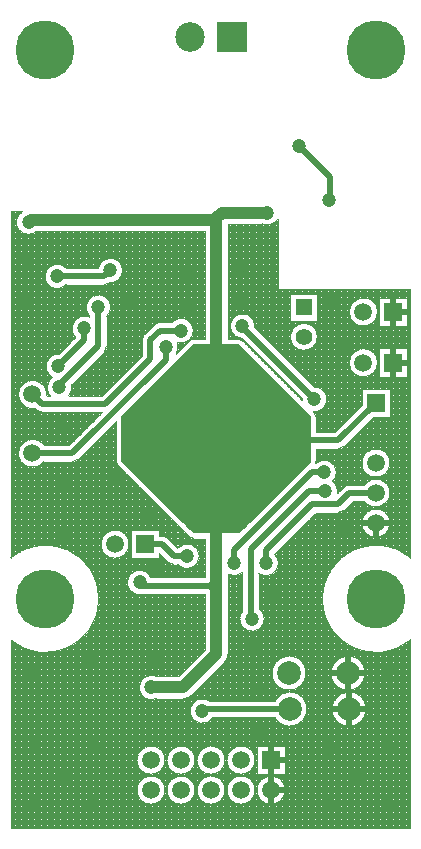
<source format=gbl>
%FSLAX43Y43*%
%MOMM*%
G71*
G01*
G75*
G04 Layer_Physical_Order=2*
%ADD10C,0.100*%
%ADD11R,1.800X1.600*%
%ADD12R,1.600X1.800*%
%ADD13O,1.000X2.000*%
%ADD14R,0.600X1.700*%
%ADD15R,0.600X2.150*%
%ADD16R,0.600X2.150*%
%ADD17R,1.450X0.550*%
%ADD18R,1.000X2.000*%
%ADD19R,1.450X0.550*%
%ADD20C,0.500*%
%ADD21C,1.000*%
%ADD22C,1.500*%
%ADD23R,1.500X1.500*%
%ADD24C,1.400*%
%ADD25C,2.000*%
%ADD26C,5.000*%
%ADD27R,1.400X1.400*%
%ADD28C,2.500*%
%ADD29R,2.500X2.500*%
%ADD30C,1.200*%
%ADD31C,0.300*%
D10*
X31634Y44299D02*
G03*
X31634Y44299I-1200J0D01*
G01*
X31634Y39999D02*
G03*
X31634Y39999I-1200J0D01*
G01*
X32687Y31504D02*
G03*
X32687Y31504I-1200J0D01*
G01*
Y28964D02*
G03*
X30512Y29664I-1200J0D01*
G01*
X21853Y51750D02*
G03*
X23200Y52159I447J950D01*
G01*
X26542Y42193D02*
G03*
X26542Y42193I-1150J0D01*
G01*
X21239Y42951D02*
G03*
X21250Y43100I-1039J149D01*
G01*
G03*
X20159Y42051I-1050J0D01*
G01*
X27350Y36900D02*
G03*
X26242Y37948I-1050J0D01*
G01*
X26193Y35855D02*
G03*
X27350Y36900I107J1045D01*
G01*
X26400Y35400D02*
G03*
X26224Y35824I-600J0D01*
G01*
X26400Y35400D02*
G03*
X26224Y35824I-600J0D01*
G01*
X25252Y36958D02*
G03*
X25255Y36793I1048J-58D01*
G01*
X28303Y32700D02*
G03*
X28798Y32905I0J700D01*
G01*
X28303Y32700D02*
G03*
X28798Y32905I0J700D01*
G01*
X29264Y29664D02*
G03*
X28769Y29459I0J-700D01*
G01*
X29264Y29664D02*
G03*
X28769Y29459I0J-700D01*
G01*
X28150Y30700D02*
G03*
X26386Y31470I-1050J0D01*
G01*
X27827Y29942D02*
G03*
X28150Y30700I-727J758D01*
G01*
X28250Y29100D02*
G03*
X27827Y29942I-1050J0D01*
G01*
X28235Y28925D02*
G03*
X28250Y29100I-1035J175D01*
G01*
X26386Y31470D02*
G03*
X26400Y31600I-586J130D01*
G01*
X26386Y31470D02*
G03*
X26400Y31600I-586J130D01*
G01*
X20224Y41824D02*
G03*
X19800Y42000I-424J-424D01*
G01*
X20224Y41824D02*
G03*
X19800Y42000I-424J-424D01*
G01*
X30512Y28264D02*
G03*
X32687Y28964I975J700D01*
G01*
Y26424D02*
G03*
X32687Y26424I-1200J0D01*
G01*
X28300Y27300D02*
G03*
X28795Y27505I0J700D01*
G01*
X28300Y27300D02*
G03*
X28795Y27505I0J700D01*
G01*
X34425Y23485D02*
G03*
X34425Y16515I-2925J-3485D01*
G01*
X30580Y13716D02*
G03*
X30580Y13716I-1450J0D01*
G01*
X30660Y10668D02*
G03*
X30660Y10668I-1450J0D01*
G01*
X23250Y23000D02*
G03*
X22900Y23783I-1050J0D01*
G01*
X25580Y13716D02*
G03*
X25580Y13716I-1450J0D01*
G01*
X21600Y22138D02*
G03*
X23250Y23000I600J862D01*
G01*
X18950Y22106D02*
G03*
X20200Y22217I550J894D01*
G01*
X22050Y18300D02*
G03*
X21600Y19162I-1050J0D01*
G01*
X20200Y18980D02*
G03*
X22050Y18300I800J-680D01*
G01*
X25660Y10668D02*
G03*
X22940Y11368I-1450J0D01*
G01*
Y9968D02*
G03*
X25660Y10668I1270J700D01*
G01*
X23806Y3810D02*
G03*
X23806Y3810I-1200J0D01*
G01*
X21266Y6350D02*
G03*
X21266Y6350I-1200J0D01*
G01*
Y3810D02*
G03*
X21266Y3810I-1200J0D01*
G01*
X16050Y42700D02*
G03*
X14217Y43400I-1050J0D01*
G01*
X13200D02*
G03*
X12705Y43195I0J-700D01*
G01*
X13200Y43400D02*
G03*
X12705Y43195I0J-700D01*
G01*
X14669Y41703D02*
G03*
X16050Y42700I331J997D01*
G01*
X16100Y42000D02*
G03*
X15676Y41824I0J-600D01*
G01*
X16100Y42000D02*
G03*
X15676Y41824I0J-600D01*
G01*
X14750Y41300D02*
G03*
X14669Y41703I-1050J0D01*
G01*
X11905Y42395D02*
G03*
X11700Y41900I495J-495D01*
G01*
X11905Y42395D02*
G03*
X11700Y41900I495J-495D01*
G01*
X10050Y47800D02*
G03*
X7969Y48000I-1050J0D01*
G01*
X8936Y46752D02*
G03*
X10050Y47800I64J1048D01*
G01*
X8500Y46600D02*
G03*
X8936Y46752I0J700D01*
G01*
X8500Y46600D02*
G03*
X8936Y46752I0J700D01*
G01*
X9050Y44700D02*
G03*
X7300Y43917I-1050J0D01*
G01*
X8700D02*
G03*
X9050Y44700I-700J783D01*
G01*
X14582Y40731D02*
G03*
X14750Y41300I-882J569D01*
G01*
X9500Y31700D02*
G03*
X9676Y31276I600J0D01*
G01*
X9500Y31700D02*
G03*
X9676Y31276I600J0D01*
G01*
X15676Y25276D02*
G03*
X16100Y25100I424J424D01*
G01*
X15676Y25276D02*
G03*
X16100Y25100I424J424D01*
G01*
X13857Y25133D02*
G03*
X13362Y25338I-495J-495D01*
G01*
X13857Y25133D02*
G03*
X13362Y25338I-495J-495D01*
G01*
X8495Y40905D02*
G03*
X8700Y41400I-495J495D01*
G01*
X8495Y40905D02*
G03*
X8700Y41400I-495J495D01*
G01*
X5283Y48000D02*
G03*
X5283Y46600I-783J-700D01*
G01*
X7300Y43823D02*
G03*
X6063Y42153I-500J-923D01*
G01*
X4658Y40748D02*
G03*
X4112Y38770I-58J-1048D01*
G01*
X1559Y52800D02*
G03*
X2835Y51150I541J-900D01*
G01*
X5750Y37900D02*
G03*
X5724Y38134I-1050J0D01*
G01*
X4112Y38770D02*
G03*
X3917Y37200I588J-870D01*
G01*
X5483D02*
G03*
X5750Y37900I-783J700D01*
G01*
X3613Y37200D02*
G03*
X3618Y37310I-1195J110D01*
G01*
X5810Y31610D02*
G03*
X6305Y31815I0J700D01*
G01*
X5810Y31610D02*
G03*
X6305Y31815I0J700D01*
G01*
X3618Y37310D02*
G03*
X2612Y36126I-1200J0D01*
G01*
X2733Y36005D02*
G03*
X3228Y35800I495J495D01*
G01*
X2733Y36005D02*
G03*
X3228Y35800I495J495D01*
G01*
X3393Y33010D02*
G03*
X3393Y31610I-975J-700D01*
G01*
X18672Y14628D02*
G03*
X18950Y15300I-672J672D01*
G01*
X18672Y14628D02*
G03*
X18950Y15300I-672J672D01*
G01*
X17391Y11368D02*
G03*
X17705Y9968I-591J-868D01*
G01*
X16550Y23600D02*
G03*
X14717Y24300I-1050J0D01*
G01*
Y22900D02*
G03*
X16550Y23600I783J700D01*
G01*
X13905Y23105D02*
G03*
X14400Y22900I495J495D01*
G01*
X13905Y23105D02*
G03*
X14400Y22900I495J495D01*
G01*
X15200Y11550D02*
G03*
X15872Y11828I0J950D01*
G01*
X15200Y11550D02*
G03*
X15872Y11828I0J950D01*
G01*
X18726Y6350D02*
G03*
X18726Y6350I-1200J0D01*
G01*
X18726Y3810D02*
G03*
X18726Y3810I-1200J0D01*
G01*
X16186Y6350D02*
G03*
X16186Y6350I-1200J0D01*
G01*
Y3810D02*
G03*
X16186Y3810I-1200J0D01*
G01*
X10598Y24638D02*
G03*
X10598Y24638I-1200J0D01*
G01*
X12455Y21800D02*
G03*
X11842Y20400I-966J-411D01*
G01*
X8050Y20000D02*
G03*
X575Y23485I-4550J0D01*
G01*
Y16515D02*
G03*
X8050Y20000I2925J3485D01*
G01*
X12947Y13450D02*
G03*
X12947Y11550I-447J-950D01*
G01*
X13646Y6350D02*
G03*
X13646Y6350I-1200J0D01*
G01*
Y3810D02*
G03*
X13646Y3810I-1200J0D01*
G01*
X34134Y45400D02*
X34425D01*
X34134Y45300D02*
X34425D01*
X34134Y45200D02*
X34425D01*
X34100Y45499D02*
Y46200D01*
X34134Y45100D02*
X34425D01*
X34134Y45000D02*
X34425D01*
X34134Y44900D02*
X34425D01*
X34134Y43099D02*
Y45499D01*
Y44800D02*
X34425D01*
X34000Y45499D02*
Y46200D01*
X33900Y45499D02*
Y46200D01*
X33800Y45499D02*
Y46200D01*
X33700Y45499D02*
Y46200D01*
X34134Y44700D02*
X34425D01*
X34134Y44600D02*
X34425D01*
X33600Y45499D02*
Y46200D01*
X31734Y45499D02*
X34134D01*
Y44500D02*
X34425D01*
X34134Y44400D02*
X34425D01*
X34134Y44300D02*
X34425D01*
X34134Y44200D02*
X34425D01*
X34134Y44100D02*
X34425D01*
X34134Y44000D02*
X34425D01*
X34134Y43900D02*
X34425D01*
X34134Y43800D02*
X34425D01*
X34134Y43700D02*
X34425D01*
X34134Y43600D02*
X34425D01*
X34134Y43500D02*
X34425D01*
X34134Y43400D02*
X34425D01*
X34134Y43300D02*
X34425D01*
X34134Y43200D02*
X34425D01*
X34134Y43100D02*
X34425D01*
X33500Y45499D02*
Y46200D01*
X33400Y45499D02*
Y46200D01*
X33300Y45499D02*
Y46200D01*
X33200Y45499D02*
Y46200D01*
X33100Y45499D02*
Y46200D01*
X33000Y45499D02*
Y46200D01*
X32900Y45499D02*
Y46200D01*
X32800Y45499D02*
Y46200D01*
X32700Y45499D02*
Y46200D01*
X32600Y45499D02*
Y46200D01*
X32500Y45499D02*
Y46200D01*
X32400Y45499D02*
Y46200D01*
X32300Y45499D02*
Y46200D01*
X32200Y45499D02*
Y46200D01*
X32100Y45499D02*
Y46200D01*
X32000Y45499D02*
Y46200D01*
X31900Y45499D02*
Y46200D01*
X31800Y45499D02*
Y46200D01*
X31600Y44584D02*
Y46200D01*
X31596Y44600D02*
X31734D01*
X31617Y44500D02*
X31734D01*
Y43099D02*
Y45499D01*
X31630Y44400D02*
X31734D01*
X31525Y44800D02*
X31734D01*
X31565Y44700D02*
X31734D01*
X31500Y44851D02*
Y46200D01*
X31630Y44200D02*
X31734D01*
X31617Y44100D02*
X31734D01*
X31596Y44000D02*
X31734D01*
X31566Y43900D02*
X31734D01*
X31525Y43800D02*
X31734D01*
X34134Y41100D02*
X34425D01*
X34134Y41000D02*
X34425D01*
X34134Y40900D02*
X34425D01*
X34100Y41199D02*
Y43099D01*
X34000Y41199D02*
Y43099D01*
X34134Y40800D02*
X34425D01*
X34134Y40700D02*
X34425D01*
X34134Y38799D02*
Y41199D01*
Y40600D02*
X34425D01*
X31734Y43099D02*
X34134D01*
X33900Y41199D02*
Y43099D01*
X33800Y41199D02*
Y43099D01*
X33700Y41199D02*
Y43099D01*
X33600Y41199D02*
Y43099D01*
X31734Y41199D02*
X34134D01*
X33500D02*
Y43099D01*
X33400Y41199D02*
Y43099D01*
X34134Y40500D02*
X34425D01*
X34134Y40400D02*
X34425D01*
X34134Y40300D02*
X34425D01*
X34134Y40200D02*
X34425D01*
X34134Y40100D02*
X34425D01*
X34134Y40000D02*
X34425D01*
X34134Y39900D02*
X34425D01*
X34134Y39800D02*
X34425D01*
X34134Y39700D02*
X34425D01*
X34134Y39600D02*
X34425D01*
X34134Y39500D02*
X34425D01*
X34134Y39400D02*
X34425D01*
X34134Y39300D02*
X34425D01*
X34134Y39200D02*
X34425D01*
X34134Y39100D02*
X34425D01*
X33300Y41199D02*
Y43099D01*
X33200Y41199D02*
Y43099D01*
X33100Y41199D02*
Y43099D01*
X33000Y41199D02*
Y43099D01*
X32900Y41199D02*
Y43099D01*
X32800Y41199D02*
Y43099D01*
X32700Y41199D02*
Y43099D01*
X32600Y41199D02*
Y43099D01*
X32500Y41199D02*
Y43099D01*
X32400Y41199D02*
Y43099D01*
X32300Y41199D02*
Y43099D01*
X31700Y37784D02*
Y46200D01*
X32200Y41199D02*
Y43099D01*
X31600Y40284D02*
Y44015D01*
X31500Y40551D02*
Y43748D01*
X32100Y41199D02*
Y43099D01*
X32000Y41199D02*
Y43099D01*
X31900Y41199D02*
Y43099D01*
X31800Y41199D02*
Y43099D01*
X31734Y38799D02*
Y41199D01*
X31596Y40300D02*
X31734D01*
X31525Y40500D02*
X31734D01*
X31565Y40400D02*
X31734D01*
X31617Y40200D02*
X31734D01*
X31630Y40100D02*
X31734D01*
X31630Y39900D02*
X31734D01*
X31617Y39800D02*
X31734D01*
X31596Y39700D02*
X31734D01*
X31600Y37784D02*
Y39715D01*
X30912Y45400D02*
X31734D01*
X26542Y45800D02*
X34425D01*
X31097Y45300D02*
X31734D01*
X31200Y45223D02*
Y46200D01*
X31100Y45298D02*
Y46200D01*
X31227Y45200D02*
X31734D01*
X31400Y45011D02*
Y46200D01*
X31300Y45130D02*
Y46200D01*
X23200D02*
X34425D01*
X18950Y46200D02*
X34425D01*
X18950Y46100D02*
X34425D01*
X18950Y46000D02*
X34425D01*
X18950Y45900D02*
X34425D01*
X26542Y45700D02*
X34425D01*
X26542Y45600D02*
X34425D01*
X26542Y45500D02*
X34425D01*
X31328Y45100D02*
X31734D01*
X31408Y45000D02*
X31734D01*
X31473Y44900D02*
X31734D01*
X31474Y43700D02*
X31734D01*
X31409Y43600D02*
X31734D01*
X31329Y43500D02*
X31734D01*
X31228Y43400D02*
X31734D01*
X31098Y43300D02*
X31734D01*
X26211Y43000D02*
X34425D01*
X26299Y42900D02*
X34425D01*
X30915Y43200D02*
X31734D01*
X30470Y43100D02*
X31734D01*
X26368Y42800D02*
X34425D01*
X26424Y42700D02*
X34425D01*
X26467Y42600D02*
X34425D01*
X26500Y42500D02*
X34425D01*
X30800Y45442D02*
Y46200D01*
X30700Y45469D02*
Y46200D01*
X30600Y45488D02*
Y46200D01*
X30500Y45497D02*
Y46200D01*
X31000Y45357D02*
Y46200D01*
X30900Y45405D02*
Y46200D01*
X30400Y45499D02*
Y46200D01*
X30300Y45492D02*
Y46200D01*
X30200Y45476D02*
Y46200D01*
X30100Y45452D02*
Y46200D01*
X30000Y45418D02*
Y46200D01*
X29900Y45374D02*
Y46200D01*
X29800Y45318D02*
Y46200D01*
X29700Y45248D02*
Y46200D01*
X29600Y45162D02*
Y46200D01*
X29500Y45052D02*
Y46200D01*
X26542Y45400D02*
X29956D01*
X26542Y45300D02*
X29772D01*
X26542Y45200D02*
X29641D01*
X26542Y45100D02*
X29540D01*
X29400Y44908D02*
Y46200D01*
X26542Y45000D02*
X29460D01*
X26542Y44900D02*
X29395D01*
X26542Y44800D02*
X29343D01*
X26542Y43600D02*
X29459D01*
X21171Y43500D02*
X29539D01*
X26542Y43800D02*
X29343D01*
X26542Y43700D02*
X29395D01*
X25947Y43200D02*
X29953D01*
X26099Y43100D02*
X30399D01*
X21206Y43400D02*
X29640D01*
X25703Y43300D02*
X29770D01*
X26523Y42400D02*
X34425D01*
X26537Y42300D02*
X34425D01*
X26542Y42200D02*
X34425D01*
X26538Y42100D02*
X34425D01*
X26526Y42000D02*
X34425D01*
X31400Y40711D02*
Y43587D01*
X31300Y40830D02*
Y43468D01*
X31200Y40923D02*
Y43375D01*
X31100Y40998D02*
Y43301D01*
X26504Y41900D02*
X34425D01*
X26473Y41800D02*
X34425D01*
X26431Y41700D02*
X34425D01*
X26377Y41600D02*
X34425D01*
X26310Y41500D02*
X34425D01*
X26225Y41400D02*
X34425D01*
X26117Y41300D02*
X34425D01*
X25972Y41200D02*
X34425D01*
X31408Y40700D02*
X31734D01*
X31473Y40600D02*
X31734D01*
X31566Y39600D02*
X31734D01*
X31525Y39500D02*
X31734D01*
X31474Y39400D02*
X31734D01*
X31409Y39300D02*
X31734D01*
X31500Y37784D02*
Y39448D01*
X31400Y37784D02*
Y39287D01*
X30912Y41100D02*
X31734D01*
X31097Y41000D02*
X31734D01*
X31227Y40900D02*
X31734D01*
X31328Y40800D02*
X31734D01*
X31329Y39200D02*
X31734D01*
X31228Y39100D02*
X31734D01*
X31300Y37784D02*
Y39168D01*
X30800Y41142D02*
Y43156D01*
X30700Y41169D02*
Y43129D01*
X30500Y41197D02*
Y43101D01*
X30400Y41199D02*
Y43100D01*
X31000Y41057D02*
Y43241D01*
X30900Y41105D02*
Y43193D01*
X30600Y41188D02*
Y43111D01*
X30300Y41192D02*
Y43107D01*
X30000Y41118D02*
Y43181D01*
X30200Y41176D02*
Y43122D01*
X29800Y41018D02*
Y43280D01*
X29900Y41074D02*
Y43225D01*
X29600Y40862D02*
Y43437D01*
X29700Y40948D02*
Y43350D01*
X29400Y40608D02*
Y43691D01*
X29500Y40752D02*
Y43546D01*
X30100Y41152D02*
Y43147D01*
X25750Y41100D02*
X29956D01*
X24890Y39300D02*
X29459D01*
X24990Y39200D02*
X29539D01*
X25090Y39100D02*
X29640D01*
X29600Y35687D02*
Y39137D01*
X29400Y35487D02*
Y39391D01*
X29500Y35587D02*
Y39246D01*
X23190Y41000D02*
X29772D01*
X23290Y40900D02*
X29641D01*
X23390Y40800D02*
X29540D01*
X23490Y40700D02*
X29460D01*
X23590Y40600D02*
X29395D01*
X23690Y40500D02*
X29343D01*
X24690Y39500D02*
X29343D01*
X24790Y39400D02*
X29395D01*
X34134Y39000D02*
X34425D01*
X34134Y38900D02*
X34425D01*
X34134Y38800D02*
X34425D01*
X32687Y37700D02*
X34425D01*
X32687Y37600D02*
X34425D01*
X32687Y37500D02*
X34425D01*
X32687Y37400D02*
X34425D01*
X32687Y37300D02*
X34425D01*
X32687Y37200D02*
X34425D01*
X32687Y37100D02*
X34425D01*
X32687Y37000D02*
X34425D01*
X32687Y36900D02*
X34425D01*
X32687Y36800D02*
X34425D01*
X32687Y36700D02*
X34425D01*
X32687Y36600D02*
X34425D01*
X32687Y36500D02*
X34425D01*
X32687Y36400D02*
X34425D01*
X32687Y36300D02*
X34425D01*
X32687Y36200D02*
X34425D01*
X32687Y36100D02*
X34425D01*
X32687Y36000D02*
X34425D01*
X32687Y35900D02*
X34425D01*
X32687Y35800D02*
X34425D01*
X32687Y35700D02*
X34425D01*
X32687Y35600D02*
X34425D01*
X32687Y35500D02*
X34425D01*
X32687Y35400D02*
X34425D01*
X31193Y35300D02*
X34425D01*
X31093Y35200D02*
X34425D01*
X30993Y35100D02*
X34425D01*
X30893Y35000D02*
X34425D01*
X30793Y34900D02*
X34425D01*
X31585Y32700D02*
X34425D01*
X32600Y37784D02*
Y38799D01*
X32500Y37784D02*
Y38799D01*
X32400Y37784D02*
Y38799D01*
X32300Y37784D02*
Y38799D01*
X32200Y37784D02*
Y38799D01*
X32100Y37784D02*
Y38799D01*
X32000Y37784D02*
Y38799D01*
X31900Y37784D02*
Y38799D01*
X31098Y39000D02*
X31734D01*
Y38799D02*
X34134D01*
X31200Y37784D02*
Y39075D01*
X30915Y38900D02*
X31734D01*
X31100Y37784D02*
Y39001D01*
X31000Y37784D02*
Y38941D01*
X30900Y37784D02*
Y38893D01*
X30800Y37784D02*
Y38856D01*
X32687Y35384D02*
Y37784D01*
X31900Y32630D02*
Y35384D01*
X31800Y37784D02*
Y38799D01*
Y32662D02*
Y35384D01*
X32000Y32588D02*
Y35384D01*
X31975Y32600D02*
X34425D01*
X31700Y32685D02*
Y35384D01*
X31600Y32698D02*
Y35384D01*
X31277D02*
X32687D01*
X31500Y32704D02*
Y35384D01*
X31400Y32701D02*
Y35384D01*
X31300Y32689D02*
Y35384D01*
X31200Y32669D02*
Y35307D01*
X31100Y32640D02*
Y35207D01*
X31000Y32601D02*
Y35107D01*
X30900Y32551D02*
Y35007D01*
X32619Y31900D02*
X34425D01*
X32650Y31800D02*
X34425D01*
X32670Y31700D02*
X34425D01*
X32683Y31600D02*
X34425D01*
X32687Y31500D02*
X34425D01*
X32682Y31400D02*
X34425D01*
X32669Y31300D02*
X34425D01*
X32647Y31200D02*
X34425D01*
X32617Y31100D02*
X34425D01*
X32156Y32500D02*
X34425D01*
X32285Y32400D02*
X34425D01*
X32385Y32300D02*
X34425D01*
X32464Y32200D02*
X34425D01*
X32528Y32100D02*
X34425D01*
X32579Y32000D02*
X34425D01*
X32576Y31000D02*
X34425D01*
X32523Y30900D02*
X34425D01*
X32458Y30800D02*
X34425D01*
X32434Y29700D02*
X34425D01*
X32504Y29600D02*
X34425D01*
X32560Y29500D02*
X34425D01*
X32605Y29400D02*
X34425D01*
X32639Y29300D02*
X34425D01*
X32663Y29200D02*
X34425D01*
X32679Y29100D02*
X34425D01*
X32377Y30700D02*
X34425D01*
X32276Y30600D02*
X34425D01*
X32144Y30500D02*
X34425D01*
X31957Y30400D02*
X34425D01*
X31873Y30100D02*
X34425D01*
X32092Y30000D02*
X34425D01*
X32238Y29900D02*
X34425D01*
X32347Y29800D02*
X34425D01*
X32600Y31952D02*
Y35384D01*
X32500Y32147D02*
Y35384D01*
X32400Y32282D02*
Y35384D01*
X32300Y32386D02*
Y35384D01*
X32600Y29412D02*
Y31056D01*
X32500Y29607D02*
Y30861D01*
X32400Y29742D02*
Y30725D01*
X32300Y29846D02*
Y30621D01*
X32200Y32469D02*
Y35384D01*
X32100Y32535D02*
Y35384D01*
X32000Y30048D02*
Y30419D01*
X31900Y30090D02*
Y30377D01*
X32200Y29929D02*
Y30539D01*
X32100Y29995D02*
Y30472D01*
X30900Y30011D02*
Y30457D01*
X31100Y30100D02*
Y30368D01*
X32686Y29000D02*
X34425D01*
X32685Y28900D02*
X34425D01*
X32675Y28800D02*
X34425D01*
X32657Y28700D02*
X34425D01*
X32630Y28600D02*
X34425D01*
X32593Y28500D02*
X34425D01*
X32546Y28400D02*
X34425D01*
X32486Y28300D02*
X34425D01*
X31700Y30145D02*
Y30323D01*
X31600Y30158D02*
Y30309D01*
X31500Y30164D02*
Y30304D01*
X31400Y30161D02*
Y30307D01*
X31800Y30122D02*
Y30345D01*
X31300Y30149D02*
Y30318D01*
X31000Y30061D02*
Y30407D01*
X31200Y30129D02*
Y30339D01*
X30470Y38800D02*
X31734D01*
X26190Y38000D02*
X34425D01*
X26621Y37900D02*
X34425D01*
X30700Y37784D02*
Y38829D01*
X30600Y37784D02*
Y38811D01*
X30500Y37784D02*
Y38801D01*
X26841Y37800D02*
X34425D01*
X30400Y37784D02*
Y38800D01*
X30300Y37784D02*
Y38807D01*
X25490Y38700D02*
X34425D01*
X25590Y38600D02*
X34425D01*
X25390Y38800D02*
X30398D01*
X25690Y38500D02*
X34425D01*
X25790Y38400D02*
X34425D01*
X25890Y38300D02*
X34425D01*
X25990Y38200D02*
X34425D01*
X26090Y38100D02*
X34425D01*
X30693Y34800D02*
X34425D01*
X30593Y34700D02*
X34425D01*
X30287Y37784D02*
X32687D01*
X30493Y34600D02*
X34425D01*
X30393Y34500D02*
X34425D01*
X30293Y34400D02*
X34425D01*
X30193Y34300D02*
X34425D01*
X30093Y34200D02*
X34425D01*
X29993Y34100D02*
X34425D01*
X29893Y34000D02*
X34425D01*
X26980Y37700D02*
X30287D01*
X29793Y33900D02*
X34425D01*
X29693Y33800D02*
X34425D01*
X29593Y33700D02*
X34425D01*
X29493Y33600D02*
X34425D01*
X29393Y33500D02*
X34425D01*
X30287Y36374D02*
Y37784D01*
X27345Y37000D02*
X30287D01*
X30200Y36287D02*
Y38822D01*
X30100Y36187D02*
Y38847D01*
X30000Y36087D02*
Y38881D01*
X29900Y35987D02*
Y38925D01*
X29700Y35787D02*
Y39050D01*
X29800Y35887D02*
Y38980D01*
X27083Y37600D02*
X30287D01*
X27162Y37500D02*
X30287D01*
X25190Y39000D02*
X29770D01*
X25290Y38900D02*
X29953D01*
X27223Y37400D02*
X30287D01*
X27271Y37300D02*
X30287D01*
X27306Y37200D02*
X30287D01*
X27331Y37100D02*
X30287D01*
X27350Y36900D02*
X30287D01*
X27345Y36800D02*
X30287D01*
X27331Y36700D02*
X30287D01*
X27306Y36600D02*
X30287D01*
X27271Y36500D02*
X30287D01*
X27223Y36400D02*
X30287D01*
X28013Y34100D02*
X30287Y36374D01*
X27162Y36300D02*
X30213D01*
X27082Y36200D02*
X30113D01*
X26980Y36100D02*
X30013D01*
X26840Y36000D02*
X29913D01*
X26619Y35900D02*
X29813D01*
X26247Y35800D02*
X29713D01*
X26320Y35700D02*
X29613D01*
X26366Y35600D02*
X29513D01*
X26392Y35500D02*
X29413D01*
X29293Y33400D02*
X34425D01*
X29193Y33300D02*
X34425D01*
X30800Y32488D02*
Y34907D01*
X29093Y33200D02*
X34425D01*
X30700Y32410D02*
Y34807D01*
X30600Y32312D02*
Y34707D01*
X30500Y32187D02*
Y34607D01*
X28993Y33100D02*
X34425D01*
X28893Y33000D02*
X34425D01*
X28798Y32905D02*
X31277Y35384D01*
X28792Y32900D02*
X34425D01*
X28663Y32800D02*
X34425D01*
X28303Y32700D02*
X31388D01*
X26400Y32600D02*
X30998D01*
X26400Y32500D02*
X30817D01*
X28131Y30500D02*
X30829D01*
X28106Y30400D02*
X31016D01*
X28150Y30700D02*
X30596D01*
X28145Y30600D02*
X30697D01*
X30800Y29948D02*
Y30520D01*
X30600Y29772D02*
Y30695D01*
X30700Y29870D02*
Y30598D01*
X28071Y30300D02*
X34425D01*
X28023Y30200D02*
X34425D01*
X26400Y32400D02*
X30688D01*
X26400Y32300D02*
X30589D01*
X27962Y30100D02*
X31100D01*
X27882Y30000D02*
X30881D01*
X27880Y29900D02*
X30736D01*
X27983Y29800D02*
X30626D01*
X30400Y32013D02*
Y34507D01*
X30300Y31682D02*
Y34407D01*
X30200Y29664D02*
Y34307D01*
X30100Y29664D02*
Y34207D01*
X30000Y29664D02*
Y34107D01*
X29900Y29664D02*
Y34007D01*
X29800Y29664D02*
Y33907D01*
X29700Y29664D02*
Y33807D01*
X26400Y32200D02*
X30509D01*
X26400Y32100D02*
X30445D01*
X26400Y32000D02*
X30394D01*
X26400Y31900D02*
X30354D01*
X29600Y29664D02*
Y33707D01*
X26400Y31800D02*
X30324D01*
X29500Y29664D02*
Y33607D01*
X29400Y29664D02*
Y33507D01*
X28145Y30800D02*
X30515D01*
X30500Y29664D02*
Y30821D01*
X28106Y31000D02*
X30398D01*
X28131Y30900D02*
X30450D01*
X29264Y29664D02*
X30512D01*
X29554Y28264D02*
X30512D01*
X30300Y29664D02*
Y31326D01*
X30400Y29664D02*
Y30995D01*
X27421Y31700D02*
X30303D01*
X27641Y31600D02*
X30290D01*
X27780Y31500D02*
X30287D01*
X27883Y31400D02*
X30291D01*
X28023Y31200D02*
X30326D01*
X28062Y29700D02*
X30539D01*
X27962Y31300D02*
X30304D01*
X28071Y31100D02*
X30357D01*
X29300Y44691D02*
Y46200D01*
X26500Y45843D02*
Y46200D01*
X26400Y45843D02*
Y46200D01*
X26300Y45843D02*
Y46200D01*
X26200Y45843D02*
Y46200D01*
X26542Y44700D02*
X29303D01*
X26542Y44600D02*
X29272D01*
X26542Y43543D02*
Y45843D01*
Y44500D02*
X29251D01*
X26100Y45843D02*
Y46200D01*
X26000Y45843D02*
Y46200D01*
X25900Y45843D02*
Y46200D01*
X25800Y45843D02*
Y46200D01*
X25700Y45843D02*
Y46200D01*
X24242Y45843D02*
X26542D01*
X25600D02*
Y46200D01*
X25500Y45843D02*
Y46200D01*
X26542Y44400D02*
X29238D01*
X26542Y44300D02*
X29234D01*
X26542Y44200D02*
X29238D01*
X26542Y44100D02*
X29251D01*
X26542Y44000D02*
X29272D01*
X26542Y43900D02*
X29302D01*
X26300Y42898D02*
Y43543D01*
X26200Y43011D02*
Y43543D01*
X24242D02*
X26542D01*
X25700Y43301D02*
Y43543D01*
X25600Y43324D02*
Y43543D01*
X25500Y43338D02*
Y43543D01*
X26100Y43099D02*
Y43543D01*
X26000Y43169D02*
Y43543D01*
X25900Y43224D02*
Y43543D01*
X25800Y43268D02*
Y43543D01*
X25400Y45843D02*
Y46200D01*
X25300Y45843D02*
Y46200D01*
X23200D02*
Y52159D01*
X25200Y45843D02*
Y46200D01*
X25100Y45843D02*
Y46200D01*
X25000Y45843D02*
Y46200D01*
X24900Y45843D02*
Y46200D01*
X24800Y45843D02*
Y46200D01*
X23082Y52000D02*
X23200D01*
X22980Y51900D02*
X23200D01*
X22840Y51800D02*
X23200D01*
X22619Y51700D02*
X23200D01*
X21500Y51750D02*
X21853D01*
X21500D02*
X21853D01*
X21300Y42890D02*
Y51750D01*
X25400Y43343D02*
Y43543D01*
X25300Y43339D02*
Y43543D01*
X24700Y45843D02*
Y46200D01*
X25200Y43326D02*
Y43543D01*
X25100Y43305D02*
Y43543D01*
X25000Y43274D02*
Y43543D01*
X24900Y43232D02*
Y43543D01*
X24800Y43179D02*
Y43543D01*
X24600Y45843D02*
Y46200D01*
X24500Y45843D02*
Y46200D01*
X24400Y45843D02*
Y46200D01*
X24300Y45843D02*
Y46200D01*
X24700Y43111D02*
Y43543D01*
X24600Y43026D02*
Y43543D01*
X24242D02*
Y45843D01*
X24500Y42919D02*
Y43543D01*
X29200Y35287D02*
Y46200D01*
X29100Y35187D02*
Y46200D01*
X29000Y35087D02*
Y46200D01*
X28900Y34987D02*
Y46200D01*
X28800Y34887D02*
Y46200D01*
X28700Y34787D02*
Y46200D01*
X28600Y34687D02*
Y46200D01*
X28500Y34587D02*
Y46200D01*
X28400Y34487D02*
Y46200D01*
X28300Y34387D02*
Y46200D01*
X28200Y34287D02*
Y46200D01*
X28100Y34187D02*
Y46200D01*
X28000Y34100D02*
Y46200D01*
X27900Y34100D02*
Y46200D01*
X27800Y34100D02*
Y46200D01*
X27700Y34100D02*
Y46200D01*
X27600Y34100D02*
Y46200D01*
X27100Y37580D02*
Y46200D01*
X29300Y40391D02*
Y43907D01*
X27000Y37683D02*
Y46200D01*
X26900Y37762D02*
Y46200D01*
X27500Y34100D02*
Y46200D01*
X27400Y34100D02*
Y46200D01*
X27300Y37221D02*
Y46200D01*
X27200Y37441D02*
Y46200D01*
X26500Y42500D02*
Y43543D01*
X26400Y42746D02*
Y43543D01*
X21290Y42900D02*
X24485D01*
X21390Y42800D02*
X24415D01*
X26800Y37823D02*
Y46200D01*
X26700Y37871D02*
Y46200D01*
X26600Y37906D02*
Y46200D01*
X22800Y41390D02*
Y51777D01*
X22700Y41490D02*
Y51729D01*
X22600Y41590D02*
Y51694D01*
X22500Y41690D02*
Y51669D01*
X23200Y40990D02*
Y52159D01*
X23100Y41090D02*
Y52020D01*
X23000Y41190D02*
Y51917D01*
X22900Y41290D02*
Y51838D01*
X21700Y42490D02*
Y51750D01*
X21600Y42590D02*
Y51750D01*
X21500Y42690D02*
Y51750D01*
X21400Y42790D02*
Y51750D01*
X22100Y42090D02*
Y51669D01*
X22000Y42190D02*
Y51694D01*
X21800Y42390D02*
Y51750D01*
X21900Y42290D02*
Y51729D01*
X24400Y42774D02*
Y43543D01*
X24300Y42553D02*
Y43543D01*
X23800Y40390D02*
Y46200D01*
X23700Y40490D02*
Y46200D01*
X24200Y39990D02*
Y46200D01*
X24100Y40090D02*
Y46200D01*
X24000Y40190D02*
Y46200D01*
X23900Y40290D02*
Y46200D01*
X22400Y41790D02*
Y51655D01*
X21490Y42700D02*
X24360D01*
X22300Y41890D02*
Y51650D01*
X22200Y41990D02*
Y51655D01*
X23600Y40590D02*
Y46200D01*
X23500Y40690D02*
Y46200D01*
X23400Y40790D02*
Y46200D01*
X23300Y40890D02*
Y46200D01*
X18950Y51600D02*
X23200D01*
X18950Y51500D02*
X23200D01*
X18950Y51400D02*
X23200D01*
X18950Y51300D02*
X23200D01*
X18950Y51200D02*
X23200D01*
X18950Y51100D02*
X23200D01*
X18950Y51000D02*
X23200D01*
X18950Y50900D02*
X23200D01*
X18950Y50800D02*
X23200D01*
X18950Y50700D02*
X23200D01*
X18950Y50600D02*
X23200D01*
X18950Y50500D02*
X23200D01*
X18950Y50400D02*
X23200D01*
X18950Y50300D02*
X23200D01*
X18950Y50200D02*
X23200D01*
X18950Y50100D02*
X23200D01*
X18950Y50000D02*
X23200D01*
X18950Y49900D02*
X23200D01*
X18950Y49800D02*
X23200D01*
X18950Y49700D02*
X23200D01*
X18950Y49600D02*
X23200D01*
X18950Y49500D02*
X23200D01*
X18950Y49400D02*
X23200D01*
X18950Y49300D02*
X23200D01*
X18950Y49200D02*
X23200D01*
X18950Y45800D02*
X24242D01*
X18950Y45700D02*
X24242D01*
X18950Y49100D02*
X23200D01*
X18950Y45600D02*
X24242D01*
X18950Y45500D02*
X24242D01*
X18950Y45400D02*
X24242D01*
X18950Y45300D02*
X24242D01*
X18950Y45200D02*
X24242D01*
X18950Y51700D02*
X21981D01*
X18950Y49000D02*
X23200D01*
X18950Y51750D02*
X21500D01*
X18950Y49200D02*
Y51750D01*
Y48900D02*
X23200D01*
X18950Y48800D02*
X23200D01*
X18950Y48800D02*
Y49200D01*
Y48700D02*
X23200D01*
X18950Y48600D02*
X23200D01*
X18950Y48500D02*
X23200D01*
X18950Y48400D02*
X23200D01*
X18950Y48300D02*
X23200D01*
X18950Y48200D02*
X23200D01*
X18950Y48100D02*
X23200D01*
X18950Y48000D02*
X23200D01*
X18950Y47900D02*
X23200D01*
X18950Y47800D02*
X23200D01*
X18950Y47700D02*
X23200D01*
X18950Y47600D02*
X23200D01*
X18950Y47500D02*
X23200D01*
X18950Y47400D02*
X23200D01*
X18950Y47300D02*
X23200D01*
X18950Y47200D02*
X23200D01*
X18950Y47100D02*
X23200D01*
X18950Y47000D02*
X23200D01*
X18950Y46900D02*
X23200D01*
X18950Y46800D02*
X23200D01*
X18950Y46700D02*
X23200D01*
X18950Y46600D02*
X23200D01*
X18950Y46500D02*
X23200D01*
X18950Y46400D02*
X23200D01*
X18950Y46300D02*
X23200D01*
X20800Y43962D02*
Y51750D01*
X20700Y44023D02*
Y51750D01*
X20600Y44071D02*
Y51750D01*
X20500Y44106D02*
Y51750D01*
X21200Y43421D02*
Y51750D01*
X21100Y43641D02*
Y51750D01*
X21000Y43780D02*
Y51750D01*
X20900Y43883D02*
Y51750D01*
X18950Y45100D02*
X24242D01*
X18950Y45000D02*
X24242D01*
X18950Y44900D02*
X24242D01*
X18950Y44800D02*
X24242D01*
X18950Y44700D02*
X24242D01*
X18950Y44600D02*
X24242D01*
X20400Y44131D02*
Y51750D01*
X18950Y44500D02*
X24242D01*
X21231Y43300D02*
X25081D01*
X21245Y43200D02*
X24837D01*
X21062Y43700D02*
X24242D01*
X21123Y43600D02*
X24242D01*
X21250Y43100D02*
X24685D01*
X21239Y42951D02*
X26242Y37948D01*
X21245Y43000D02*
X24573D01*
X18950Y44400D02*
X24242D01*
X18950Y44300D02*
X24242D01*
X18950Y44200D02*
X24242D01*
X20521Y44100D02*
X24242D01*
X20741Y44000D02*
X24242D01*
X20880Y43900D02*
X24242D01*
X20983Y43800D02*
X24242D01*
X20300Y44145D02*
Y51750D01*
X20200Y44150D02*
Y51750D01*
X20100Y44145D02*
Y51750D01*
X20000Y44131D02*
Y51750D01*
X19900Y44106D02*
Y51750D01*
X19800Y44071D02*
Y51750D01*
X19700Y44023D02*
Y51750D01*
X19600Y43962D02*
Y51750D01*
X19500Y43883D02*
Y51750D01*
X19400Y43780D02*
Y51750D01*
X19300Y43641D02*
Y51750D01*
X18950Y44500D02*
Y49200D01*
X19200Y43420D02*
Y51750D01*
X19100Y42000D02*
Y51750D01*
X19000Y42000D02*
Y51750D01*
X18950Y42000D02*
Y44500D01*
Y44100D02*
X19879D01*
X18950Y44000D02*
X19659D01*
X18950Y43900D02*
X19520D01*
X18950Y43800D02*
X19417D01*
X18950Y43700D02*
X19338D01*
X18950Y43600D02*
X19277D01*
X18950Y43500D02*
X19229D01*
X19200Y42000D02*
Y42780D01*
X18950Y43400D02*
X19194D01*
X18950Y43300D02*
X19169D01*
X18950Y43200D02*
X19155D01*
X18950Y43100D02*
X19150D01*
X18950Y42900D02*
X19169D01*
X18950Y42800D02*
X19194D01*
X18950Y43000D02*
X19155D01*
X18950Y42700D02*
X19229D01*
X26500Y37931D02*
Y41885D01*
X26400Y37945D02*
Y41639D01*
X26300Y37950D02*
Y41487D01*
X26200Y37990D02*
Y41374D01*
X29300Y35387D02*
Y39607D01*
X27300Y34100D02*
Y36579D01*
X27200Y34100D02*
Y36359D01*
X26400Y35412D02*
Y35855D01*
X24390Y39800D02*
X29251D01*
X24490Y39700D02*
X29272D01*
X25800Y38390D02*
Y41117D01*
X24590Y39600D02*
X29302D01*
X26100Y38090D02*
Y41286D01*
X26000Y38190D02*
Y41217D01*
X25900Y38290D02*
Y41161D01*
X26400Y35400D02*
X29313D01*
X26400Y35300D02*
X29213D01*
X26400Y35200D02*
X29113D01*
X26400Y35100D02*
X29013D01*
X26400Y35000D02*
X28913D01*
X26400Y34900D02*
X28813D01*
X26400Y34800D02*
X28713D01*
X26400Y34700D02*
X28613D01*
X26400Y34600D02*
X28513D01*
X26300Y35732D02*
Y35850D01*
X26400Y34500D02*
X28413D01*
X26400Y34400D02*
X28313D01*
X26400Y34300D02*
X28213D01*
X26400Y34200D02*
X28113D01*
X25300Y38890D02*
Y41046D01*
X25200Y38990D02*
Y41059D01*
X25000Y39190D02*
Y41111D01*
X25100Y39090D02*
Y41080D01*
X25700Y38490D02*
Y41085D01*
X25600Y38590D02*
Y41062D01*
X25500Y38690D02*
Y41048D01*
X25400Y38790D02*
Y41043D01*
X24600Y39590D02*
Y41359D01*
X24700Y39490D02*
Y41274D01*
X24400Y39790D02*
Y41611D01*
X24500Y39690D02*
Y41467D01*
X24800Y39390D02*
Y41207D01*
X24900Y39290D02*
Y41153D01*
X24400Y37649D02*
Y37810D01*
X24500Y37549D02*
Y37710D01*
X24949Y37100D02*
X25110D01*
X25049Y37000D02*
X25210D01*
X24900Y37149D02*
Y37310D01*
X25000Y37049D02*
Y37210D01*
X25149Y36900D02*
X25250D01*
X25100Y36949D02*
Y37110D01*
X25200Y36849D02*
Y37010D01*
X24549Y37500D02*
X24710D01*
X24649Y37400D02*
X24810D01*
X24449Y37600D02*
X24610D01*
X24600Y37449D02*
Y37610D01*
X24749Y37300D02*
X24910D01*
X24849Y37200D02*
X25010D01*
X24700Y37349D02*
Y37510D01*
X24800Y37249D02*
Y37410D01*
X29300Y29664D02*
Y33407D01*
X29200Y29661D02*
Y33307D01*
X29100Y29644D02*
Y33207D01*
X29000Y29612D02*
Y33107D01*
X28900Y29562D02*
Y33007D01*
X28800Y29488D02*
Y32907D01*
X28700Y29390D02*
Y32823D01*
X28600Y29290D02*
Y32766D01*
X28500Y29190D02*
Y32728D01*
X26400Y34100D02*
X28013D01*
X26400D02*
X28013D01*
X28400Y29090D02*
Y32707D01*
X26400Y32700D02*
X28303D01*
X26400D02*
X28303D01*
X28300Y28990D02*
Y32700D01*
X28200Y29421D02*
Y32700D01*
X28171Y29500D02*
X28814D01*
X28235Y28925D02*
X28769Y29459D01*
X28206Y29400D02*
X28710D01*
X28231Y29300D02*
X28610D01*
X28245Y29200D02*
X28510D01*
X28100Y31021D02*
Y32700D01*
Y29641D02*
Y30379D01*
X28123Y29600D02*
X28971D01*
X28250Y29100D02*
X28410D01*
X27600Y31623D02*
Y32700D01*
X27500Y31671D02*
Y32700D01*
X27400Y31706D02*
Y32700D01*
X27300Y31731D02*
Y32700D01*
X28000Y31241D02*
Y32700D01*
X27900Y31380D02*
Y32700D01*
X27800Y31483D02*
Y32700D01*
X27700Y31562D02*
Y32700D01*
X27100Y34100D02*
Y36220D01*
X27000Y34100D02*
Y36117D01*
X26900Y34100D02*
Y36038D01*
X26800Y34100D02*
Y35977D01*
X26700Y34100D02*
Y35929D01*
X26600Y34100D02*
Y35894D01*
X26500Y34100D02*
Y35869D01*
X26400Y34100D02*
Y35400D01*
X27200Y31745D02*
Y32700D01*
X27100Y31750D02*
Y32700D01*
X27000Y31745D02*
Y32700D01*
X26900Y31731D02*
Y32700D01*
X28000Y29780D02*
Y30159D01*
X27900Y29883D02*
Y30020D01*
X26800Y31706D02*
Y32700D01*
X26700Y31671D02*
Y32700D01*
X26600Y31623D02*
Y32700D01*
X26400Y31700D02*
X26779D01*
X26500Y31562D02*
Y32700D01*
X26400Y31600D02*
Y32700D01*
Y31600D02*
X26559D01*
X26400Y31483D02*
Y31588D01*
X22490Y41700D02*
X24353D01*
X22190Y42000D02*
X24258D01*
X22590Y41600D02*
X24406D01*
X22290Y41900D02*
X24280D01*
X22390Y41800D02*
X24311D01*
X22890Y41300D02*
X24667D01*
X22990Y41200D02*
X24812D01*
X22690Y41500D02*
X24474D01*
X22790Y41400D02*
X24559D01*
X21590Y42600D02*
X24316D01*
X21690Y42500D02*
X24284D01*
X21790Y42400D02*
X24261D01*
X21890Y42300D02*
X24247D01*
X21990Y42200D02*
X24242D01*
X22090Y42100D02*
X24246D01*
X20749Y41300D02*
X20910D01*
X20900Y41149D02*
Y41310D01*
X23090Y41100D02*
X25034D01*
X21349Y40700D02*
X21510D01*
X21300Y40749D02*
Y40910D01*
X21400Y40649D02*
Y40810D01*
X21449Y40600D02*
X21610D01*
X21549Y40500D02*
X21710D01*
X21500Y40549D02*
Y40710D01*
X21600Y40449D02*
Y40610D01*
X20949Y41100D02*
X21110D01*
X21100Y40949D02*
Y41110D01*
X20849Y41200D02*
X21010D01*
X21000Y41049D02*
Y41210D01*
X21149Y40900D02*
X21310D01*
X21249Y40800D02*
X21410D01*
X21049Y41000D02*
X21210D01*
X21200Y40849D02*
Y41010D01*
X20000Y41966D02*
Y42069D01*
X19817Y42000D02*
X20210D01*
X19900Y41992D02*
Y42094D01*
X19800Y42000D02*
Y42129D01*
X19700Y42000D02*
Y42177D01*
X20100Y41920D02*
Y42055D01*
X19500Y42000D02*
Y42317D01*
X19600Y42000D02*
Y42238D01*
X18950Y42400D02*
X19418D01*
X18950Y42300D02*
X19520D01*
X18950Y42600D02*
X19277D01*
X18950Y42500D02*
X19338D01*
X18950Y42200D02*
X19660D01*
X18950Y42100D02*
X19881D01*
X19300Y42000D02*
Y42559D01*
X19400Y42000D02*
Y42420D01*
X20449Y41600D02*
X20610D01*
X20600Y41449D02*
Y41610D01*
X20400Y41649D02*
Y41810D01*
X20500Y41549D02*
Y41710D01*
X20649Y41400D02*
X20810D01*
X20800Y41249D02*
Y41410D01*
X20549Y41500D02*
X20710D01*
X20700Y41349D02*
Y41510D01*
X20132Y41900D02*
X20310D01*
X20249Y41800D02*
X20410D01*
X20200Y41847D02*
Y42010D01*
X18950Y42000D02*
X19800D01*
X20300Y41749D02*
Y41910D01*
X20349Y41700D02*
X20510D01*
X23790Y40400D02*
X29303D01*
X23890Y40300D02*
X29272D01*
X23990Y40200D02*
X29251D01*
X24090Y40100D02*
X29238D01*
X24190Y40000D02*
X29234D01*
X24290Y39900D02*
X29238D01*
X24300Y39890D02*
Y41832D01*
X23600Y38449D02*
Y38610D01*
X23249Y38800D02*
X23410D01*
X23349Y38700D02*
X23510D01*
X23149Y38900D02*
X23310D01*
X23400Y38649D02*
Y38810D01*
X20159Y42051D02*
X25252Y36958D01*
X20224Y41824D02*
X25255Y36793D01*
X23500Y38549D02*
Y38710D01*
X23449Y38600D02*
X23610D01*
X24049Y38000D02*
X24210D01*
X24149Y37900D02*
X24310D01*
X24000Y38049D02*
Y38210D01*
X24100Y37949D02*
Y38110D01*
X24249Y37800D02*
X24410D01*
X24349Y37700D02*
X24510D01*
X24200Y37849D02*
Y38010D01*
X24300Y37749D02*
Y37910D01*
X23649Y38400D02*
X23810D01*
X23749Y38300D02*
X23910D01*
X23549Y38500D02*
X23710D01*
X23700Y38349D02*
Y38510D01*
X23849Y38200D02*
X24010D01*
X23949Y38100D02*
X24110D01*
X23800Y38249D02*
Y38410D01*
X23900Y38149D02*
Y38310D01*
X22049Y40000D02*
X22210D01*
X22149Y39900D02*
X22310D01*
X22100Y39949D02*
Y40110D01*
X22200Y39849D02*
Y40010D01*
X22249Y39800D02*
X22410D01*
X22349Y39700D02*
X22510D01*
X22300Y39749D02*
Y39910D01*
X22400Y39649D02*
Y39810D01*
X21749Y40300D02*
X21910D01*
X21849Y40200D02*
X22010D01*
X21700Y40349D02*
Y40510D01*
X21649Y40400D02*
X21810D01*
X22000Y40049D02*
Y40210D01*
X21949Y40100D02*
X22110D01*
X21800Y40249D02*
Y40410D01*
X21900Y40149D02*
Y40310D01*
X22849Y39200D02*
X23010D01*
X22949Y39100D02*
X23110D01*
X22900Y39149D02*
Y39310D01*
X23000Y39049D02*
Y39210D01*
X23049Y39000D02*
X23210D01*
X23300Y38749D02*
Y38910D01*
X23100Y38949D02*
Y39110D01*
X23200Y38849D02*
Y39010D01*
X22449Y39600D02*
X22610D01*
X22549Y39500D02*
X22710D01*
X22500Y39549D02*
Y39710D01*
X22600Y39449D02*
Y39610D01*
X22649Y39400D02*
X22810D01*
X22749Y39300D02*
X22910D01*
X22700Y39349D02*
Y39510D01*
X22800Y39249D02*
Y39410D01*
X32412Y28200D02*
X34425D01*
X32319Y28100D02*
X34425D01*
X32402Y27200D02*
X34425D01*
X32478Y27100D02*
X34425D01*
X32539Y27000D02*
X34425D01*
X32588Y26900D02*
X34425D01*
X32626Y26800D02*
X34425D01*
X32600Y26872D02*
Y28516D01*
X32654Y26700D02*
X34425D01*
X32201Y28000D02*
X34425D01*
X32041Y27900D02*
X34425D01*
X31778Y27800D02*
X34425D01*
X31726Y27600D02*
X34425D01*
X32018Y27500D02*
X34425D01*
X32185Y27400D02*
X34425D01*
X32307Y27300D02*
X34425D01*
X32674Y26600D02*
X34425D01*
X32684Y26500D02*
X34425D01*
X32686Y26400D02*
X34425D01*
X32680Y26300D02*
X34425D01*
X32666Y26200D02*
X34425D01*
X32642Y26100D02*
X34425D01*
X32609Y26000D02*
X34425D01*
X32566Y25900D02*
X34425D01*
X32512Y25800D02*
X34425D01*
X32444Y25700D02*
X34425D01*
X32359Y25600D02*
X34425D01*
X32252Y25500D02*
X34425D01*
X32112Y25400D02*
X34425D01*
X31907Y25300D02*
X34425D01*
X32174Y24500D02*
X34425D01*
X32200Y27389D02*
Y27999D01*
X32000Y27508D02*
Y27879D01*
X31900Y27550D02*
Y27837D01*
X31800Y27582D02*
Y27805D01*
X32500Y27067D02*
Y28321D01*
X32400Y27202D02*
Y28185D01*
X32300Y27306D02*
Y28081D01*
X32100Y27455D02*
Y27932D01*
X31000Y27521D02*
Y27867D01*
X31700Y27605D02*
Y27783D01*
X30800Y27408D02*
Y27980D01*
X30900Y27471D02*
Y27917D01*
X30600Y27232D02*
Y28155D01*
X30700Y27330D02*
Y28058D01*
X30500Y27107D02*
Y28264D01*
X30400Y26933D02*
Y28264D01*
X32300Y24479D02*
Y25541D01*
X32200Y24496D02*
Y25459D01*
X31600Y27618D02*
Y27769D01*
Y24549D02*
Y25229D01*
X32100Y24510D02*
Y25392D01*
X32000Y24522D02*
Y25339D01*
X31900Y24532D02*
Y25297D01*
X31800Y24540D02*
Y25265D01*
X31500Y27624D02*
Y27764D01*
X31400Y27621D02*
Y27767D01*
X31300Y27609D02*
Y27778D01*
X31200Y27589D02*
Y27799D01*
X31500Y24550D02*
Y25224D01*
X31100Y27560D02*
Y27828D01*
X31400Y24549D02*
Y25227D01*
X34200Y23662D02*
Y46200D01*
X34003Y23800D02*
X34425D01*
X34148Y23700D02*
X34425D01*
X34100Y23734D02*
Y38799D01*
X34000Y23802D02*
Y38799D01*
X34425Y23485D02*
Y46200D01*
X34283Y23600D02*
X34425D01*
X34400Y23506D02*
Y46200D01*
X34300Y23587D02*
Y46200D01*
X32659Y24400D02*
X34425D01*
X32988Y24300D02*
X34425D01*
X33251Y24200D02*
X34425D01*
X33473Y24100D02*
X34425D01*
X33669Y24000D02*
X34425D01*
X33844Y23900D02*
X34425D01*
X33900Y23866D02*
Y38799D01*
X33800Y23926D02*
Y38799D01*
X34282Y16400D02*
X34425D01*
X34148Y16300D02*
X34425D01*
Y575D02*
Y16515D01*
X34002Y16200D02*
X34425D01*
X34400Y575D02*
Y16494D01*
X34300Y575D02*
Y16413D01*
X34200Y575D02*
Y16338D01*
X34100Y575D02*
Y16266D01*
X33843Y16100D02*
X34425D01*
X33668Y16000D02*
X34425D01*
X33473Y15900D02*
X34425D01*
X33250Y15800D02*
X34425D01*
X34000Y575D02*
Y16198D01*
X32987Y15700D02*
X34425D01*
X33900Y575D02*
Y16134D01*
X33800Y575D02*
Y16074D01*
X33400Y24134D02*
Y38799D01*
X33200Y24221D02*
Y38799D01*
X33100Y24259D02*
Y38799D01*
X33000Y24296D02*
Y38799D01*
X33700Y23983D02*
Y38799D01*
X33600Y24036D02*
Y38799D01*
X33500Y24087D02*
Y38799D01*
X33300Y24179D02*
Y38799D01*
X32700Y24389D02*
Y38799D01*
X32600Y24415D02*
Y25976D01*
X32500Y24439D02*
Y25781D01*
X32400Y24460D02*
Y25645D01*
X32900Y24329D02*
Y38799D01*
X32800Y24360D02*
Y38799D01*
X30500Y24439D02*
Y25741D01*
X30600Y24460D02*
Y25615D01*
X33700Y575D02*
Y16017D01*
X33600Y575D02*
Y15964D01*
X33500Y575D02*
Y15913D01*
X33400Y575D02*
Y15866D01*
X33300Y575D02*
Y15821D01*
X33200Y575D02*
Y15779D01*
X33100Y575D02*
Y15741D01*
X33000Y575D02*
Y15704D01*
X31700Y24546D02*
Y25243D01*
X31300Y24546D02*
Y25238D01*
X31100Y24532D02*
Y25288D01*
X31200Y24540D02*
Y25259D01*
X30900Y24510D02*
Y25377D01*
X31000Y24522D02*
Y25327D01*
X30700Y24479D02*
Y25518D01*
X30800Y24496D02*
Y25440D01*
X29290Y28000D02*
X30772D01*
X29190Y27900D02*
X30932D01*
X29090Y27800D02*
X31195D01*
X29490Y28200D02*
X30561D01*
X29390Y28100D02*
X30654D01*
X28990Y27700D02*
X34425D01*
X28890Y27600D02*
X31248D01*
X28790Y27500D02*
X30955D01*
X28660Y27400D02*
X30788D01*
X26390Y27300D02*
X30666D01*
X26290Y27200D02*
X30571D01*
X26190Y27100D02*
X30495D01*
X26090Y27000D02*
X30434D01*
X25990Y26900D02*
X30385D01*
X25890Y26800D02*
X30347D01*
X24790Y25700D02*
X30530D01*
X24690Y25600D02*
X30614D01*
X24990Y25900D02*
X30407D01*
X24890Y25800D02*
X30462D01*
X24490Y25400D02*
X30861D01*
X24390Y25300D02*
X31066D01*
X30400Y24415D02*
Y25915D01*
X24590Y25500D02*
X30721D01*
X24290Y25200D02*
X34425D01*
X24190Y25100D02*
X34425D01*
X24090Y25000D02*
X34425D01*
X23990Y24900D02*
X34425D01*
X23890Y24800D02*
X34425D01*
X23790Y24700D02*
X34425D01*
X23690Y24600D02*
X34425D01*
X23590Y24500D02*
X30826D01*
X30300Y26602D02*
Y28264D01*
X30200Y24360D02*
Y28264D01*
X30100Y24329D02*
Y28264D01*
X30000Y24296D02*
Y28264D01*
X29900Y24259D02*
Y28264D01*
X29800Y24220D02*
Y28264D01*
X29700Y24179D02*
Y28264D01*
X29600Y24134D02*
Y28264D01*
X28795Y27505D02*
X29554Y28264D01*
X29500Y24087D02*
Y28210D01*
X29400Y24036D02*
Y28110D01*
X29300Y23983D02*
Y28010D01*
X29200Y23926D02*
Y27910D01*
X29100Y23865D02*
Y27810D01*
X25790Y26700D02*
X30319D01*
X25690Y26600D02*
X30300D01*
X26390Y27300D02*
X28300D01*
X25590Y26500D02*
X30289D01*
X25490Y26400D02*
X30287D01*
X25390Y26300D02*
X30293D01*
X25290Y26200D02*
X30308D01*
X30300Y24389D02*
Y26246D01*
X25190Y26100D02*
X30331D01*
X25090Y26000D02*
X30364D01*
X23490Y24400D02*
X30341D01*
X23390Y24300D02*
X30012D01*
X23290Y24200D02*
X29749D01*
X23190Y24100D02*
X29527D01*
X23090Y24000D02*
X29331D01*
X22990Y23900D02*
X29156D01*
X29000Y23802D02*
Y27710D01*
X28900Y23734D02*
Y27610D01*
X28800Y23662D02*
Y27510D01*
X28700Y23586D02*
Y27425D01*
X28600Y23506D02*
Y27367D01*
X28700Y15101D02*
Y16414D01*
X28800Y15128D02*
Y16338D01*
X28500Y23421D02*
Y27329D01*
X28600Y15066D02*
Y16494D01*
X22983Y23700D02*
X28852D01*
X23062Y23600D02*
X28717D01*
X23123Y23500D02*
X28592D01*
X18950Y16500D02*
X28593D01*
X18950Y16300D02*
X28852D01*
X28500Y15022D02*
Y16579D01*
X18950Y16400D02*
X28718D01*
X29500Y15118D02*
Y15913D01*
X29600Y15088D02*
Y15866D01*
X29200Y15164D02*
Y16074D01*
X29300Y15156D02*
Y16017D01*
X29900Y14945D02*
Y15741D01*
X29800Y15002D02*
Y15780D01*
X29400Y15141D02*
Y15964D01*
X29700Y15049D02*
Y15821D01*
X18950Y16000D02*
X29332D01*
X18950Y15900D02*
X29527D01*
X18950Y16200D02*
X28998D01*
X18950Y16100D02*
X29157D01*
X29100Y15166D02*
Y16135D01*
X18950Y15800D02*
X29750D01*
X28900Y15148D02*
Y16266D01*
X29000Y15160D02*
Y16198D01*
X28400Y23330D02*
Y27307D01*
X23206Y23300D02*
X28367D01*
X28300Y23234D02*
Y27300D01*
X28200Y23132D02*
Y27300D01*
X28100Y23024D02*
Y27300D01*
X28000Y22907D02*
Y27300D01*
X27900Y22782D02*
Y27300D01*
X27800Y22648D02*
Y27300D01*
X23171Y23400D02*
X28476D01*
X23231Y23200D02*
X28265D01*
X23245Y23100D02*
X28169D01*
X23250Y23000D02*
X28079D01*
X23245Y22900D02*
X27994D01*
X23231Y22800D02*
X27913D01*
X23206Y22700D02*
X27838D01*
X23171Y22600D02*
X27766D01*
X28300Y14905D02*
Y16766D01*
X28400Y14969D02*
Y16670D01*
X21541Y17400D02*
X27766D01*
X28200Y14828D02*
Y16868D01*
X28000Y14624D02*
Y17093D01*
X28100Y14736D02*
Y16976D01*
X27800Y14293D02*
Y17352D01*
X27900Y14484D02*
Y17218D01*
X18950Y17100D02*
X27994D01*
X18950Y17000D02*
X28079D01*
X21320Y17300D02*
X27838D01*
X18950Y17200D02*
X27914D01*
X18950Y16700D02*
X28368D01*
X18950Y16600D02*
X28477D01*
X18950Y16900D02*
X28170D01*
X18950Y16800D02*
X28266D01*
X32658Y15600D02*
X34425D01*
X32171Y15500D02*
X34425D01*
X30457Y14300D02*
X34425D01*
X30497Y14200D02*
X34425D01*
X30528Y14100D02*
X34425D01*
X30552Y14000D02*
X34425D01*
X30568Y13900D02*
X34425D01*
X30578Y13800D02*
X34425D01*
X30580Y13700D02*
X34425D01*
X29563Y15100D02*
X34425D01*
X29804Y15000D02*
X34425D01*
X29967Y14900D02*
X34425D01*
X30093Y14800D02*
X34425D01*
X30195Y14700D02*
X34425D01*
X30280Y14600D02*
X34425D01*
X30350Y14500D02*
X34425D01*
X30409Y14400D02*
X34425D01*
X30575Y13600D02*
X34425D01*
X30564Y13500D02*
X34425D01*
X30545Y13400D02*
X34425D01*
X30519Y13300D02*
X34425D01*
X30485Y13200D02*
X34425D01*
X30443Y13100D02*
X34425D01*
X30391Y13000D02*
X34425D01*
X30328Y12900D02*
X34425D01*
X30254Y12800D02*
X34425D01*
X30164Y12700D02*
X34425D01*
X30056Y12600D02*
X34425D01*
X29920Y12500D02*
X34425D01*
X29738Y12400D02*
X34425D01*
X29441Y12300D02*
X34425D01*
X29439Y12100D02*
X34425D01*
X29783Y12000D02*
X34425D01*
X30500Y14191D02*
Y15561D01*
X30400Y14416D02*
Y15585D01*
X30200Y14695D02*
Y15640D01*
X30300Y14573D02*
Y15611D01*
X30500Y11330D02*
Y13241D01*
X30400Y11497D02*
Y13016D01*
X30300Y11624D02*
Y12859D01*
X30200Y11728D02*
Y12737D01*
X30100Y14794D02*
Y15671D01*
X30000Y14876D02*
Y15704D01*
X30100Y11813D02*
Y12638D01*
X30000Y11884D02*
Y12556D01*
X29900Y11943D02*
Y12487D01*
X29975Y11900D02*
X34425D01*
X30116Y11800D02*
X34425D01*
X29800Y11993D02*
Y12430D01*
X29700Y12033D02*
Y12383D01*
X30229Y11700D02*
X34425D01*
X30321Y11600D02*
X34425D01*
X30398Y11500D02*
X34425D01*
X30462Y11400D02*
X34425D01*
X29600Y12065D02*
Y12344D01*
X29500Y12089D02*
Y12314D01*
X29400Y12106D02*
Y12291D01*
X29300Y12115D02*
Y12276D01*
X29200Y12118D02*
Y12268D01*
X29100Y12114D02*
Y12266D01*
X29000Y12103D02*
Y12272D01*
X28900Y12084D02*
Y12284D01*
X32900Y575D02*
Y15671D01*
X32800Y575D02*
Y15640D01*
X32700Y575D02*
Y15611D01*
X32600Y575D02*
Y15585D01*
X32500Y575D02*
Y15561D01*
X32400Y575D02*
Y15540D01*
X32300Y575D02*
Y15521D01*
X32200Y575D02*
Y15504D01*
X32100Y575D02*
Y15490D01*
X30515Y11300D02*
X34425D01*
X30559Y11200D02*
X34425D01*
X30594Y11100D02*
X34425D01*
X30622Y11000D02*
X34425D01*
X32000Y575D02*
Y15478D01*
X30641Y10900D02*
X34425D01*
X31900Y575D02*
Y15468D01*
X31800Y575D02*
Y15460D01*
X30654Y10800D02*
X34425D01*
X30660Y10700D02*
X34425D01*
X30658Y10600D02*
X34425D01*
X30650Y10500D02*
X34425D01*
X30635Y10400D02*
X34425D01*
X30612Y10300D02*
X34425D01*
X30582Y10200D02*
X34425D01*
X30544Y10100D02*
X34425D01*
X30497Y10000D02*
X34425D01*
X30440Y9900D02*
X34425D01*
X30371Y9800D02*
X34425D01*
X30289Y9700D02*
X34425D01*
X30191Y9600D02*
X34425D01*
X30069Y9500D02*
X34425D01*
X29913Y9400D02*
X34425D01*
X29690Y9300D02*
X34425D01*
X31700Y575D02*
Y15454D01*
X31600Y575D02*
Y15451D01*
X31500Y575D02*
Y15450D01*
X31400Y575D02*
Y15451D01*
X31200Y575D02*
Y15460D01*
X31300Y575D02*
Y15454D01*
X31100Y575D02*
Y15468D01*
X31000Y575D02*
Y15478D01*
X30600Y11081D02*
Y15540D01*
X30900Y575D02*
Y15490D01*
X30800Y575D02*
Y15504D01*
X30700Y575D02*
Y15521D01*
X30600Y575D02*
Y10255D01*
X30500Y575D02*
Y10006D01*
X30400Y575D02*
Y9839D01*
X30300Y575D02*
Y9712D01*
X30200Y575D02*
Y9608D01*
X30100Y575D02*
Y9523D01*
X30000Y575D02*
Y9452D01*
X29900Y575D02*
Y9393D01*
X29800Y575D02*
Y9343D01*
X29700Y575D02*
Y9303D01*
X29600Y575D02*
Y9271D01*
X29500Y575D02*
Y9247D01*
X29400Y575D02*
Y9230D01*
X29300Y575D02*
Y9221D01*
X29200Y575D02*
Y9218D01*
X29100Y575D02*
Y9222D01*
X29000Y575D02*
Y9233D01*
X25093Y14800D02*
X28167D01*
X24967Y14900D02*
X28293D01*
X25164Y12700D02*
X28096D01*
X25056Y12600D02*
X28204D01*
X24920Y12500D02*
X28340D01*
X28100Y11601D02*
Y12696D01*
X28200Y11708D02*
Y12604D01*
X18950Y15500D02*
X30829D01*
X18950Y15400D02*
X34425D01*
X18950Y15700D02*
X30013D01*
X18950Y15600D02*
X30342D01*
X18950Y15300D02*
X34425D01*
X18945Y15200D02*
X34425D01*
X24563Y15100D02*
X28697D01*
X24804Y15000D02*
X28456D01*
X28800Y12059D02*
Y12304D01*
X28700Y12025D02*
Y12331D01*
X28500Y11932D02*
Y12410D01*
X28600Y11983D02*
Y12366D01*
X28400Y11871D02*
Y12463D01*
X28300Y11797D02*
Y12527D01*
X25321Y11600D02*
X28099D01*
X24441Y12300D02*
X28819D01*
X24439Y12100D02*
X28981D01*
X24738Y12400D02*
X28522D01*
X24783Y12000D02*
X28637D01*
X24975Y11900D02*
X28445D01*
X25116Y11800D02*
X28304D01*
X25229Y11700D02*
X28191D01*
X25289Y9700D02*
X28131D01*
X25457Y14300D02*
X27803D01*
X25497Y14200D02*
X27763D01*
X25519Y13300D02*
X27741D01*
X25485Y13200D02*
X27775D01*
X27900Y11289D02*
Y12948D01*
X28000Y11467D02*
Y12808D01*
X27800Y11006D02*
Y13139D01*
X25443Y13100D02*
X27817D01*
X25195Y14700D02*
X28065D01*
X25280Y14600D02*
X27980D01*
X25350Y14500D02*
X27910D01*
X25409Y14400D02*
X27851D01*
X25254Y12800D02*
X28006D01*
X25398Y11500D02*
X28022D01*
X25391Y13000D02*
X27869D01*
X25328Y12900D02*
X27932D01*
X25594Y11100D02*
X27826D01*
X25622Y11000D02*
X27798D01*
X25641Y10900D02*
X27779D01*
X25654Y10800D02*
X27766D01*
X25660Y10700D02*
X27760D01*
X25658Y10600D02*
X27762D01*
X25650Y10500D02*
X27770D01*
X25635Y10400D02*
X27785D01*
X25462Y11400D02*
X27958D01*
X25515Y11300D02*
X27905D01*
X25559Y11200D02*
X27861D01*
X25582Y10200D02*
X27838D01*
X25497Y10000D02*
X27923D01*
X25371Y9800D02*
X28049D01*
X25544Y10100D02*
X27876D01*
X25440Y9900D02*
X27980D01*
X23806Y7500D02*
X34425D01*
X23806Y7400D02*
X34425D01*
X23806Y7300D02*
X34425D01*
X23806Y7200D02*
X34425D01*
X23806Y7100D02*
X34425D01*
X23806Y7000D02*
X34425D01*
X23806Y6900D02*
X34425D01*
X23806Y6800D02*
X34425D01*
X23806Y6700D02*
X34425D01*
X23806Y6600D02*
X34425D01*
X23806Y6500D02*
X34425D01*
X23806Y6400D02*
X34425D01*
X23806Y6300D02*
X34425D01*
X23806Y6200D02*
X34425D01*
X23806Y6100D02*
X34425D01*
X23806Y6000D02*
X34425D01*
X23806Y5900D02*
X34425D01*
X23806Y5800D02*
X34425D01*
X23806Y5700D02*
X34425D01*
X23806Y5600D02*
X34425D01*
X23806Y5500D02*
X34425D01*
X23806Y5400D02*
X34425D01*
X23806Y5300D02*
X34425D01*
X23806Y5200D02*
X34425D01*
X22762Y5000D02*
X34425D01*
X23108Y4900D02*
X34425D01*
X23284Y4800D02*
X34425D01*
X23411Y4700D02*
X34425D01*
X23509Y4600D02*
X34425D01*
X23588Y4500D02*
X34425D01*
X23651Y4400D02*
X34425D01*
X23701Y4300D02*
X34425D01*
X28900Y575D02*
Y9252D01*
X28800Y575D02*
Y9277D01*
X28700Y575D02*
Y9311D01*
X28600Y575D02*
Y9353D01*
X28500Y575D02*
Y9404D01*
X28400Y575D02*
Y9465D01*
X28200Y575D02*
Y9628D01*
X28300Y575D02*
Y9539D01*
X24913Y9400D02*
X28507D01*
X24690Y9300D02*
X28730D01*
X25191Y9600D02*
X28229D01*
X25069Y9500D02*
X28351D01*
X28100Y575D02*
Y9735D01*
X27900Y575D02*
Y10047D01*
X28000Y575D02*
Y9869D01*
X23741Y4200D02*
X34425D01*
X23770Y4100D02*
X34425D01*
X23791Y4000D02*
X34425D01*
X23803Y3900D02*
X34425D01*
X23806Y3800D02*
X34425D01*
X23801Y3700D02*
X34425D01*
X23787Y3600D02*
X34425D01*
X23765Y3500D02*
X34425D01*
X23734Y3400D02*
X34425D01*
X23692Y3300D02*
X34425D01*
X23639Y3200D02*
X34425D01*
X23573Y3100D02*
X34425D01*
X23491Y3000D02*
X34425D01*
X23388Y2900D02*
X34425D01*
X23254Y2800D02*
X34425D01*
X23062Y2700D02*
X34425D01*
X27700Y22502D02*
Y27300D01*
X27600Y22343D02*
Y27300D01*
X27500Y22168D02*
Y27300D01*
X27400Y21973D02*
Y27300D01*
X27300Y21750D02*
Y27300D01*
X27200Y21487D02*
Y27300D01*
X27100Y21158D02*
Y27300D01*
X27000Y20672D02*
Y27300D01*
X25500Y14191D02*
Y26410D01*
X23123Y22500D02*
X27698D01*
X23062Y22400D02*
X27634D01*
X22900Y23810D02*
X26390Y27300D01*
X22982Y22300D02*
X27574D01*
X22880Y22200D02*
X27517D01*
X22740Y22100D02*
X27463D01*
X25400Y14416D02*
Y26310D01*
X25300Y14573D02*
Y26210D01*
X22520Y22000D02*
X27413D01*
X22006Y18600D02*
X27171D01*
X21971Y18700D02*
X27140D01*
X22031Y18500D02*
X27204D01*
X22045Y18200D02*
X27321D01*
X22031Y18100D02*
X27366D01*
X22045Y18400D02*
X27241D01*
X22050Y18300D02*
X27280D01*
X21862Y18900D02*
X27085D01*
X22006Y18000D02*
X27413D01*
X21783Y19000D02*
X27061D01*
X21923Y18800D02*
X27111D01*
X21862Y17700D02*
X27574D01*
X21782Y17600D02*
X27635D01*
X21971Y17900D02*
X27464D01*
X21923Y17800D02*
X27517D01*
X24800Y15002D02*
Y25710D01*
X24700Y15049D02*
Y25610D01*
X24600Y15088D02*
Y25510D01*
X24500Y15118D02*
Y25410D01*
X25200Y14695D02*
Y26110D01*
X25100Y14794D02*
Y26010D01*
X25000Y14876D02*
Y25910D01*
X24900Y14945D02*
Y25810D01*
X24300Y15156D02*
Y25210D01*
X24200Y15164D02*
Y25110D01*
X24100Y15166D02*
Y25010D01*
X24000Y15160D02*
Y24910D01*
X24400Y15141D02*
Y25310D01*
X23900Y15148D02*
Y24810D01*
X23800Y15128D02*
Y24710D01*
X23700Y15101D02*
Y24610D01*
X23600Y15066D02*
Y24510D01*
X23500Y15022D02*
Y24410D01*
X23200Y23321D02*
Y24110D01*
X23100Y23541D02*
Y24010D01*
X23400Y14969D02*
Y24310D01*
X23300Y14905D02*
Y24210D01*
X23200Y14828D02*
Y22679D01*
X23100Y14736D02*
Y22459D01*
X23000Y23680D02*
Y23910D01*
X21900Y18841D02*
Y21994D01*
X21800Y18980D02*
Y22029D01*
X23000Y14624D02*
Y22320D01*
X22900Y14484D02*
Y22217D01*
X22800Y14293D02*
Y22138D01*
X22000Y18621D02*
Y21969D01*
X27100Y575D02*
Y18842D01*
X27000Y575D02*
Y19328D01*
X27200Y575D02*
Y18513D01*
X26900Y575D02*
Y27300D01*
X26800Y575D02*
Y27300D01*
X26700Y575D02*
Y27300D01*
X26600Y575D02*
Y27300D01*
X26500Y575D02*
Y27300D01*
X26400Y575D02*
Y27300D01*
X26300Y575D02*
Y27210D01*
X26200Y575D02*
Y27110D01*
X26100Y575D02*
Y27010D01*
X25600Y11081D02*
Y26510D01*
X26000Y575D02*
Y26910D01*
X25900Y575D02*
Y26810D01*
X25800Y575D02*
Y26710D01*
X25700Y575D02*
Y26610D01*
X25528Y14100D02*
X27732D01*
X25552Y14000D02*
X27708D01*
X27700Y13955D02*
Y17498D01*
Y575D02*
Y13477D01*
X27500Y575D02*
Y17832D01*
X27600Y575D02*
Y17657D01*
X27300Y575D02*
Y18250D01*
X27400Y575D02*
Y18027D01*
X25568Y13900D02*
X27692D01*
X25578Y13800D02*
X27682D01*
X25580Y13700D02*
X27680D01*
X25575Y13600D02*
X27685D01*
X25564Y13500D02*
X27696D01*
X25545Y13400D02*
X27715D01*
X25500Y11330D02*
Y13241D01*
X25400Y11497D02*
Y13016D01*
X25300Y11624D02*
Y12859D01*
X22700Y13955D02*
Y22077D01*
X25200Y11728D02*
Y12737D01*
X22900Y11368D02*
Y12948D01*
X23000Y11467D02*
Y12808D01*
X22700Y11368D02*
Y13477D01*
X22800Y11368D02*
Y13139D01*
X22600Y11368D02*
Y22029D01*
X22500Y11368D02*
Y21994D01*
X22400Y11368D02*
Y21969D01*
X22300Y11368D02*
Y21955D01*
X22100Y11368D02*
Y21955D01*
X22200Y11368D02*
Y21950D01*
X22000Y11368D02*
Y17979D01*
X21900Y11368D02*
Y17759D01*
X24800Y11993D02*
Y12430D01*
X24600Y12065D02*
Y12344D01*
X24500Y12089D02*
Y12314D01*
X24400Y12106D02*
Y12291D01*
X25100Y11813D02*
Y12638D01*
X25000Y11884D02*
Y12556D01*
X24900Y11943D02*
Y12487D01*
X24700Y12033D02*
Y12383D01*
X23800Y12059D02*
Y12304D01*
X23700Y12025D02*
Y12331D01*
X23500Y11932D02*
Y12410D01*
X23600Y11983D02*
Y12366D01*
X23300Y11797D02*
Y12527D01*
X23400Y11871D02*
Y12463D01*
X23100Y11601D02*
Y12696D01*
X23200Y11708D02*
Y12604D01*
X21600Y21900D02*
X27366D01*
X21600Y21800D02*
X27321D01*
X21600Y21700D02*
X27279D01*
X21600Y22000D02*
X21881D01*
X21600Y21600D02*
X27241D01*
X21600Y21500D02*
X27204D01*
X21600Y19162D02*
Y22138D01*
X21700Y19083D02*
Y22077D01*
X21600Y21400D02*
X27171D01*
X21600Y21300D02*
X27140D01*
X21600Y21200D02*
X27111D01*
X21600Y21100D02*
X27085D01*
X21600Y21000D02*
X27061D01*
X21600Y20900D02*
X27040D01*
X21600Y20800D02*
X27021D01*
X21600Y20700D02*
X27004D01*
X21600Y20600D02*
X26990D01*
X21600Y20500D02*
X26978D01*
X21600Y20400D02*
X26968D01*
X21600Y20300D02*
X26960D01*
X21600Y20200D02*
X26954D01*
X21680Y19100D02*
X27040D01*
X21600Y20100D02*
X26951D01*
X21600Y20000D02*
X26950D01*
X21600Y19900D02*
X26951D01*
X21600Y19800D02*
X26954D01*
X21600Y19700D02*
X26960D01*
X21600Y19600D02*
X26968D01*
X21600Y19400D02*
X26990D01*
X21600Y19300D02*
X27004D01*
X21600Y19500D02*
X26978D01*
X21600Y19200D02*
X27021D01*
X20040Y22100D02*
X20200D01*
X19819Y22000D02*
X20200D01*
X18950D02*
X19181D01*
X18950Y21900D02*
X20200D01*
X18950Y21800D02*
X20200D01*
X18950Y21102D02*
Y22106D01*
Y21700D02*
X20200D01*
X18950Y21600D02*
X20200D01*
X18950Y21500D02*
X20200D01*
X18950Y21400D02*
X20200D01*
X18950Y21300D02*
X20200D01*
X18950Y21200D02*
X20200D01*
X18950Y21000D02*
X20200D01*
X18950Y20900D02*
X20200D01*
X18950Y20800D02*
X20200D01*
X18950Y20700D02*
X20200D01*
X18950Y20600D02*
X20200D01*
X18950Y20500D02*
X20200D01*
X18950Y20400D02*
X20200D01*
X18950Y20300D02*
X20200D01*
X18950Y20200D02*
X20200D01*
X18950Y20100D02*
X20200D01*
X18950Y20000D02*
X20200D01*
X18950Y19900D02*
X20200D01*
X18950Y19800D02*
X20200D01*
X18950Y19700D02*
X20200D01*
X18950Y19600D02*
X20200D01*
X18950Y19500D02*
X20200D01*
X18950Y19400D02*
X20200D01*
X18950Y19300D02*
X20200D01*
X18950Y19200D02*
X20200D01*
X21680Y17500D02*
X27698D01*
X21800Y11368D02*
Y17620D01*
X21700Y11368D02*
Y17517D01*
X21600Y11368D02*
Y17438D01*
X21500Y11368D02*
Y17377D01*
X20300Y11368D02*
Y17517D01*
X20500Y11368D02*
Y17377D01*
X20200Y18980D02*
Y22217D01*
X18950Y19100D02*
X20200D01*
Y18980D02*
Y22217D01*
X18950Y19000D02*
X20200D01*
X18950Y17400D02*
X20459D01*
X18950Y17600D02*
X20218D01*
X18950Y17500D02*
X20320D01*
X21400Y11368D02*
Y17329D01*
X21300Y11368D02*
Y17294D01*
X21200Y11368D02*
Y17269D01*
X21100Y11368D02*
Y17255D01*
X21000Y11368D02*
Y17250D01*
X20900Y11368D02*
Y17255D01*
X20700Y11368D02*
Y17294D01*
X20800Y11368D02*
Y17269D01*
X18929Y15100D02*
X23697D01*
X18901Y15000D02*
X23456D01*
X18950Y17300D02*
X20680D01*
X18862Y14900D02*
X23293D01*
X18808Y14800D02*
X23167D01*
X18736Y14700D02*
X23065D01*
X20400Y11368D02*
Y17438D01*
X20600Y11368D02*
Y17329D01*
X20100Y18841D02*
Y22138D01*
X20000Y18620D02*
Y22077D01*
X19900Y11368D02*
Y22029D01*
X19800Y11368D02*
Y21994D01*
X19700Y11368D02*
Y21969D01*
X19600Y11368D02*
Y21955D01*
X19400Y11368D02*
Y21955D01*
X19500Y11368D02*
Y21950D01*
X18950Y18900D02*
X20138D01*
X18950Y18800D02*
X20077D01*
X18950Y15300D02*
Y21098D01*
Y18700D02*
X20029D01*
X19300Y11368D02*
Y21969D01*
X19200Y11368D02*
Y21994D01*
X19000Y11368D02*
Y22077D01*
X19100Y11368D02*
Y22029D01*
X18950Y18600D02*
X19994D01*
X18950Y18500D02*
X19969D01*
X18950Y18400D02*
X19955D01*
X18950Y18300D02*
X19950D01*
X20100Y11368D02*
Y17759D01*
X20200Y11368D02*
Y17620D01*
X18950Y18200D02*
X19955D01*
X20000Y11368D02*
Y17980D01*
X18950Y17900D02*
X20029D01*
X18950Y17800D02*
X20077D01*
X18950Y18100D02*
X19969D01*
X18950Y18000D02*
X19994D01*
X18950Y17700D02*
X20138D01*
X18900Y11368D02*
Y14996D01*
X18800Y11368D02*
Y14787D01*
X18700Y11368D02*
Y14658D01*
X24300Y12115D02*
Y12276D01*
X24200Y12118D02*
Y12268D01*
X24100Y12114D02*
Y12266D01*
X24000Y12103D02*
Y12272D01*
X23900Y12084D02*
Y12284D01*
X25612Y10300D02*
X27808D01*
X23500Y7550D02*
Y9404D01*
X23300Y7550D02*
Y9539D01*
X23400Y7550D02*
Y9465D01*
X23100Y7550D02*
Y9735D01*
X23200Y7550D02*
Y9628D01*
X22900Y7550D02*
Y9968D01*
X23000Y7550D02*
Y9869D01*
X22800Y7550D02*
Y9968D01*
X22700Y7550D02*
Y9968D01*
X23800Y7550D02*
Y9277D01*
X23806Y5150D02*
Y7550D01*
X23700D02*
Y9311D01*
X23600Y7550D02*
Y9353D01*
X23300Y4789D02*
Y5150D01*
X23200Y4853D02*
Y5150D01*
X23100Y4904D02*
Y5150D01*
X23000Y4944D02*
Y5150D01*
X21406Y7550D02*
X23806D01*
X21406Y5150D02*
X23806D01*
X22900Y4973D02*
Y5150D01*
X22800Y4994D02*
Y5150D01*
X22700Y5006D02*
Y5150D01*
X22600Y7550D02*
Y9968D01*
X22500Y7550D02*
Y9968D01*
X22400Y7550D02*
Y9968D01*
X22300Y7550D02*
Y9968D01*
X22200Y7550D02*
Y9968D01*
X22100Y7550D02*
Y9968D01*
X22000Y7550D02*
Y9968D01*
X21900Y7550D02*
Y9968D01*
X21800Y7550D02*
Y9968D01*
X21700Y7550D02*
Y9968D01*
X21600Y7550D02*
Y9968D01*
X21500Y7550D02*
Y9968D01*
X21178Y6800D02*
X21406D01*
X21214Y6700D02*
X21406D01*
X21200Y6743D02*
Y9968D01*
X21406Y5150D02*
Y7550D01*
X22600Y5010D02*
Y5150D01*
X22500Y5005D02*
Y5150D01*
X22400Y4992D02*
Y5150D01*
X22300Y4970D02*
Y5150D01*
X22200Y4939D02*
Y5150D01*
X22100Y4898D02*
Y5150D01*
X22000Y4846D02*
Y5150D01*
X21900Y4780D02*
Y5150D01*
X21240Y6600D02*
X21406D01*
X21257Y6500D02*
X21406D01*
X21265Y6400D02*
X21406D01*
X21265Y6300D02*
X21406D01*
X21257Y6200D02*
X21406D01*
X21240Y6100D02*
X21406D01*
X21214Y6000D02*
X21406D01*
X21178Y5900D02*
X21406D01*
X27800Y575D02*
Y10330D01*
X25600Y575D02*
Y10255D01*
X25500Y575D02*
Y10006D01*
X25400Y575D02*
Y9839D01*
X25300Y575D02*
Y9712D01*
X25200Y575D02*
Y9608D01*
X25100Y575D02*
Y9523D01*
X25000Y575D02*
Y9452D01*
X24900Y575D02*
Y9393D01*
X24800Y575D02*
Y9343D01*
X24700Y575D02*
Y9303D01*
X24600Y575D02*
Y9271D01*
X24500Y575D02*
Y9247D01*
X24400Y575D02*
Y9230D01*
X24300Y575D02*
Y9221D01*
X24200Y575D02*
Y9218D01*
X24100Y575D02*
Y9222D01*
X24000Y575D02*
Y9233D01*
X23800Y3931D02*
Y5150D01*
X23700Y4303D02*
Y5150D01*
X23600Y4482D02*
Y5150D01*
X23900Y575D02*
Y9252D01*
X23800Y575D02*
Y3689D01*
X23700Y575D02*
Y3317D01*
X23600Y575D02*
Y3138D01*
X23500Y4611D02*
Y5150D01*
X23400Y4710D02*
Y5150D01*
X23500Y575D02*
Y3009D01*
X23400Y575D02*
Y2910D01*
X23300Y575D02*
Y2831D01*
X23200Y575D02*
Y2767D01*
X21800Y4699D02*
Y5150D01*
X21700Y4597D02*
Y5150D01*
X21600Y4464D02*
Y5150D01*
X21500Y4275D02*
Y5150D01*
X21400Y575D02*
Y9968D01*
X21500Y575D02*
Y3345D01*
X21201Y4200D02*
X21471D01*
X21230Y4100D02*
X21442D01*
X21200Y4203D02*
Y5957D01*
X21251Y4000D02*
X21421D01*
X21263Y3900D02*
X21409D01*
X21261Y3700D02*
X21411D01*
X21300Y575D02*
Y9968D01*
X21266Y3800D02*
X21406D01*
X23100Y575D02*
Y2716D01*
X23000Y575D02*
Y2676D01*
X22900Y575D02*
Y2647D01*
X22800Y575D02*
Y2626D01*
X22700Y575D02*
Y2614D01*
X22600Y575D02*
Y2610D01*
X22500Y575D02*
Y2615D01*
X22400Y575D02*
Y2628D01*
X22300Y575D02*
Y2650D01*
X22200Y575D02*
Y2681D01*
X22000Y575D02*
Y2774D01*
X22100Y575D02*
Y2722D01*
X21800Y575D02*
Y2921D01*
X21900Y575D02*
Y2840D01*
X21600Y575D02*
Y3156D01*
X21700Y575D02*
Y3023D01*
X21000Y7104D02*
Y9968D01*
X20799Y7300D02*
X21406D01*
X20913Y7200D02*
X21406D01*
X20900Y7213D02*
Y9968D01*
X20800Y7299D02*
Y9968D01*
X21003Y7100D02*
X21406D01*
X21075Y7000D02*
X21406D01*
X21100Y6959D02*
Y9968D01*
X21133Y6900D02*
X21406D01*
X20600Y7425D02*
Y9968D01*
X20409Y7500D02*
X21406D01*
X20400Y7503D02*
Y9968D01*
X20300Y7527D02*
Y9968D01*
X20647Y7400D02*
X21406D01*
X20700Y7369D02*
Y9968D01*
X20500Y7469D02*
Y9968D01*
X21132Y5800D02*
X21406D01*
X21075Y5700D02*
X21406D01*
X21003Y5600D02*
X21406D01*
X20913Y5500D02*
X21406D01*
X20799Y5400D02*
X21406D01*
X20744Y4800D02*
X21928D01*
X20800Y4759D02*
Y5401D01*
X20700Y4829D02*
Y5331D01*
X20647Y5300D02*
X21406D01*
X20222Y5000D02*
X22450D01*
X20500Y4929D02*
Y5231D01*
X20408Y5200D02*
X21406D01*
X20600Y4885D02*
Y5275D01*
X20568Y4900D02*
X22104D01*
X20400Y4963D02*
Y5197D01*
X20300Y4987D02*
Y5173D01*
X20200Y7543D02*
Y9968D01*
X20100Y7550D02*
Y9968D01*
X20000Y7548D02*
Y9968D01*
X19900Y7538D02*
Y9968D01*
X19800Y7520D02*
Y9968D01*
X19700Y7493D02*
Y9968D01*
X19600Y7456D02*
Y9968D01*
X19500Y7408D02*
Y9968D01*
X19400Y7348D02*
Y9968D01*
X19300Y7274D02*
Y9968D01*
X19200Y7181D02*
Y9968D01*
X19100Y7062D02*
Y9968D01*
X19000Y6901D02*
Y9968D01*
X18900Y6633D02*
Y9968D01*
X18700Y6599D02*
Y9968D01*
X18700Y6600D02*
X18892D01*
X20200Y5003D02*
Y5157D01*
X20100Y5010D02*
Y5150D01*
X20000Y5008D02*
Y5152D01*
X19900Y4998D02*
Y5162D01*
X19800Y4980D02*
Y5180D01*
X19700Y4953D02*
Y5207D01*
X19600Y4916D02*
Y5244D01*
X19500Y4868D02*
Y5292D01*
X18717Y6500D02*
X18875D01*
X18725Y6400D02*
X18867D01*
X18725Y6300D02*
X18867D01*
X18717Y6200D02*
X18875D01*
X18674Y6000D02*
X18918D01*
X19400Y4808D02*
Y5352D01*
X18700Y6100D02*
X18892D01*
X18638Y5900D02*
X18954D01*
X21111Y4400D02*
X21561D01*
X21161Y4300D02*
X21511D01*
X21100Y4419D02*
Y5741D01*
X21247Y3600D02*
X21425D01*
X21225Y3500D02*
X21447D01*
X21152Y3300D02*
X21520D01*
X21194Y3400D02*
X21478D01*
X21200Y575D02*
Y3417D01*
X20871Y4700D02*
X21801D01*
X20969Y4600D02*
X21703D01*
X20900Y4673D02*
Y5487D01*
X21048Y4500D02*
X21624D01*
X21099Y3200D02*
X21573D01*
X21000Y4564D02*
Y5596D01*
X21100Y575D02*
Y3201D01*
X20848Y2900D02*
X21824D01*
X20714Y2800D02*
X21958D01*
X21033Y3100D02*
X21639D01*
X20951Y3000D02*
X21721D01*
X21000Y575D02*
Y3056D01*
X20900Y575D02*
Y2947D01*
X20800Y575D02*
Y2861D01*
X20700Y575D02*
Y2791D01*
X20600Y575D02*
Y2735D01*
X20522Y2700D02*
X22150D01*
X20500Y575D02*
Y2691D01*
X20400Y575D02*
Y2657D01*
X20300Y575D02*
Y2633D01*
X20200Y575D02*
Y2617D01*
X20100Y575D02*
Y2610D01*
X20000Y575D02*
Y2612D01*
X19200Y4641D02*
Y5519D01*
X19300Y4734D02*
Y5426D01*
X19000Y4361D02*
Y5799D01*
X19100Y4522D02*
Y5638D01*
X18900Y4093D02*
Y6067D01*
X18690Y4100D02*
X18902D01*
X18800Y575D02*
Y9968D01*
X18700Y4059D02*
Y6101D01*
X18621Y4300D02*
X18971D01*
X18661Y4200D02*
X18931D01*
X18600Y4346D02*
Y5814D01*
X18711Y4000D02*
X18881D01*
X18723Y3900D02*
X18869D01*
X18726Y3800D02*
X18866D01*
X18721Y3700D02*
X18871D01*
X18707Y3600D02*
X18885D01*
X19900Y575D02*
Y2622D01*
X19800Y575D02*
Y2640D01*
X19700Y575D02*
Y2667D01*
X19600Y575D02*
Y2704D01*
X19400Y575D02*
Y2812D01*
X19500Y575D02*
Y2752D01*
X19200Y575D02*
Y2979D01*
X19300Y575D02*
Y2886D01*
X18654Y3400D02*
X18938D01*
X19100Y575D02*
Y3098D01*
X18685Y3500D02*
X18907D01*
X18612Y3300D02*
X18980D01*
X18900Y575D02*
Y3527D01*
X19000Y575D02*
Y3259D01*
X18700Y575D02*
Y3561D01*
X18600Y575D02*
Y3274D01*
X17050Y49200D02*
Y51150D01*
Y48800D02*
Y49200D01*
Y48800D02*
Y49200D01*
X15600Y43562D02*
Y51150D01*
X17050Y44500D02*
Y48800D01*
X16000Y43021D02*
Y51150D01*
X15900Y43241D02*
Y51150D01*
X15800Y43380D02*
Y51150D01*
X15700Y43483D02*
Y51150D01*
X9971Y48200D02*
X17050D01*
X10006Y48100D02*
X17050D01*
X15300Y43706D02*
Y51150D01*
X10031Y48000D02*
X17050D01*
X15500Y43623D02*
Y51150D01*
X15400Y43671D02*
Y51150D01*
X15200Y43731D02*
Y51150D01*
X15100Y43745D02*
Y51150D01*
X15783Y43400D02*
X17050D01*
X15862Y43300D02*
X17050D01*
X15923Y43200D02*
X17050D01*
X15971Y43100D02*
X17050D01*
X16006Y43000D02*
X17050D01*
X16031Y42900D02*
X17050D01*
X16045Y42800D02*
X17050D01*
X16050Y42700D02*
X17050D01*
X10045Y47900D02*
X17050D01*
X10050Y47800D02*
X17050D01*
X10045Y47700D02*
X17050D01*
X10031Y47600D02*
X17050D01*
X15321Y43700D02*
X17050D01*
X15541Y43600D02*
X17050D01*
X15680Y43500D02*
X17050D01*
X15000Y43750D02*
Y51150D01*
X14900Y43745D02*
Y51150D01*
X14800Y43731D02*
Y51150D01*
X14700Y43706D02*
Y51150D01*
X14600Y43671D02*
Y51150D01*
X14500Y43623D02*
Y51150D01*
X14400Y43562D02*
Y51150D01*
X14300Y43483D02*
Y51150D01*
X14200Y43400D02*
Y51150D01*
X14100Y43400D02*
Y51150D01*
X14000Y43400D02*
Y51150D01*
X13900Y43400D02*
Y51150D01*
X13800Y43400D02*
Y51150D01*
X13700Y43400D02*
Y51150D01*
X13600Y43400D02*
Y51150D01*
X13500Y43400D02*
Y51150D01*
X13400Y43400D02*
Y51150D01*
X13200Y43400D02*
X14217D01*
X13300D02*
Y51150D01*
X13200Y43400D02*
Y51150D01*
X13100Y43393D02*
Y51150D01*
X13000Y43371D02*
Y51150D01*
X12900Y43332D02*
Y51150D01*
X12800Y43274D02*
Y51150D01*
X12700Y43190D02*
Y51150D01*
X10000Y48120D02*
Y51150D01*
X12600Y43090D02*
Y51150D01*
X12500Y42990D02*
Y51150D01*
X12400Y42890D02*
Y51150D01*
X12300Y42790D02*
Y51150D01*
X17000Y42000D02*
Y51150D01*
X16900Y42000D02*
Y51150D01*
X17050Y42000D02*
Y44500D01*
X16800Y42000D02*
Y51150D01*
X16700Y42000D02*
Y51150D01*
X16600Y42000D02*
Y51150D01*
X16500Y42000D02*
Y51150D01*
X16400Y42000D02*
Y51150D01*
X16300Y42000D02*
Y51150D01*
X16045Y42600D02*
X17050D01*
X16031Y42500D02*
X17050D01*
X16006Y42400D02*
X17050D01*
X15971Y42300D02*
X17050D01*
X16200Y42000D02*
Y51150D01*
X16100Y42000D02*
Y51150D01*
X16000Y41992D02*
Y42380D01*
X15923Y42200D02*
X17050D01*
X15862Y42100D02*
X17050D01*
X15900Y41966D02*
Y42159D01*
X16100Y42000D02*
X17050D01*
X15800Y41920D02*
Y42020D01*
X15782Y42000D02*
X16083D01*
X15540Y41800D02*
X15651D01*
X15319Y41700D02*
X15551D01*
X15500Y41648D02*
Y41777D01*
X15400Y41548D02*
Y41729D01*
X14582Y40731D02*
X15676Y41824D01*
X14706Y41600D02*
X15451D01*
X15300Y41448D02*
Y41694D01*
X14731Y41500D02*
X15351D01*
X12200Y42690D02*
Y51150D01*
X12100Y42590D02*
Y51150D01*
X12000Y42490D02*
Y51150D01*
X11900Y42390D02*
Y51150D01*
X11800Y42260D02*
Y51150D01*
X11700Y40590D02*
Y51150D01*
X11600Y40490D02*
Y51150D01*
X11500Y40390D02*
Y51150D01*
X11400Y40290D02*
Y51150D01*
X11300Y40190D02*
Y51150D01*
X11200Y40090D02*
Y51150D01*
X11100Y39990D02*
Y51150D01*
X11000Y39890D02*
Y51150D01*
X10900Y39790D02*
Y51150D01*
X10800Y39690D02*
Y51150D01*
X10700Y39590D02*
Y51150D01*
X15200Y41348D02*
Y41669D01*
X11905Y42395D02*
X12705Y43195D01*
X15100Y41248D02*
Y41655D01*
X15000Y41148D02*
Y41650D01*
X14900Y41048D02*
Y41655D01*
X14800Y40948D02*
Y41669D01*
X11700Y40590D02*
Y41900D01*
X10600Y39490D02*
Y51150D01*
X10500Y39390D02*
Y51150D01*
X10400Y39290D02*
Y51150D01*
X10300Y39190D02*
Y51150D01*
X10200Y39090D02*
Y51150D01*
X10100Y38990D02*
Y51150D01*
X2835D02*
X17050D01*
X2780Y51100D02*
X17050D01*
X2640Y51000D02*
X17050D01*
X2419Y50900D02*
X17050D01*
X575Y50800D02*
X17050D01*
X575Y50700D02*
X17050D01*
X575Y50600D02*
X17050D01*
X575Y50500D02*
X17050D01*
X575Y50400D02*
X17050D01*
X575Y50300D02*
X17050D01*
X575Y50200D02*
X17050D01*
X575Y50100D02*
X17050D01*
X575Y50000D02*
X17050D01*
X575Y49900D02*
X17050D01*
X575Y49800D02*
X17050D01*
X575Y49700D02*
X17050D01*
X575Y49600D02*
X17050D01*
X9541Y48700D02*
X17050D01*
X9680Y48600D02*
X17050D01*
X9783Y48500D02*
X17050D01*
X9862Y48400D02*
X17050D01*
X9923Y48300D02*
X17050D01*
X10006Y47500D02*
X17050D01*
X9971Y47400D02*
X17050D01*
X9923Y47300D02*
X17050D01*
X575Y49500D02*
X17050D01*
X575Y49400D02*
X17050D01*
X575Y49300D02*
X17050D01*
X575Y49200D02*
X17050D01*
X575Y49100D02*
X17050D01*
X575Y49000D02*
X17050D01*
X575Y48900D02*
X17050D01*
X9321Y48800D02*
X17050D01*
X9500Y48723D02*
Y51150D01*
X9400Y48771D02*
Y51150D01*
X9300Y48806D02*
Y51150D01*
X9200Y48831D02*
Y51150D01*
X9900Y48341D02*
Y51150D01*
X9800Y48480D02*
Y51150D01*
X9700Y48583D02*
Y51150D01*
X9600Y48662D02*
Y51150D01*
X9100Y48845D02*
Y51150D01*
X9000Y48850D02*
Y51150D01*
X8900Y48845D02*
Y51150D01*
X8800Y48831D02*
Y51150D01*
X8700Y48806D02*
Y51150D01*
X8600Y48771D02*
Y51150D01*
X575Y48800D02*
X8679D01*
X9861Y47200D02*
X17050D01*
X9782Y47100D02*
X17050D01*
X9680Y47000D02*
X17050D01*
X9540Y46900D02*
X17050D01*
X9319Y46800D02*
X17050D01*
X8860Y46700D02*
X17050D01*
X5282Y46600D02*
X17050D01*
X5180Y46500D02*
X17050D01*
X5040Y46400D02*
X17050D01*
X4819Y46300D02*
X17050D01*
X575Y46200D02*
X17050D01*
X575Y46100D02*
X17050D01*
X575Y46000D02*
X17050D01*
X8971Y45100D02*
X17050D01*
X9006Y45000D02*
X17050D01*
X9031Y44900D02*
X17050D01*
X9045Y44800D02*
X17050D01*
X9050Y44700D02*
X17050D01*
X9045Y44600D02*
X17050D01*
X9031Y44500D02*
X17050D01*
X9006Y44400D02*
X17050D01*
X8971Y44300D02*
X17050D01*
X575Y45900D02*
X17050D01*
X575Y45800D02*
X17050D01*
X8321Y45700D02*
X17050D01*
X8541Y45600D02*
X17050D01*
X8680Y45500D02*
X17050D01*
X8783Y45400D02*
X17050D01*
X8862Y45300D02*
X17050D01*
X8923Y45200D02*
X17050D01*
X8923Y44200D02*
X17050D01*
X8862Y44100D02*
X17050D01*
X8782Y44000D02*
X17050D01*
X8700Y43900D02*
X17050D01*
X8700Y43800D02*
X17050D01*
X8700Y43700D02*
X14679D01*
X8700Y43600D02*
X14459D01*
X8700Y43500D02*
X14320D01*
X8700Y43400D02*
X13181D01*
X8700Y43300D02*
X12839D01*
X8700Y43200D02*
X12710D01*
X8700Y43100D02*
X12610D01*
X8700Y43000D02*
X12510D01*
X8700Y42900D02*
X12410D01*
X8700Y42800D02*
X12310D01*
X8700Y42700D02*
X12210D01*
X10000Y38890D02*
Y47480D01*
X9900Y38790D02*
Y47259D01*
X9800Y38690D02*
Y47120D01*
X9700Y38590D02*
Y47017D01*
X9600Y38490D02*
Y46938D01*
X9500Y38390D02*
Y46877D01*
X9400Y38290D02*
Y46829D01*
X9300Y38190D02*
Y46794D01*
X9000Y45020D02*
Y46750D01*
X8900Y45241D02*
Y46725D01*
X8800Y45380D02*
Y46667D01*
X8700Y45483D02*
Y46629D01*
X9200Y38090D02*
Y46769D01*
X9100Y37990D02*
Y46755D01*
X8700Y42600D02*
X12110D01*
X8700Y42500D02*
X12010D01*
X8700Y42400D02*
X11910D01*
X8700Y42300D02*
X11825D01*
X9000Y37890D02*
Y44380D01*
X8900Y37790D02*
Y44159D01*
X8800Y37690D02*
Y44020D01*
X8700Y41400D02*
Y43917D01*
Y42200D02*
X11767D01*
X8700Y42100D02*
X11729D01*
X8700Y42000D02*
X11707D01*
X8700Y41900D02*
X11700D01*
X8700Y41800D02*
X11700D01*
X8700Y41700D02*
X11700D01*
X8700Y41600D02*
X11700D01*
X8700Y41500D02*
X11700D01*
X14745Y41400D02*
X15251D01*
X14750Y41300D02*
X15151D01*
X14745Y41200D02*
X15051D01*
X14731Y41100D02*
X14951D01*
X14706Y41000D02*
X14851D01*
X14700Y40848D02*
Y40980D01*
X11800Y25838D02*
Y29152D01*
X11900Y25838D02*
Y29052D01*
X8700Y41400D02*
X11700D01*
X8693Y41300D02*
X11700D01*
X11600Y25838D02*
Y29352D01*
X11700Y25838D02*
Y29252D01*
X11400Y25838D02*
Y29552D01*
X11500Y25838D02*
Y29452D01*
X11200Y25838D02*
Y29752D01*
X11300Y25838D02*
Y29652D01*
X13100Y25838D02*
Y27852D01*
X13138Y25800D02*
X15152D01*
X12900Y25838D02*
Y28052D01*
X13000Y25838D02*
Y27952D01*
X13138Y25700D02*
X15252D01*
X13138Y25600D02*
X15352D01*
X12700Y25838D02*
Y28252D01*
X12800Y25838D02*
Y28152D01*
X12500Y25838D02*
Y28452D01*
X12600Y25838D02*
Y28352D01*
X12300Y25838D02*
Y28652D01*
X12400Y25838D02*
Y28552D01*
X12200Y25838D02*
Y28752D01*
X10738Y25838D02*
X13138D01*
X12000D02*
Y28952D01*
X12100Y25838D02*
Y28852D01*
X9390Y34900D02*
X9500D01*
X9290Y34800D02*
X9500D01*
Y31700D02*
Y35010D01*
X9190Y34700D02*
X9500D01*
X9500Y25834D02*
Y35010D01*
X9400Y25838D02*
Y34910D01*
X9300Y25834D02*
Y34810D01*
X9200Y25822D02*
Y34710D01*
X9090Y34600D02*
X9500D01*
X8990Y34500D02*
X9500D01*
X8700Y37590D02*
Y41389D01*
X8890Y34400D02*
X9500D01*
X9100Y25800D02*
Y34610D01*
X8790Y34300D02*
X9500D01*
X9000Y25770D02*
Y34510D01*
X8900Y25730D02*
Y34410D01*
X11000Y25838D02*
Y29952D01*
X11100Y25838D02*
Y29852D01*
X10800Y25838D02*
Y30152D01*
X10900Y25838D02*
Y30052D01*
X9957Y25700D02*
X10738D01*
X10116Y25600D02*
X10738D01*
X10000Y25676D02*
Y30952D01*
X10100Y25611D02*
Y30852D01*
X9698Y25800D02*
X10738D01*
X9700Y25799D02*
Y31252D01*
X9800Y25769D02*
Y31152D01*
X9900Y25728D02*
Y31052D01*
X8800Y25678D02*
Y34310D01*
X9600Y25821D02*
Y31368D01*
X15600Y24645D02*
Y25352D01*
X15400Y24645D02*
Y25552D01*
X15500Y24650D02*
Y25452D01*
X15300Y24631D02*
Y25652D01*
X15700Y24631D02*
Y25253D01*
X15100Y24571D02*
Y25852D01*
X15200Y24606D02*
Y25752D01*
X9676Y31276D02*
X15676Y25276D01*
X13590Y25300D02*
X15652D01*
X13138Y25500D02*
X15452D01*
X13138Y25400D02*
X15552D01*
X15000Y24523D02*
Y25952D01*
X13780Y25200D02*
X15769D01*
X14500Y24490D02*
Y26452D01*
X14900Y24462D02*
Y26052D01*
X16100Y25100D02*
X17050D01*
X16041Y24500D02*
X17050D01*
X15900Y24571D02*
Y25134D01*
X15800Y24606D02*
Y25180D01*
X16200Y24383D02*
Y25100D01*
X16180Y24400D02*
X17050D01*
X16100Y24462D02*
Y25100D01*
X16000Y24523D02*
Y25108D01*
X13890Y25100D02*
X17050D01*
X13990Y25000D02*
X17050D01*
X14090Y24900D02*
X17050D01*
X14190Y24800D02*
X17050D01*
X14290Y24700D02*
X17050D01*
X15821Y24600D02*
X17050D01*
X14390D02*
X15179D01*
X14490Y24500D02*
X14959D01*
X13800Y25184D02*
Y27152D01*
X13900Y25090D02*
Y27052D01*
X13600Y25296D02*
Y27352D01*
X13700Y25251D02*
Y27252D01*
X14200Y24790D02*
Y26752D01*
X14300Y24690D02*
Y26652D01*
X14000Y24990D02*
Y26952D01*
X14100Y24890D02*
Y26852D01*
X13400Y25337D02*
Y27552D01*
X13500Y25324D02*
Y27452D01*
X10200Y25531D02*
Y30752D01*
X10300Y25430D02*
Y30652D01*
X13200Y25338D02*
Y27752D01*
X13300Y25338D02*
Y27652D01*
X10400Y25298D02*
Y30552D01*
X10500Y25113D02*
Y30452D01*
X13138Y25338D02*
Y25838D01*
Y25338D02*
X13362D01*
X14400Y24590D02*
Y26552D01*
X10542Y25000D02*
X10738D01*
X10569Y24900D02*
X10738D01*
X10587Y24800D02*
X10738D01*
X10233Y25500D02*
X10738D01*
X10325Y25400D02*
X10738D01*
X10399Y25300D02*
X10738D01*
X10458Y25200D02*
X10738D01*
X10506Y25100D02*
X10738D01*
X10596Y24700D02*
X10738D01*
X10597Y24600D02*
X10738D01*
X10590Y24500D02*
X10738D01*
X8671Y41200D02*
X11700D01*
X8632Y41100D02*
X11700D01*
X8574Y41000D02*
X11700D01*
X8490Y40900D02*
X11700D01*
X8390Y40800D02*
X11700D01*
X8290Y40700D02*
X11700D01*
X8190Y40600D02*
X11700D01*
X8310Y37200D02*
X11700Y40590D01*
X8090Y40500D02*
X11610D01*
X7990Y40400D02*
X11510D01*
X7890Y40300D02*
X11410D01*
X7790Y40200D02*
X11310D01*
X7690Y40100D02*
X11210D01*
X7590Y40000D02*
X11110D01*
X7490Y39900D02*
X11010D01*
X7390Y39800D02*
X10910D01*
X7290Y39700D02*
X10810D01*
X7190Y39600D02*
X10710D01*
X7090Y39500D02*
X10610D01*
X6990Y39400D02*
X10510D01*
X6890Y39300D02*
X10410D01*
X6790Y39200D02*
X10310D01*
X8690Y34200D02*
X9500D01*
X8590Y34100D02*
X9500D01*
X8490Y34000D02*
X9500D01*
X6690Y39100D02*
X10210D01*
X6590Y39000D02*
X10110D01*
X6490Y38900D02*
X10010D01*
X6390Y38800D02*
X9910D01*
X6290Y38700D02*
X9810D01*
X6190Y38600D02*
X9710D01*
X6090Y38500D02*
X9610D01*
X5990Y38400D02*
X9510D01*
X8390Y33900D02*
X9500D01*
X8290Y33800D02*
X9500D01*
X8190Y33700D02*
X9500D01*
X8090Y33600D02*
X9500D01*
X6305Y31815D02*
X9500Y35010D01*
X7990Y33500D02*
X9500D01*
X5890Y38300D02*
X9410D01*
X5790Y38200D02*
X9310D01*
X5731Y38100D02*
X9210D01*
X5745Y38000D02*
X9110D01*
X5750Y37900D02*
X9010D01*
X5745Y37800D02*
X8910D01*
X5731Y37700D02*
X8810D01*
X5706Y37600D02*
X8710D01*
X7890Y33400D02*
X9500D01*
X7790Y33300D02*
X9500D01*
X7690Y33200D02*
X9500D01*
X7590Y33100D02*
X9500D01*
X7490Y33000D02*
X9500D01*
X7390Y32900D02*
X9500D01*
X7290Y32800D02*
X9500D01*
X7190Y32700D02*
X9500D01*
X7090Y32600D02*
X9500D01*
X6990Y32500D02*
X9500D01*
X6890Y32400D02*
X9500D01*
X6790Y32300D02*
X9500D01*
X6690Y32200D02*
X9500D01*
X6590Y32100D02*
X9500D01*
X6490Y32000D02*
X9500D01*
X6390Y31900D02*
X9500D01*
X575Y28800D02*
X12152D01*
X575Y28700D02*
X12252D01*
X575Y29000D02*
X11952D01*
X575Y28900D02*
X12052D01*
X575Y28400D02*
X12552D01*
X575Y28300D02*
X12652D01*
X575Y28600D02*
X12352D01*
X575Y28500D02*
X12452D01*
X575Y28000D02*
X12952D01*
X575Y27900D02*
X13052D01*
X575Y28200D02*
X12752D01*
X575Y28100D02*
X12852D01*
X575Y27600D02*
X13352D01*
X575Y27500D02*
X13452D01*
X575Y27800D02*
X13152D01*
X575Y27700D02*
X13252D01*
X575Y27200D02*
X13752D01*
X575Y27100D02*
X13852D01*
X575Y27400D02*
X13552D01*
X575Y27300D02*
X13652D01*
X575Y26800D02*
X14152D01*
X575Y26700D02*
X14252D01*
X575Y27000D02*
X13952D01*
X575Y26900D02*
X14052D01*
X575Y26400D02*
X14552D01*
X575Y26300D02*
X14652D01*
X575Y26600D02*
X14352D01*
X575Y26500D02*
X14452D01*
X575Y26000D02*
X14952D01*
X575Y25900D02*
X15052D01*
X575Y26200D02*
X14752D01*
X575Y26100D02*
X14852D01*
X3385Y31600D02*
X9508D01*
X3303Y31500D02*
X9534D01*
X6289Y31800D02*
X9500D01*
X6153Y31700D02*
X9500D01*
X3066Y31300D02*
X9653D01*
X2873Y31200D02*
X9752D01*
X8700Y25614D02*
Y34210D01*
X3200Y31400D02*
X9581D01*
X575Y30900D02*
X10052D01*
X575Y30800D02*
X10152D01*
X575Y31100D02*
X9852D01*
X575Y31000D02*
X9952D01*
X575Y30500D02*
X10452D01*
X575Y30400D02*
X10552D01*
X575Y30700D02*
X10252D01*
X575Y30600D02*
X10352D01*
X575Y30100D02*
X10852D01*
X575Y30000D02*
X10952D01*
X575Y30300D02*
X10652D01*
X575Y30200D02*
X10752D01*
X575Y29700D02*
X11252D01*
X575Y29600D02*
X11352D01*
X575Y29900D02*
X11052D01*
X575Y29800D02*
X11152D01*
X575Y29300D02*
X11652D01*
X575Y29200D02*
X11752D01*
X575Y29500D02*
X11452D01*
X575Y29400D02*
X11552D01*
X575Y29100D02*
X11852D01*
X575Y25800D02*
X9098D01*
X575Y25700D02*
X8839D01*
X575Y25600D02*
X8680D01*
X8500Y48723D02*
Y51150D01*
X8400Y48662D02*
Y51150D01*
X8300Y48583D02*
Y51150D01*
X8200Y48480D02*
Y51150D01*
X8100Y48341D02*
Y51150D01*
X8000Y48120D02*
Y51150D01*
X7900Y48000D02*
Y51150D01*
X7800Y48000D02*
Y51150D01*
X7700Y48000D02*
Y51150D01*
X7600Y48000D02*
Y51150D01*
X7500Y48000D02*
Y51150D01*
X7400Y48000D02*
Y51150D01*
X7300Y48000D02*
Y51150D01*
X7200Y48000D02*
Y51150D01*
X7100Y48000D02*
Y51150D01*
X7000Y48000D02*
Y51150D01*
X6900Y48000D02*
Y51150D01*
X8300Y45706D02*
Y46600D01*
X8200Y45731D02*
Y46600D01*
X8100Y45745D02*
Y46600D01*
X8000Y45750D02*
Y46600D01*
X8500Y45623D02*
Y46600D01*
X7900Y45745D02*
Y46600D01*
X7800Y45731D02*
Y46600D01*
X7700Y45706D02*
Y46600D01*
X4821Y48300D02*
X8077D01*
X5041Y48200D02*
X8029D01*
X6800Y48000D02*
Y51150D01*
X5180Y48100D02*
X7994D01*
X5283Y48000D02*
X7969D01*
X5283Y46600D02*
X8500D01*
X6700Y48000D02*
Y51150D01*
X6600Y48000D02*
Y51150D01*
X6500Y48000D02*
Y51150D01*
X6400Y48000D02*
Y51150D01*
X6300Y48000D02*
Y51150D01*
X6200Y48000D02*
Y51150D01*
X6100Y48000D02*
Y51150D01*
X6000Y48000D02*
Y51150D01*
X5900Y48000D02*
Y51150D01*
X5800Y48000D02*
Y51150D01*
X5700Y48000D02*
Y51150D01*
X5200Y48083D02*
Y51150D01*
X5100Y48162D02*
Y51150D01*
X5000Y48223D02*
Y51150D01*
X5600Y48000D02*
Y51150D01*
X5500Y48000D02*
Y51150D01*
X5400Y48000D02*
Y51150D01*
X5300Y48000D02*
Y51150D01*
X4900Y48271D02*
Y51150D01*
X4800Y48306D02*
Y51150D01*
X4700Y48331D02*
Y51150D01*
X4600Y48345D02*
Y51150D01*
X4500Y48350D02*
Y51150D01*
X4400Y48345D02*
Y51150D01*
X4300Y48331D02*
Y51150D01*
X4200Y48306D02*
Y51150D01*
X4100Y48271D02*
Y51150D01*
X4000Y48223D02*
Y51150D01*
X3900Y48162D02*
Y51150D01*
X3800Y48083D02*
Y51150D01*
X3700Y47980D02*
Y51150D01*
X3600Y47841D02*
Y51150D01*
X3500Y47620D02*
Y51150D01*
X8600Y45562D02*
Y46607D01*
X8400Y45671D02*
Y46600D01*
X7600Y45671D02*
Y46600D01*
X7500Y45623D02*
Y46600D01*
X7400Y45562D02*
Y46600D01*
X7300Y45483D02*
Y46600D01*
X7200Y45380D02*
Y46600D01*
X7100Y45241D02*
Y46600D01*
X7000Y45020D02*
Y46600D01*
X6900Y43945D02*
Y46600D01*
X6800Y43950D02*
Y46600D01*
X6700Y43945D02*
Y46600D01*
X6600Y43931D02*
Y46600D01*
X6500Y43906D02*
Y46600D01*
X6400Y43871D02*
Y46600D01*
X6300Y43823D02*
Y46600D01*
X6200Y43762D02*
Y46600D01*
X8600Y37490D02*
Y41039D01*
X8500Y37390D02*
Y40910D01*
X8400Y37290D02*
Y40810D01*
X8300Y37200D02*
Y40710D01*
X8200Y37200D02*
Y40610D01*
X8100Y37200D02*
Y40510D01*
X8000Y37200D02*
Y40410D01*
X7900Y37200D02*
Y40310D01*
X7100Y43906D02*
Y44159D01*
X7200Y43871D02*
Y44020D01*
X6100Y43683D02*
Y46600D01*
X7000Y43931D02*
Y44380D01*
X5724Y38134D02*
X8495Y40905D01*
X7800Y37200D02*
Y40210D01*
X7700Y37200D02*
Y40110D01*
X6000Y43580D02*
Y46600D01*
X5900Y43441D02*
Y46600D01*
X5800Y43220D02*
Y46600D01*
X5700Y41790D02*
Y46600D01*
X5600Y41690D02*
Y46600D01*
X5500Y41590D02*
Y46600D01*
X5400Y41490D02*
Y46600D01*
X5300Y41390D02*
Y46600D01*
X5200Y41290D02*
Y46517D01*
X5100Y41190D02*
Y46438D01*
X3800Y40380D02*
Y46517D01*
X3900Y40483D02*
Y46438D01*
X3600Y40020D02*
Y46759D01*
X3700Y40241D02*
Y46620D01*
X3400Y38000D02*
Y51150D01*
X3500Y37830D02*
Y46980D01*
X5900Y41990D02*
Y42359D01*
X6000Y42090D02*
Y42220D01*
X5000Y41090D02*
Y46377D01*
X5800Y41890D02*
Y42580D01*
X4900Y40990D02*
Y46329D01*
X4658Y40748D02*
X6063Y42153D01*
X4800Y40890D02*
Y46294D01*
X4700Y40790D02*
Y46269D01*
X4600Y40750D02*
Y46255D01*
X4500Y40745D02*
Y46250D01*
X4300Y40706D02*
Y46269D01*
X4400Y40731D02*
Y46255D01*
X4200Y40671D02*
Y46294D01*
X4000Y40562D02*
Y46377D01*
X4100Y40623D02*
Y46329D01*
X575Y48700D02*
X8459D01*
X575Y48600D02*
X8320D01*
X575Y48500D02*
X8217D01*
X575Y48400D02*
X8138D01*
X575Y48300D02*
X4179D01*
X575Y48200D02*
X3959D01*
X575Y48100D02*
X3820D01*
X575Y48000D02*
X3717D01*
X575Y47900D02*
X3638D01*
X575Y47800D02*
X3577D01*
X575Y47700D02*
X3529D01*
X575Y47600D02*
X3494D01*
X575Y46900D02*
X3529D01*
X575Y46600D02*
X3718D01*
X575Y46500D02*
X3820D01*
X575Y46800D02*
X3577D01*
X575Y46700D02*
X3638D01*
X575Y45700D02*
X7679D01*
X575Y45600D02*
X7459D01*
X575Y46400D02*
X3960D01*
X575Y46300D02*
X4181D01*
X575Y45500D02*
X7320D01*
X575Y45400D02*
X7217D01*
X575Y45300D02*
X7138D01*
X575Y45200D02*
X7077D01*
X575Y45100D02*
X7029D01*
X575Y45000D02*
X6994D01*
X575Y44900D02*
X6969D01*
X575Y44800D02*
X6955D01*
X575Y44700D02*
X6950D01*
X575Y44600D02*
X6955D01*
X575Y44500D02*
X6969D01*
X575Y44400D02*
X6994D01*
X575Y52800D02*
X1559D01*
X575Y52800D02*
X1559D01*
X1400Y52683D02*
Y52800D01*
X575Y52700D02*
X1420D01*
X1300Y52580D02*
Y52800D01*
X1200Y52441D02*
Y52800D01*
X1100Y52220D02*
Y52800D01*
X575Y52600D02*
X1317D01*
X575Y52500D02*
X1238D01*
X575Y52400D02*
X1177D01*
X575Y52300D02*
X1129D01*
X575Y52200D02*
X1094D01*
X575Y52100D02*
X1069D01*
X575Y52000D02*
X1055D01*
X575Y51900D02*
X1050D01*
X575Y51800D02*
X1055D01*
X575Y51500D02*
X1129D01*
X575Y51700D02*
X1069D01*
X575Y51600D02*
X1094D01*
X575Y51200D02*
X1318D01*
X575Y51100D02*
X1420D01*
X575Y51400D02*
X1177D01*
X575Y51300D02*
X1238D01*
X575Y47500D02*
X3469D01*
X575Y47400D02*
X3455D01*
X575Y51000D02*
X1560D01*
X575Y50900D02*
X1781D01*
X575Y47300D02*
X3450D01*
X575Y47200D02*
X3455D01*
X575Y47100D02*
X3469D01*
X575Y47000D02*
X3494D01*
X575Y44100D02*
X7138D01*
X575Y44000D02*
X7218D01*
X575Y44300D02*
X7029D01*
X575Y44200D02*
X7077D01*
X575Y43900D02*
X6479D01*
X575Y43800D02*
X6259D01*
X575Y43700D02*
X6120D01*
X575Y43600D02*
X6017D01*
X575Y43500D02*
X5938D01*
X575Y43400D02*
X5877D01*
X575Y43300D02*
X5829D01*
X575Y43200D02*
X5794D01*
X575Y43100D02*
X5769D01*
X575Y43000D02*
X5755D01*
X575Y42900D02*
X5750D01*
X575Y42800D02*
X5755D01*
X575Y42700D02*
X5769D01*
X575Y42400D02*
X5877D01*
X575Y42600D02*
X5794D01*
X575Y42500D02*
X5829D01*
X575Y42300D02*
X5938D01*
X575Y42200D02*
X6018D01*
X575Y42100D02*
X6010D01*
X575Y42000D02*
X5910D01*
X575Y41900D02*
X5810D01*
X575Y41800D02*
X5710D01*
X575Y41700D02*
X5610D01*
X575Y41600D02*
X5510D01*
X575Y41500D02*
X5410D01*
X575Y41400D02*
X5310D01*
X575Y41300D02*
X5210D01*
X575Y41200D02*
X5110D01*
X2900Y38409D02*
Y51150D01*
X2800Y38448D02*
Y51117D01*
X2700Y38477D02*
Y51038D01*
X2600Y38496D02*
Y50977D01*
X3300Y38124D02*
Y51150D01*
X3200Y38221D02*
Y51150D01*
X3100Y38298D02*
Y51150D01*
X3000Y38360D02*
Y51150D01*
X2500Y38507D02*
Y50929D01*
X2400Y38510D02*
Y50894D01*
X1700Y38271D02*
Y50929D01*
X2300Y38504D02*
Y50869D01*
X1500Y38083D02*
Y51038D01*
X1600Y38188D02*
Y50977D01*
X1300Y37745D02*
Y51220D01*
X1400Y37945D02*
Y51117D01*
X575Y41100D02*
X5010D01*
X575Y41000D02*
X4910D01*
X2200Y38490D02*
Y50855D01*
X575Y40900D02*
X4810D01*
X2100Y38467D02*
Y50850D01*
X2000Y38435D02*
Y50855D01*
X1900Y38393D02*
Y50869D01*
X1800Y38339D02*
Y50894D01*
X575Y40800D02*
X4710D01*
X575Y40700D02*
X4279D01*
X575Y40600D02*
X4059D01*
X575Y40500D02*
X3920D01*
X575Y40400D02*
X3817D01*
X575Y40300D02*
X3738D01*
X575Y40200D02*
X3677D01*
X575Y40100D02*
X3629D01*
X7600Y37200D02*
Y40010D01*
X7500Y37200D02*
Y39910D01*
X7400Y37200D02*
Y39810D01*
X7300Y37200D02*
Y39710D01*
X7200Y37200D02*
Y39610D01*
X7100Y37200D02*
Y39510D01*
X7000Y37200D02*
Y39410D01*
X6900Y37200D02*
Y39310D01*
X6800Y37200D02*
Y39210D01*
X5671Y37500D02*
X8610D01*
X5623Y37400D02*
X8510D01*
X6700Y37200D02*
Y39110D01*
X5562Y37300D02*
X8410D01*
X5483Y37200D02*
X8310D01*
X3228Y35800D02*
X8310D01*
X6600Y37200D02*
Y39010D01*
X6500Y37200D02*
Y38910D01*
X8200Y35690D02*
Y35800D01*
X8100Y35590D02*
Y35800D01*
X8000Y35490D02*
Y35800D01*
X7900Y35390D02*
Y35800D01*
X7800Y35290D02*
Y35800D01*
X7700Y35190D02*
Y35800D01*
X7600Y35090D02*
Y35800D01*
X7500Y34990D02*
Y35800D01*
X7400Y34890D02*
Y35800D01*
X7300Y34790D02*
Y35800D01*
X7200Y34690D02*
Y35800D01*
X7100Y34590D02*
Y35800D01*
X7000Y34490D02*
Y35800D01*
X6900Y34390D02*
Y35800D01*
X6800Y34290D02*
Y35800D01*
X6700Y34190D02*
Y35800D01*
X6400Y37200D02*
Y38810D01*
X6300Y37200D02*
Y38710D01*
X6200Y37200D02*
Y38610D01*
X6100Y37200D02*
Y38510D01*
X6000Y37200D02*
Y38410D01*
X5900Y37200D02*
Y38310D01*
X5800Y37200D02*
Y38210D01*
X3900Y38580D02*
Y38917D01*
X4000Y38683D02*
Y38838D01*
X3800Y38441D02*
Y39020D01*
X3097Y38300D02*
X3729D01*
X3700Y38220D02*
Y39159D01*
X3600Y37519D02*
Y39380D01*
X3224Y38200D02*
X3694D01*
X5700Y37200D02*
Y37580D01*
X3618Y37300D02*
X3838D01*
X3553Y37700D02*
X3669D01*
X3583Y37600D02*
X3694D01*
X5600Y37200D02*
Y37359D01*
X3700Y37200D02*
Y37580D01*
X3800Y37200D02*
Y37359D01*
X3322Y38100D02*
X3669D01*
X3400Y38000D02*
X3655D01*
X3463Y37900D02*
X3650D01*
X3514Y37800D02*
X3655D01*
X3615Y37400D02*
X3777D01*
X3613Y37200D02*
X3917D01*
X3603Y37500D02*
X3729D01*
X6600Y34090D02*
Y35800D01*
X6500Y33990D02*
Y35800D01*
X6400Y33890D02*
Y35800D01*
X6300Y33790D02*
Y35800D01*
X6200Y33690D02*
Y35800D01*
X6100Y33590D02*
Y35800D01*
X6000Y33490D02*
Y35800D01*
X5900Y33390D02*
Y35800D01*
X5800Y33290D02*
Y35800D01*
X5520Y33010D02*
X8310Y35800D01*
X5700Y33190D02*
Y35800D01*
X5600Y33090D02*
Y35800D01*
X5500Y33010D02*
Y35800D01*
X5400Y33010D02*
Y35800D01*
X5300Y33010D02*
Y35800D01*
X5200Y33010D02*
Y35800D01*
X5100Y33010D02*
Y35800D01*
X8600Y25534D02*
Y34110D01*
X5000Y33010D02*
Y35800D01*
X8500Y25434D02*
Y34010D01*
X8400Y25304D02*
Y33910D01*
X8300Y25122D02*
Y33810D01*
X8200Y24706D02*
Y33710D01*
X3097Y33300D02*
X5810D01*
X3224Y33200D02*
X5710D01*
X4900Y33010D02*
Y35800D01*
X3322Y33100D02*
X5610D01*
X3393Y31610D02*
X5810D01*
X4174Y24500D02*
X8206D01*
X4800Y33010D02*
Y35800D01*
X3393Y33010D02*
X5520D01*
X4700D02*
Y35800D01*
X4600Y33010D02*
Y35800D01*
X4500Y33010D02*
Y35800D01*
X4400Y33010D02*
Y35800D01*
X4300Y33010D02*
Y35800D01*
X4200Y33010D02*
Y35800D01*
X4100Y33010D02*
Y35800D01*
X4000Y33010D02*
Y35800D01*
X3900Y33010D02*
Y35800D01*
X3800Y33010D02*
Y35800D01*
X3300Y33124D02*
Y35800D01*
X3200Y33221D02*
Y35801D01*
X3700Y33010D02*
Y35800D01*
X3600Y33010D02*
Y35800D01*
X3500Y33010D02*
Y35800D01*
X3400Y33010D02*
Y35800D01*
X4300Y24479D02*
Y31610D01*
X4200Y24496D02*
Y31610D01*
X4100Y24510D02*
Y31610D01*
X3600Y24549D02*
Y31610D01*
X4000Y24522D02*
Y31610D01*
X3900Y24532D02*
Y31610D01*
X3800Y24540D02*
Y31610D01*
X3700Y24546D02*
Y31610D01*
X3500Y24550D02*
Y31610D01*
X3400Y24549D02*
Y31610D01*
X3100Y33298D02*
Y35812D01*
X3000Y33360D02*
Y35838D01*
X3300Y24546D02*
Y31496D01*
X3200Y24540D02*
Y31400D01*
X3100Y24532D02*
Y31323D01*
X3000Y24522D02*
Y31261D01*
X575Y40000D02*
X3594D01*
X575Y39900D02*
X3569D01*
X575Y39800D02*
X3555D01*
X575Y39700D02*
X3550D01*
X575Y39600D02*
X3555D01*
X2576Y38500D02*
X3838D01*
X2921Y38400D02*
X3777D01*
X575Y39300D02*
X3629D01*
X575Y39000D02*
X3818D01*
X575Y38900D02*
X3920D01*
X575Y39200D02*
X3677D01*
X575Y39100D02*
X3738D01*
X575Y38800D02*
X4060D01*
X575Y35800D02*
X8310D01*
X575Y38700D02*
X4020D01*
X575Y38600D02*
X3917D01*
X575Y35700D02*
X8210D01*
X575Y35600D02*
X8110D01*
X575Y35500D02*
X8010D01*
X575Y35400D02*
X7910D01*
X575Y35300D02*
X7810D01*
X575Y35200D02*
X7710D01*
X575Y35100D02*
X7610D01*
X575Y35000D02*
X7510D01*
X575Y34900D02*
X7410D01*
X575Y34800D02*
X7310D01*
X575Y34700D02*
X7210D01*
X575Y34600D02*
X7110D01*
X575Y34500D02*
X7010D01*
X575Y34400D02*
X6910D01*
X575Y34300D02*
X6810D01*
X575Y34200D02*
X6710D01*
X575Y39500D02*
X3569D01*
X575Y39400D02*
X3594D01*
X575Y38500D02*
X2260D01*
X575Y38400D02*
X1915D01*
X575Y38300D02*
X1739D01*
X575Y38200D02*
X1613D01*
X575Y38100D02*
X1515D01*
X575Y38000D02*
X1436D01*
X575Y37900D02*
X1373D01*
X575Y37800D02*
X1323D01*
X575Y37700D02*
X1283D01*
X575Y37600D02*
X1254D01*
X575Y37500D02*
X1233D01*
X575Y37400D02*
X1222D01*
X575Y37300D02*
X1218D01*
X575Y37200D02*
X1223D01*
X575Y36900D02*
X1291D01*
X575Y36800D02*
X1332D01*
X575Y37100D02*
X1237D01*
X575Y37000D02*
X1259D01*
X575Y36700D02*
X1385D01*
X2612Y36126D02*
X2733Y36005D01*
X575Y36400D02*
X1636D01*
X575Y36300D02*
X1771D01*
X575Y36600D02*
X1451D01*
X575Y36500D02*
X1533D01*
X575Y36000D02*
X2739D01*
X575Y35900D02*
X2868D01*
X575Y36200D02*
X1963D01*
X575Y36100D02*
X2639D01*
X2700Y33477D02*
Y36039D01*
X2576Y33500D02*
X6010D01*
X2600Y33496D02*
Y36124D01*
X2500Y33507D02*
Y36113D01*
X2800Y33448D02*
Y35946D01*
X2900Y33409D02*
Y35882D01*
X2400Y33510D02*
Y36110D01*
X2300Y33504D02*
Y36116D01*
X575Y34100D02*
X6610D01*
X575Y34000D02*
X6510D01*
X575Y33900D02*
X6410D01*
X575Y33800D02*
X6310D01*
X575Y33700D02*
X6210D01*
X575Y33600D02*
X6110D01*
X2200Y33490D02*
Y36130D01*
X575Y25500D02*
X8563D01*
X575Y25400D02*
X8471D01*
X575Y33500D02*
X2260D01*
X2921Y33400D02*
X5910D01*
X2900Y24510D02*
Y31211D01*
X575Y25300D02*
X8397D01*
X2800Y24496D02*
Y31173D01*
X2700Y24479D02*
Y31144D01*
X575Y25200D02*
X8338D01*
X575Y25100D02*
X8290D01*
X575Y25000D02*
X8254D01*
X575Y24900D02*
X8227D01*
X575Y24800D02*
X8209D01*
X575Y24700D02*
X8200D01*
X575Y24600D02*
X8199D01*
X575Y24500D02*
X2826D01*
X2000Y33435D02*
Y36185D01*
X2100Y33467D02*
Y36153D01*
X1800Y33339D02*
Y36282D01*
X1900Y33393D02*
Y36228D01*
X1600Y33188D02*
Y36432D01*
X1700Y33271D02*
Y36349D01*
X1400Y32945D02*
Y36675D01*
X1500Y33083D02*
Y36538D01*
X575Y33400D02*
X1915D01*
X575Y33300D02*
X1739D01*
X575Y33200D02*
X1613D01*
X575Y33100D02*
X1515D01*
X575Y33000D02*
X1436D01*
X575Y32900D02*
X1373D01*
X1300Y32745D02*
Y36875D01*
X575Y32800D02*
X1323D01*
X575Y32700D02*
X1283D01*
X575Y32600D02*
X1254D01*
X575Y32500D02*
X1233D01*
X575Y32400D02*
X1222D01*
X575Y32300D02*
X1218D01*
X575Y32200D02*
X1223D01*
X575Y32100D02*
X1237D01*
X575Y32000D02*
X1259D01*
X575Y31700D02*
X1385D01*
X575Y31600D02*
X1451D01*
X575Y31900D02*
X1291D01*
X575Y31800D02*
X1332D01*
X575Y31300D02*
X1771D01*
X575Y31200D02*
X1963D01*
X575Y31500D02*
X1533D01*
X575Y31400D02*
X1636D01*
X16531Y23800D02*
X17050D01*
X16545Y23700D02*
X17050D01*
X16550Y23600D02*
X17050D01*
X16545Y23500D02*
X17050D01*
X16531Y23400D02*
X17050D01*
Y21800D02*
Y25100D01*
X17000Y21800D02*
Y25100D01*
X16900Y21800D02*
Y25100D01*
X16800Y21800D02*
Y25100D01*
X16283Y24300D02*
X17050D01*
X16362Y24200D02*
X17050D01*
X16423Y24100D02*
X17050D01*
X16471Y24000D02*
X17050D01*
X16506Y23900D02*
X17050D01*
X16506Y23300D02*
X17050D01*
X16471Y23200D02*
X17050D01*
X16423Y23100D02*
X17050D01*
X18643Y14600D02*
X22980D01*
X18543Y14500D02*
X22910D01*
X18443Y14400D02*
X22851D01*
X18343Y14300D02*
X22803D01*
X18243Y14200D02*
X22763D01*
X18143Y14100D02*
X22732D01*
X16362Y23000D02*
X17050D01*
X16282Y22900D02*
X17050D01*
X16180Y22800D02*
X17050D01*
X16040Y22700D02*
X17050D01*
X15819Y22600D02*
X17050D01*
Y15693D02*
Y20400D01*
X17000Y15643D02*
Y20400D01*
X16900Y15543D02*
Y20400D01*
X16700Y21800D02*
Y25100D01*
X16500Y23920D02*
Y25100D01*
X16400Y24141D02*
Y25100D01*
X16300Y24280D02*
Y25100D01*
X16600Y21800D02*
Y25100D01*
X16500Y21800D02*
Y23279D01*
X16400Y21800D02*
Y23059D01*
X16300Y21800D02*
Y22920D01*
X16200Y21800D02*
Y22817D01*
X16100Y21800D02*
Y22738D01*
X16000Y21800D02*
Y22677D01*
X15900Y21800D02*
Y22629D01*
X15800Y21800D02*
Y22594D01*
X15700Y21800D02*
Y22569D01*
X15600Y21800D02*
Y22555D01*
X15500Y21800D02*
Y22550D01*
X16800Y15443D02*
Y20400D01*
X16700Y15343D02*
Y20400D01*
X16600Y15243D02*
Y20400D01*
X16500Y15143D02*
Y20400D01*
X16400Y15043D02*
Y20400D01*
X16300Y14943D02*
Y20400D01*
X16200Y14843D02*
Y20400D01*
X16100Y14743D02*
Y20400D01*
X16000Y14643D02*
Y20400D01*
X15900Y14543D02*
Y20400D01*
X15400Y21800D02*
Y22555D01*
X15300Y21800D02*
Y22569D01*
X15800Y14443D02*
Y20400D01*
X15700Y14343D02*
Y20400D01*
X15600Y14243D02*
Y20400D01*
X15500Y14143D02*
Y20400D01*
X18043Y14000D02*
X22708D01*
X17943Y13900D02*
X22692D01*
X17843Y13800D02*
X22682D01*
X17743Y13700D02*
X22680D01*
X17643Y13600D02*
X22685D01*
X18600Y11368D02*
Y14556D01*
X18500Y11368D02*
Y14456D01*
X18400Y11368D02*
Y14356D01*
X18300Y11368D02*
Y14256D01*
X17543Y13500D02*
X22696D01*
X17243Y13200D02*
X22775D01*
X17443Y13400D02*
X22715D01*
X17343Y13300D02*
X22741D01*
X17043Y13000D02*
X22869D01*
X16943Y12900D02*
X22932D01*
X15872Y11828D02*
X18672Y14628D01*
X17143Y13100D02*
X22817D01*
X16643Y12600D02*
X23204D01*
X16543Y12500D02*
X23340D01*
X16843Y12800D02*
X23006D01*
X16743Y12700D02*
X23096D01*
X16443Y12400D02*
X23522D01*
X17121Y11500D02*
X23022D01*
X17341Y11400D02*
X22958D01*
X17391Y11368D02*
X22940D01*
X16243Y12200D02*
X34425D01*
X16143Y12100D02*
X23981D01*
X16343Y12300D02*
X23819D01*
X16043Y12000D02*
X23637D01*
X15943Y11900D02*
X23445D01*
X15842Y11800D02*
X23304D01*
X15712Y11700D02*
X23191D01*
X15504Y11600D02*
X23099D01*
X18200Y11368D02*
Y14156D01*
X18100Y11368D02*
Y14056D01*
X18000Y11368D02*
Y13956D01*
X17900Y11368D02*
Y13856D01*
X17800Y11368D02*
Y13756D01*
X17700Y11368D02*
Y13656D01*
X17600Y11368D02*
Y13556D01*
X17500Y11368D02*
Y13456D01*
X17100Y11506D02*
Y13056D01*
X17000Y11531D02*
Y12956D01*
X15400Y14043D02*
Y20400D01*
X15300Y13943D02*
Y20400D01*
X17400Y11368D02*
Y13356D01*
X17300Y11423D02*
Y13256D01*
X17200Y11471D02*
Y13156D01*
X16900Y11545D02*
Y12856D01*
X16800Y11550D02*
Y12756D01*
X16700Y11545D02*
Y12656D01*
X16600Y11531D02*
Y12556D01*
X16500Y11506D02*
Y12456D01*
X16400Y11471D02*
Y12356D01*
X16300Y11423D02*
Y12256D01*
X16200Y11362D02*
Y12156D01*
X16100Y11283D02*
Y12056D01*
X16000Y11180D02*
Y11956D01*
X15900Y11041D02*
Y11856D01*
X15800Y10820D02*
Y11763D01*
X15700Y7315D02*
Y11692D01*
X15600Y7381D02*
Y11638D01*
X15500Y7434D02*
Y11599D01*
X15400Y7476D02*
Y11571D01*
X12011Y22300D02*
X17050D01*
X11773Y22400D02*
X17050D01*
X12156Y22200D02*
X17050D01*
X12262Y22100D02*
X17050D01*
X12343Y22000D02*
X17050D01*
X12406Y21900D02*
X17050D01*
X12455Y21800D02*
X17050D01*
X11841Y20400D02*
X17050D01*
X11842Y20400D02*
X17050D01*
X7302Y22500D02*
X17050D01*
X8040Y20300D02*
X17050D01*
X8046Y20200D02*
X17050D01*
X8049Y20100D02*
X17050D01*
X8050Y20000D02*
X17050D01*
X8049Y19900D02*
X17050D01*
X8046Y19800D02*
X17050D01*
X8040Y19700D02*
X17050D01*
X8032Y19600D02*
X17050D01*
X8022Y19500D02*
X17050D01*
X8010Y19400D02*
X17050D01*
X7996Y19300D02*
X17050D01*
X7979Y19200D02*
X17050D01*
X7960Y19100D02*
X17050D01*
X7939Y19000D02*
X17050D01*
X7915Y18900D02*
X17050D01*
X7889Y18800D02*
X17050D01*
X7860Y18700D02*
X17050D01*
X7829Y18600D02*
X17050D01*
X7796Y18500D02*
X17050D01*
X7759Y18400D02*
X17050D01*
X7720Y18300D02*
X17050D01*
X7679Y18200D02*
X17050D01*
X7634Y18100D02*
X17050D01*
X14800Y24383D02*
Y26152D01*
X14600Y24390D02*
Y26352D01*
X14590Y24400D02*
X14820D01*
X14800Y21800D02*
Y22817D01*
X14700Y21800D02*
Y22900D01*
X14600Y21800D02*
Y22900D01*
X13857Y25133D02*
X14690Y24300D01*
X14400Y22900D02*
X14717D01*
X7006Y22900D02*
X14718D01*
X7087Y22800D02*
X14820D01*
X14500Y21800D02*
Y22900D01*
X14400Y21800D02*
Y22900D01*
X15100Y21800D02*
Y22629D01*
X15200Y21800D02*
Y22594D01*
X14900Y21800D02*
Y22738D01*
X15000Y21800D02*
Y22677D01*
X7587Y18000D02*
X17050D01*
X7536Y17900D02*
X17050D01*
X7483Y17800D02*
X17050D01*
X7426Y17700D02*
X17050D01*
X7365Y17600D02*
X17050D01*
X7302Y17500D02*
X17050D01*
X7162Y22700D02*
X14960D01*
X7234Y22600D02*
X15181D01*
X7234Y17400D02*
X17050D01*
X7162Y17300D02*
X17050D01*
X7086Y17200D02*
X17050D01*
X7006Y17100D02*
X17050D01*
X6921Y17000D02*
X17050D01*
X6830Y16900D02*
X17050D01*
X6734Y16800D02*
X17050D01*
X6632Y16700D02*
X17050D01*
X6523Y16600D02*
X17050D01*
X6407Y16500D02*
X17050D01*
X6282Y16400D02*
X17050D01*
X14807Y13450D02*
X17050Y15693D01*
X6148Y16300D02*
X17050D01*
X6002Y16200D02*
X17050D01*
X5843Y16100D02*
X17050D01*
X5668Y16000D02*
X17050D01*
X5473Y15900D02*
X17050D01*
X5250Y15800D02*
X17050D01*
X4987Y15700D02*
X17050D01*
X4658Y15600D02*
X16956D01*
X4171Y15500D02*
X16856D01*
X575Y15400D02*
X16756D01*
X575Y15300D02*
X16656D01*
X575Y15200D02*
X16556D01*
X575Y15100D02*
X16456D01*
X12820Y11500D02*
X16479D01*
X575Y15000D02*
X16356D01*
X575Y14900D02*
X16256D01*
X575Y14800D02*
X16156D01*
X575Y14700D02*
X16056D01*
X575Y14600D02*
X15956D01*
X575Y11400D02*
X16259D01*
X575Y11300D02*
X16120D01*
X575Y14500D02*
X15856D01*
X575Y11200D02*
X16017D01*
X15200Y13843D02*
Y20400D01*
X15100Y13743D02*
Y20400D01*
X15000Y13643D02*
Y20400D01*
X14900Y13543D02*
Y20400D01*
X14800Y13450D02*
Y20400D01*
X14700Y13450D02*
Y20400D01*
X14600Y13450D02*
Y20400D01*
X14500Y13450D02*
Y20400D01*
X575Y14400D02*
X15756D01*
X575Y14300D02*
X15656D01*
X575Y14200D02*
X15556D01*
X575Y14100D02*
X15456D01*
X575Y14000D02*
X15356D01*
X575Y13900D02*
X15256D01*
X14400Y13450D02*
Y20400D01*
X575Y13800D02*
X15156D01*
X15300Y7508D02*
Y11555D01*
X15200Y7531D02*
Y11550D01*
X15100Y7545D02*
Y11550D01*
X15000Y7550D02*
Y11550D01*
X14900Y7547D02*
Y11550D01*
X14800Y7535D02*
Y11550D01*
X14700Y7515D02*
Y11550D01*
X575Y13700D02*
X15056D01*
X575Y13600D02*
X14956D01*
X12821Y13500D02*
X14856D01*
X12947Y13450D02*
X14807D01*
X12947Y11550D02*
X15200D01*
X14600Y7486D02*
Y11550D01*
X14500Y7447D02*
Y11550D01*
X14400Y7397D02*
Y11550D01*
X18200Y7343D02*
Y9968D01*
X18100Y7404D02*
Y9968D01*
X18107Y7400D02*
X19485D01*
X18000Y7452D02*
Y9968D01*
X17900Y7490D02*
Y9968D01*
X18600Y6885D02*
Y9968D01*
X18500Y7051D02*
Y9968D01*
X18400Y7172D02*
Y9968D01*
X18300Y7267D02*
Y9968D01*
X17582Y9800D02*
X23049D01*
X17480Y9700D02*
X23131D01*
X17705Y9968D02*
X22940D01*
X17662Y9900D02*
X22980D01*
X17341Y9600D02*
X23229D01*
X17120Y9500D02*
X23351D01*
X17869Y7500D02*
X19723D01*
X18463Y7100D02*
X19129D01*
X18535Y7000D02*
X19057D01*
X18593Y6900D02*
X18999D01*
X18639Y6800D02*
X18954D01*
X18592Y5800D02*
X19000D01*
X18463Y5600D02*
X19129D01*
X18674Y6700D02*
X18918D01*
X18535Y5700D02*
X19057D01*
X18259Y7300D02*
X19333D01*
X18259Y5400D02*
X19333D01*
X18373Y7200D02*
X19219D01*
X18373Y5500D02*
X19219D01*
X17868Y5200D02*
X19724D01*
X17682Y5000D02*
X19910D01*
X18107Y5300D02*
X19485D01*
X18000Y4912D02*
Y5248D01*
X17800Y7518D02*
Y9968D01*
X17700Y7537D02*
Y9959D01*
X17600Y7548D02*
Y9820D01*
X17500Y7550D02*
Y9717D01*
X17400Y7543D02*
Y9638D01*
X17300Y7529D02*
Y9577D01*
X17200Y7505D02*
Y9529D01*
X17100Y7472D02*
Y9494D01*
X17000Y7429D02*
Y9469D01*
X16900Y7374D02*
Y9455D01*
X16800Y7305D02*
Y9450D01*
X16700Y7220D02*
Y9455D01*
X16600Y7113D02*
Y9469D01*
X16500Y6972D02*
Y9494D01*
X16100Y6796D02*
Y9717D01*
X16400Y6765D02*
Y9529D01*
X16134Y6700D02*
X16378D01*
X16160Y6600D02*
X16352D01*
X16185Y6400D02*
X16327D01*
X16185Y6300D02*
X16327D01*
X17700Y4997D02*
Y5163D01*
X17600Y5008D02*
Y5152D01*
X17500Y5010D02*
Y5150D01*
X17400Y5003D02*
Y5157D01*
X16053Y6900D02*
X16459D01*
X16098Y6800D02*
X16413D01*
X16177Y6500D02*
X16335D01*
X16177Y6200D02*
X16335D01*
X16160Y6100D02*
X16352D01*
X16052Y5800D02*
X16460D01*
X16134Y6000D02*
X16378D01*
X16098Y5900D02*
X16414D01*
X18500Y4511D02*
Y5649D01*
X18331Y4700D02*
X19261D01*
X18429Y4600D02*
X19163D01*
X18400Y4632D02*
Y5528D01*
X18300Y4727D02*
Y5433D01*
X18508Y4500D02*
X19084D01*
X18493Y3100D02*
X19099D01*
X18571Y4400D02*
X19021D01*
X18559Y3200D02*
X19033D01*
X18100Y4864D02*
Y5296D01*
X17900Y4950D02*
Y5210D01*
X17800Y4978D02*
Y5182D01*
X17300Y4989D02*
Y5171D01*
X18028Y4900D02*
X19564D01*
X18204Y4800D02*
X19388D01*
X18200Y4803D02*
Y5357D01*
X18308Y2900D02*
X19284D01*
X18174Y2800D02*
X19418D01*
X18500Y575D02*
Y3109D01*
X18411Y3000D02*
X19181D01*
X18400Y575D02*
Y2988D01*
X18300Y575D02*
Y2893D01*
X18200Y575D02*
Y2817D01*
X18100Y575D02*
Y2756D01*
X17982Y2700D02*
X19610D01*
X18000Y575D02*
Y2708D01*
X17900Y575D02*
Y2670D01*
X17800Y575D02*
Y2642D01*
X17700Y575D02*
Y2623D01*
X17600Y575D02*
Y2612D01*
X17500Y575D02*
Y2610D01*
X17400Y575D02*
Y2617D01*
X17100Y4932D02*
Y5228D01*
X17200Y4965D02*
Y5195D01*
X16900Y4834D02*
Y5326D01*
X17000Y4889D02*
Y5271D01*
X16700Y4680D02*
Y5480D01*
X16800Y4765D02*
Y5395D01*
X16500Y4432D02*
Y5728D01*
X16600Y4573D02*
Y5587D01*
X16400Y4225D02*
Y5935D01*
X16121Y4200D02*
X16391D01*
X16100Y4256D02*
Y5904D01*
X16150Y4100D02*
X16362D01*
X16171Y4000D02*
X16341D01*
X16183Y3900D02*
X16329D01*
X16200Y575D02*
Y9638D01*
X16300Y575D02*
Y9577D01*
X17200Y575D02*
Y2655D01*
X17300Y575D02*
Y2632D01*
X17000Y575D02*
Y2731D01*
X17100Y575D02*
Y2688D01*
X16800Y575D02*
Y2855D01*
X16900Y575D02*
Y2786D01*
X16600Y575D02*
Y3047D01*
X16700Y575D02*
Y2940D01*
X16167Y3600D02*
X16345D01*
X16145Y3500D02*
X16367D01*
X16186Y3800D02*
X16326D01*
X16181Y3700D02*
X16331D01*
X16114Y3400D02*
X16398D01*
X16500Y575D02*
Y3188D01*
X16400Y575D02*
Y3395D01*
X16100Y575D02*
Y3364D01*
X575Y9200D02*
X34425D01*
X575Y9100D02*
X34425D01*
X575Y9000D02*
X34425D01*
X575Y9400D02*
X23507D01*
X575Y9300D02*
X23730D01*
X575Y8900D02*
X34425D01*
X575Y8800D02*
X34425D01*
X575Y8700D02*
X34425D01*
X575Y8600D02*
X34425D01*
X575Y8500D02*
X34425D01*
X575Y8400D02*
X34425D01*
X575Y8300D02*
X34425D01*
X575Y8200D02*
X34425D01*
X575Y8100D02*
X34425D01*
X575Y8000D02*
X34425D01*
X575Y7900D02*
X34425D01*
X575Y7800D02*
X34425D01*
X15719Y7300D02*
X16793D01*
X15833Y7200D02*
X16679D01*
X15923Y7100D02*
X16589D01*
X15995Y7000D02*
X16517D01*
X15833Y5500D02*
X16679D01*
X15719Y5400D02*
X16793D01*
X15995Y5700D02*
X16517D01*
X15923Y5600D02*
X16589D01*
X575Y7700D02*
X34425D01*
X575Y7600D02*
X34425D01*
X15329Y7500D02*
X17183D01*
X15567Y7400D02*
X16945D01*
X575Y5100D02*
X34425D01*
X15142Y5000D02*
X17370D01*
X15567Y5300D02*
X16945D01*
X15328Y5200D02*
X17184D01*
X575Y11100D02*
X15938D01*
X575Y11000D02*
X15877D01*
X575Y10900D02*
X15829D01*
X575Y10800D02*
X15794D01*
X15900Y7128D02*
Y9959D01*
X16000Y6992D02*
Y9820D01*
X575Y10700D02*
X15769D01*
X15800Y7232D02*
Y10180D01*
X575Y10600D02*
X15755D01*
X575Y10500D02*
X15750D01*
X575Y10400D02*
X15755D01*
X575Y10300D02*
X15769D01*
X575Y10000D02*
X15877D01*
X575Y9900D02*
X15938D01*
X575Y10200D02*
X15794D01*
X575Y10100D02*
X15829D01*
X15200Y4991D02*
Y5169D01*
X15100Y5005D02*
Y5155D01*
X15000Y5010D02*
Y5150D01*
X15400Y4936D02*
Y5224D01*
X15300Y4968D02*
Y5192D01*
X14900Y5007D02*
Y5153D01*
X14800Y4995D02*
Y5165D01*
X575Y9600D02*
X16259D01*
X575Y9500D02*
X16480D01*
X575Y9800D02*
X16018D01*
X575Y9700D02*
X16120D01*
X12789Y7500D02*
X14643D01*
X12602Y5000D02*
X14830D01*
X13027Y7400D02*
X14405D01*
X12788Y5200D02*
X14644D01*
X15664Y4800D02*
X16848D01*
X15791Y4700D02*
X16721D01*
X15889Y4600D02*
X16623D01*
X15968Y4500D02*
X16544D01*
X15768Y2900D02*
X16744D01*
X15634Y2800D02*
X16878D01*
X15953Y3100D02*
X16559D01*
X15871Y3000D02*
X16641D01*
X575Y2600D02*
X34425D01*
X575Y2500D02*
X34425D01*
X15488Y4900D02*
X17024D01*
X15442Y2700D02*
X17070D01*
X575Y2400D02*
X34425D01*
X575Y2300D02*
X34425D01*
X575Y2200D02*
X34425D01*
X575Y2100D02*
X34425D01*
X575Y2000D02*
X34425D01*
X575Y1900D02*
X34425D01*
X575Y1800D02*
X34425D01*
X575Y1700D02*
X34425D01*
X575Y1600D02*
X34425D01*
X575Y1500D02*
X34425D01*
X575Y1400D02*
X34425D01*
X575Y1300D02*
X34425D01*
X575Y1200D02*
X34425D01*
X575Y1100D02*
X34425D01*
X575Y1000D02*
X34425D01*
X575Y900D02*
X34425D01*
X575Y800D02*
X34425D01*
X575Y700D02*
X34425D01*
X575Y600D02*
X34425D01*
X575Y575D02*
X34425D01*
X16000Y4452D02*
Y5708D01*
X16031Y4400D02*
X16481D01*
X15900Y4588D02*
Y5572D01*
X15800Y4692D02*
Y5468D01*
X16081Y4300D02*
X16431D01*
X16072Y3300D02*
X16440D01*
X16019Y3200D02*
X16493D01*
X16000Y575D02*
Y3168D01*
X15600Y4841D02*
Y5319D01*
X14700Y4975D02*
Y5185D01*
X14500Y4907D02*
Y5253D01*
X14600Y4946D02*
Y5214D01*
X15700Y4775D02*
Y5385D01*
X15500Y4894D02*
Y5266D01*
X12948Y4900D02*
X14484D01*
X15900Y575D02*
Y3032D01*
X15800Y575D02*
Y2928D01*
X15700Y575D02*
Y2845D01*
X15600Y575D02*
Y2779D01*
X15500Y575D02*
Y2726D01*
X15400Y575D02*
Y2684D01*
X15300Y575D02*
Y2652D01*
X15200Y575D02*
Y2629D01*
X15100Y575D02*
Y2615D01*
X15000Y575D02*
Y2610D01*
X12902Y2700D02*
X14530D01*
X14900Y575D02*
Y2613D01*
X14700Y575D02*
Y2645D01*
X14800Y575D02*
Y2625D01*
X14600Y575D02*
Y2674D01*
X14500Y575D02*
Y2713D01*
X13138Y23872D02*
X13905Y23105D01*
X13138Y23600D02*
X13410D01*
X13600Y21800D02*
Y23410D01*
X13138Y23438D02*
Y23872D01*
Y23700D02*
X13310D01*
X13400Y21800D02*
Y23610D01*
X13500Y21800D02*
Y23510D01*
X13200Y21800D02*
Y23810D01*
X13300Y21800D02*
Y23710D01*
X13138Y23500D02*
X13510D01*
X10738Y23438D02*
X13138D01*
X13100Y21800D02*
Y23438D01*
X13000Y21800D02*
Y23438D01*
X12900Y21800D02*
Y23438D01*
X12800Y21800D02*
Y23438D01*
X12700Y21800D02*
Y23438D01*
X12600Y21800D02*
Y23438D01*
X14300Y21800D02*
Y22907D01*
X14200Y21800D02*
Y22929D01*
X14100Y21800D02*
Y22968D01*
X14000Y21800D02*
Y23026D01*
X13800Y21800D02*
Y23210D01*
X13900Y21800D02*
Y23110D01*
X12500Y21800D02*
Y23438D01*
X13700Y21800D02*
Y23310D01*
X12000Y22306D02*
Y23438D01*
X11900Y22355D02*
Y23438D01*
X11800Y22392D02*
Y23438D01*
X11700Y22418D02*
Y23438D01*
X12400Y21911D02*
Y23438D01*
X12300Y22056D02*
Y23438D01*
X12200Y22162D02*
Y23438D01*
X12100Y22243D02*
Y23438D01*
X10574Y24400D02*
X10738D01*
X10549Y24300D02*
X10738D01*
X10515Y24200D02*
X10738D01*
X10471Y24100D02*
X10738D01*
X10700Y22082D02*
Y30252D01*
X10738Y23438D02*
Y25838D01*
X10600Y21948D02*
Y30352D01*
X10500Y21741D02*
Y24163D01*
X10414Y24000D02*
X10738D01*
X10344Y23900D02*
X10738D01*
X10257Y23800D02*
X10738D01*
X10146Y23700D02*
X10738D01*
X10000Y23600D02*
X10738D01*
X8000Y20673D02*
Y33510D01*
X7900Y21159D02*
Y33410D01*
X11600Y22433D02*
Y23438D01*
X11500Y22439D02*
Y23438D01*
X11400Y22435D02*
Y23438D01*
X11300Y22422D02*
Y23438D01*
X11200Y22398D02*
Y23438D01*
X11100Y22364D02*
Y23438D01*
X11000Y22318D02*
Y23438D01*
X10900Y22258D02*
Y23438D01*
X9778Y23500D02*
X10738D01*
X10800Y22181D02*
Y23438D01*
X7960Y20900D02*
X10560D01*
X7979Y20800D02*
X10620D01*
X8022Y20500D02*
X10931D01*
X8032Y20400D02*
X11137D01*
X7996Y20700D02*
X10697D01*
X8010Y20600D02*
X10796D01*
X14300Y13450D02*
Y20400D01*
X14200Y13450D02*
Y20400D01*
X14100Y13450D02*
Y20400D01*
X14000Y13450D02*
Y20400D01*
X13900Y13450D02*
Y20400D01*
X13800Y13450D02*
Y20400D01*
X13700Y13450D02*
Y20400D01*
X13600Y13450D02*
Y20400D01*
X13500Y13450D02*
Y20400D01*
X13400Y13450D02*
Y20400D01*
X13300Y13450D02*
Y20400D01*
X12800Y13506D02*
Y20400D01*
X13200Y13450D02*
Y20400D01*
X13100Y13450D02*
Y20400D01*
X13000Y13450D02*
Y20400D01*
X12900Y13471D02*
Y20400D01*
X12700Y13531D02*
Y20400D01*
X12600Y13545D02*
Y20400D01*
X12500Y13550D02*
Y20400D01*
X12400Y13545D02*
Y20400D01*
X12300Y13531D02*
Y20400D01*
X12200Y13506D02*
Y20400D01*
X12100Y13471D02*
Y20400D01*
X12000Y13423D02*
Y20400D01*
X11900Y13362D02*
Y20400D01*
X11800Y13283D02*
Y20386D01*
X11700Y13180D02*
Y20360D01*
X11600Y13041D02*
Y20345D01*
X11500Y12820D02*
Y20339D01*
X11400Y6938D02*
Y20343D01*
X11200Y575D02*
Y20380D01*
X11300Y6706D02*
Y20356D01*
X10400Y575D02*
Y23978D01*
X10300Y575D02*
Y23846D01*
X10200Y575D02*
Y23745D01*
X10100Y575D02*
Y23665D01*
X10000Y575D02*
Y23600D01*
X9900Y575D02*
Y23548D01*
X8900Y575D02*
Y23546D01*
X9800Y575D02*
Y23507D01*
X8700Y575D02*
Y23662D01*
X8800Y575D02*
Y23598D01*
X8500Y575D02*
Y23842D01*
X8600Y575D02*
Y23742D01*
X8300Y575D02*
Y24154D01*
X8400Y575D02*
Y23972D01*
X8100Y575D02*
Y33610D01*
X8200Y575D02*
Y24570D01*
X11000Y575D02*
Y20460D01*
X11100Y575D02*
Y20414D01*
X10800Y575D02*
Y20597D01*
X10900Y575D02*
Y20520D01*
X10600Y575D02*
Y20830D01*
X10700Y575D02*
Y20696D01*
X9700Y575D02*
Y23477D01*
X10500Y575D02*
Y21037D01*
X9600Y575D02*
Y23455D01*
X9500Y575D02*
Y23442D01*
X9400Y575D02*
Y23438D01*
X9300Y575D02*
Y23442D01*
X9200Y575D02*
Y23454D01*
X9100Y575D02*
Y23476D01*
X9000Y575D02*
Y23506D01*
X8000Y575D02*
Y19327D01*
X6200Y23662D02*
Y31729D01*
X6100Y23734D02*
Y31673D01*
X6000Y23802D02*
Y31636D01*
X5900Y23866D02*
Y31616D01*
X5800Y23926D02*
Y31610D01*
X6600Y23331D02*
Y32110D01*
X6500Y23421D02*
Y32010D01*
X6400Y23506D02*
Y31910D01*
X6300Y23587D02*
Y31810D01*
X5400Y24134D02*
Y31610D01*
X5200Y24221D02*
Y31610D01*
X5100Y24259D02*
Y31610D01*
X5000Y24296D02*
Y31610D01*
X5700Y23983D02*
Y31610D01*
X5600Y24036D02*
Y31610D01*
X5500Y24087D02*
Y31610D01*
X5300Y24179D02*
Y31610D01*
X5844Y23900D02*
X8452D01*
X6003Y23800D02*
X8539D01*
X5473Y24100D02*
X8325D01*
X5669Y24000D02*
X8382D01*
X6408Y23500D02*
X9018D01*
X6524Y23400D02*
X13610D01*
X6148Y23700D02*
X8650D01*
X6283Y23600D02*
X8796D01*
X4700Y24389D02*
Y31610D01*
X4659Y24400D02*
X8222D01*
X4600Y24415D02*
Y31610D01*
X4500Y24439D02*
Y31610D01*
X4988Y24300D02*
X8247D01*
X5251Y24200D02*
X8281D01*
X4900Y24329D02*
Y31610D01*
X4800Y24360D02*
Y31610D01*
X4400Y24460D02*
Y31610D01*
X1900Y24259D02*
Y31228D01*
X1800Y24220D02*
Y31282D01*
X1700Y24179D02*
Y31349D01*
X1500Y24087D02*
Y31538D01*
X1600Y24134D02*
Y31432D01*
X1300Y23983D02*
Y31875D01*
X1400Y24036D02*
Y31675D01*
X1100Y23865D02*
Y51580D01*
X1200Y23926D02*
Y51359D01*
X1000Y23802D02*
Y52800D01*
X900Y23734D02*
Y52800D01*
X800Y23662D02*
Y52800D01*
X700Y23586D02*
Y52800D01*
X600Y23506D02*
Y52800D01*
X575Y23485D02*
Y52800D01*
X2600Y24460D02*
Y31124D01*
X2500Y24439D02*
Y31113D01*
X2400Y24415D02*
Y31110D01*
X2300Y24389D02*
Y31116D01*
X2200Y24360D02*
Y31130D01*
X575Y24400D02*
X2341D01*
X2100Y24329D02*
Y31153D01*
X2000Y24296D02*
Y31185D01*
X575Y24300D02*
X2012D01*
X575Y24200D02*
X1749D01*
X575Y24100D02*
X1527D01*
X575Y24000D02*
X1331D01*
X575Y23900D02*
X1156D01*
X575Y23800D02*
X997D01*
X575Y23700D02*
X852D01*
X575Y23600D02*
X717D01*
X7483Y22200D02*
X10822D01*
X7537Y22100D02*
X10716D01*
X7600Y21973D02*
Y33110D01*
X7500Y22169D02*
Y33010D01*
X7587Y22000D02*
X10635D01*
X7634Y21900D02*
X10572D01*
X7800Y21488D02*
Y33310D01*
X7700Y21750D02*
Y33210D01*
X6831Y23100D02*
X13910D01*
X6921Y23000D02*
X14040D01*
X6633Y23300D02*
X13710D01*
X6735Y23200D02*
X13810D01*
X7366Y22400D02*
X11205D01*
X7426Y22300D02*
X10967D01*
X7400Y22344D02*
Y32910D01*
X7796Y21500D02*
X10445D01*
X7829Y21400D02*
X10439D01*
X7860Y21300D02*
X10443D01*
X7889Y21200D02*
X10456D01*
X7915Y21100D02*
X10480D01*
X7939Y21000D02*
X10514D01*
X7900Y575D02*
Y18841D01*
X7800Y575D02*
Y18512D01*
X7679Y21800D02*
X10523D01*
X7721Y21700D02*
X10486D01*
X7759Y21600D02*
X10460D01*
X7700Y575D02*
Y18250D01*
X7600Y575D02*
Y18027D01*
X7500Y575D02*
Y17831D01*
X7400Y575D02*
Y17656D01*
X7300Y22503D02*
Y32810D01*
X7200Y22648D02*
Y32710D01*
X7100Y22783D02*
Y32610D01*
X7000Y22907D02*
Y32510D01*
X7300Y575D02*
Y17497D01*
X7200Y575D02*
Y17352D01*
X7100Y575D02*
Y17217D01*
X7000Y575D02*
Y17093D01*
X6900Y23024D02*
Y32410D01*
Y575D02*
Y16976D01*
X6800Y23133D02*
Y32310D01*
X6700Y23235D02*
Y32210D01*
X6800Y575D02*
Y16867D01*
X6700Y575D02*
Y16765D01*
X6600Y575D02*
Y16669D01*
X6500Y575D02*
Y16579D01*
X6400Y575D02*
Y16494D01*
X6300Y575D02*
Y16413D01*
X6200Y575D02*
Y16338D01*
X6100Y575D02*
Y16266D01*
X6000Y575D02*
Y16198D01*
X5900Y575D02*
Y16134D01*
X1100Y575D02*
Y16135D01*
X1000Y575D02*
Y16198D01*
X575Y16300D02*
X852D01*
X575Y16200D02*
X998D01*
X575Y16400D02*
X718D01*
X900Y575D02*
Y16266D01*
X700Y575D02*
Y16414D01*
X800Y575D02*
Y16338D01*
X600Y575D02*
Y16494D01*
X575Y575D02*
Y16515D01*
X14300Y7335D02*
Y11550D01*
X14200Y7257D02*
Y11550D01*
X14100Y7159D02*
Y11550D01*
X14000Y7034D02*
Y11550D01*
X13900Y6860D02*
Y11550D01*
X13559Y6800D02*
X13873D01*
X13594Y6700D02*
X13838D01*
X13800Y6532D02*
Y11550D01*
X13600Y6679D02*
Y11550D01*
X13179Y7300D02*
X14253D01*
X13293Y7200D02*
X14139D01*
X13400Y7078D02*
Y11550D01*
X13300Y7193D02*
Y11550D01*
X13383Y7100D02*
X14049D01*
X13455Y7000D02*
X13977D01*
X13500Y6924D02*
Y11550D01*
X13513Y6900D02*
X13919D01*
X13620Y6600D02*
X13812D01*
X13637Y6500D02*
X13795D01*
X13645Y6400D02*
X13787D01*
X13645Y6300D02*
X13787D01*
X14300Y4795D02*
Y5365D01*
X14400Y4857D02*
Y5303D01*
X13637Y6200D02*
X13795D01*
X13620Y6100D02*
X13812D01*
X13512Y5800D02*
X13920D01*
X13455Y5700D02*
X13977D01*
X13594Y6000D02*
X13838D01*
X13558Y5900D02*
X13874D01*
X13179Y5400D02*
X14253D01*
X13027Y5300D02*
X14405D01*
X13383Y5600D02*
X14049D01*
X13293Y5500D02*
X14139D01*
X12800Y7497D02*
Y11494D01*
X12700Y7523D02*
Y11469D01*
X12300Y7541D02*
Y11469D01*
X12200Y7524D02*
Y11494D01*
X13200Y7284D02*
Y11550D01*
X13100Y7356D02*
Y11550D01*
X13000Y7415D02*
Y11550D01*
X12900Y7461D02*
Y11529D01*
X12100Y7499D02*
Y11529D01*
X11900Y7419D02*
Y11638D01*
X12000Y7464D02*
Y11577D01*
X11700Y7290D02*
Y11820D01*
X11800Y7361D02*
Y11717D01*
X11500Y7088D02*
Y12180D01*
X11600Y7201D02*
Y11959D01*
X12600Y7540D02*
Y11455D01*
X12900Y4921D02*
Y5239D01*
X12500Y7549D02*
Y11450D01*
X12600Y5000D02*
Y5160D01*
X13200Y4744D02*
Y5416D01*
X13000Y4875D02*
Y5285D01*
X12800Y4957D02*
Y5203D01*
X12700Y4983D02*
Y5177D01*
X12400Y7549D02*
Y11455D01*
X12500Y5009D02*
Y5151D01*
X12400Y5009D02*
Y5151D01*
X12300Y5001D02*
Y5159D01*
X12200Y4984D02*
Y5176D01*
X12100Y4959D02*
Y5201D01*
X12000Y4924D02*
Y5236D01*
X11900Y4879D02*
Y5281D01*
X14100Y4619D02*
Y5541D01*
X14000Y4494D02*
Y5666D01*
X14200Y4717D02*
Y5443D01*
X13900Y4320D02*
Y5840D01*
X13610Y4100D02*
X13822D01*
X13800Y3992D02*
Y6168D01*
X13631Y4000D02*
X13801D01*
X13643Y3900D02*
X13789D01*
X13646Y3800D02*
X13786D01*
X13124Y4800D02*
X14308D01*
X13251Y4700D02*
X14181D01*
X13349Y4600D02*
X14083D01*
X13428Y4500D02*
X14004D01*
X13491Y4400D02*
X13941D01*
X13541Y4300D02*
X13891D01*
X13581Y4200D02*
X13851D01*
X13641Y3700D02*
X13791D01*
X14300Y575D02*
Y2825D01*
X14400Y575D02*
Y2763D01*
X13627Y3600D02*
X13805D01*
X14200Y575D02*
Y2903D01*
X14000Y575D02*
Y3126D01*
X14100Y575D02*
Y3001D01*
X13800Y575D02*
Y3628D01*
X13900Y575D02*
Y3300D01*
X13574Y3400D02*
X13858D01*
X13479Y3200D02*
X13953D01*
X13605Y3500D02*
X13827D01*
X13532Y3300D02*
X13900D01*
X13228Y2900D02*
X14204D01*
X13094Y2800D02*
X14338D01*
X13413Y3100D02*
X14019D01*
X13331Y3000D02*
X14101D01*
X13600Y4139D02*
Y6021D01*
X13500Y4384D02*
Y5776D01*
X13400Y4538D02*
Y5622D01*
X13300Y4653D02*
Y5507D01*
X13700Y575D02*
Y11550D01*
X13600Y575D02*
Y3481D01*
X13500Y575D02*
Y3236D01*
X13400Y575D02*
Y3082D01*
X13100Y4816D02*
Y5344D01*
X11800Y4821D02*
Y5339D01*
X11600Y4661D02*
Y5499D01*
X11700Y4750D02*
Y5410D01*
X13300Y575D02*
Y2967D01*
X11600Y575D02*
Y2959D01*
X11500Y4548D02*
Y5612D01*
Y575D02*
Y3072D01*
X13200Y575D02*
Y2876D01*
X13100Y575D02*
Y2804D01*
X13000Y575D02*
Y2745D01*
X12900Y575D02*
Y2699D01*
X12800Y575D02*
Y2663D01*
X12700Y575D02*
Y2637D01*
X12600Y575D02*
Y2620D01*
X12500Y575D02*
Y2611D01*
X12400Y575D02*
Y2611D01*
X12300Y575D02*
Y2619D01*
X12100Y575D02*
Y2661D01*
X12200Y575D02*
Y2636D01*
X11900Y575D02*
Y2741D01*
X12000Y575D02*
Y2696D01*
X11700Y575D02*
Y2870D01*
X11800Y575D02*
Y2799D01*
X575Y13500D02*
X12179D01*
X575Y13400D02*
X11959D01*
X575Y13300D02*
X11820D01*
X575Y13200D02*
X11717D01*
X575Y13100D02*
X11638D01*
X575Y13000D02*
X11577D01*
X575Y12900D02*
X11529D01*
X575Y12800D02*
X11494D01*
X575Y12700D02*
X11469D01*
X575Y12100D02*
X11529D01*
X575Y11900D02*
X11638D01*
X575Y12600D02*
X11455D01*
X575Y12000D02*
X11577D01*
X575Y11600D02*
X11959D01*
X575Y11500D02*
X12180D01*
X575Y11800D02*
X11718D01*
X575Y11700D02*
X11820D01*
X575Y7500D02*
X12103D01*
X575Y7400D02*
X11865D01*
X575Y7300D02*
X11713D01*
X575Y7200D02*
X11599D01*
X575Y5500D02*
X11599D01*
X575Y7100D02*
X11509D01*
X575Y5600D02*
X11509D01*
X575Y5200D02*
X12104D01*
X575Y5000D02*
X12290D01*
X575Y5400D02*
X11713D01*
X575Y5300D02*
X11865D01*
X575Y4900D02*
X11944D01*
X575Y4800D02*
X11768D01*
X575Y4700D02*
X11641D01*
X575Y4600D02*
X11543D01*
X575Y15900D02*
X1527D01*
X575Y15800D02*
X1750D01*
X575Y16100D02*
X1157D01*
X575Y16000D02*
X1332D01*
X575Y15500D02*
X2829D01*
X575Y12500D02*
X11450D01*
X575Y15700D02*
X2013D01*
X575Y15600D02*
X2342D01*
X575Y12400D02*
X11455D01*
X575Y12300D02*
X11469D01*
X575Y12200D02*
X11494D01*
X575Y7000D02*
X11437D01*
X575Y6900D02*
X11379D01*
X575Y6800D02*
X11333D01*
X575Y6700D02*
X11298D01*
X575Y6600D02*
X11272D01*
X575Y6500D02*
X11255D01*
X575Y6400D02*
X11247D01*
X575Y6300D02*
X11247D01*
X575Y6200D02*
X11255D01*
X575Y6100D02*
X11272D01*
X11400Y4398D02*
Y5762D01*
X575Y6000D02*
X11298D01*
X11300Y4166D02*
Y5994D01*
X575Y5700D02*
X11437D01*
X575Y4500D02*
X11464D01*
X575Y5900D02*
X11334D01*
X575Y5800D02*
X11380D01*
X575Y4400D02*
X11401D01*
X575Y4300D02*
X11351D01*
X575Y4200D02*
X11311D01*
X575Y4100D02*
X11282D01*
X5800Y575D02*
Y16074D01*
X5700Y575D02*
Y16017D01*
X5600Y575D02*
Y15964D01*
X5500Y575D02*
Y15913D01*
X5400Y575D02*
Y15866D01*
X5300Y575D02*
Y15821D01*
X5200Y575D02*
Y15779D01*
X5100Y575D02*
Y15741D01*
X5000Y575D02*
Y15704D01*
X4900Y575D02*
Y15671D01*
X4800Y575D02*
Y15640D01*
X4700Y575D02*
Y15611D01*
X4600Y575D02*
Y15585D01*
X4500Y575D02*
Y15561D01*
X4400Y575D02*
Y15540D01*
X575Y4000D02*
X11261D01*
X575Y3900D02*
X11249D01*
X575Y3800D02*
X11246D01*
X575Y3700D02*
X11251D01*
X575Y3600D02*
X11265D01*
X11400Y575D02*
Y3222D01*
X575Y3500D02*
X11287D01*
X11300Y575D02*
Y3454D01*
X575Y3300D02*
X11360D01*
X575Y3100D02*
X11479D01*
X575Y3400D02*
X11318D01*
X575Y3200D02*
X11413D01*
X575Y2800D02*
X11798D01*
X575Y2700D02*
X11990D01*
X575Y3000D02*
X11561D01*
X575Y2900D02*
X11664D01*
X4300Y575D02*
Y15521D01*
X4200Y575D02*
Y15504D01*
X2500Y575D02*
Y15561D01*
X2400Y575D02*
Y15585D01*
X2200Y575D02*
Y15640D01*
X2300Y575D02*
Y15611D01*
X2100Y575D02*
Y15671D01*
X2000Y575D02*
Y15704D01*
X1900Y575D02*
Y15741D01*
X1800Y575D02*
Y15780D01*
X1700Y575D02*
Y15821D01*
X1600Y575D02*
Y15866D01*
X1400Y575D02*
Y15964D01*
X1500Y575D02*
Y15913D01*
X1200Y575D02*
Y16074D01*
X1300Y575D02*
Y16017D01*
X4100Y575D02*
Y15490D01*
X4000Y575D02*
Y15478D01*
X3900Y575D02*
Y15468D01*
X3800Y575D02*
Y15460D01*
X3700Y575D02*
Y15454D01*
X3600Y575D02*
Y15451D01*
X3500Y575D02*
Y15450D01*
X3400Y575D02*
Y15451D01*
X3200Y575D02*
Y15460D01*
X3300Y575D02*
Y15454D01*
X3100Y575D02*
Y15468D01*
X3000Y575D02*
Y15478D01*
X2900Y575D02*
Y15490D01*
X2800Y575D02*
Y15504D01*
X2700Y575D02*
Y15521D01*
X2600Y575D02*
Y15540D01*
D20*
X32934Y44299D02*
X34084D01*
X32934D02*
Y45449D01*
Y39999D02*
X34084D01*
X32934Y43149D02*
Y44299D01*
Y39999D02*
Y41149D01*
Y38849D02*
Y39999D01*
X31487Y26424D02*
X32637D01*
X31487Y25274D02*
Y26424D01*
X30337D02*
X31487D01*
X29130Y13716D02*
X30530D01*
X29130D02*
Y15116D01*
Y12316D02*
Y13716D01*
X29210Y10668D02*
X30610D01*
X29210D02*
Y12068D01*
Y9268D02*
Y10668D01*
X27730Y13716D02*
X29130D01*
X27810Y10668D02*
X29210D01*
X22606Y6350D02*
X23756D01*
X22606D02*
Y7500D01*
Y5200D02*
Y6350D01*
Y3810D02*
X23756D01*
X22606D02*
Y4960D01*
Y2660D02*
Y3810D01*
X4500Y47300D02*
X8500D01*
X9000Y47800D01*
X11938Y24638D02*
X13362D01*
X14400Y23600D01*
X15500D01*
X24800Y33400D02*
X28303D01*
X31487Y36584D01*
X24800Y34100D02*
X25400D01*
X22200Y23000D02*
Y24100D01*
X26100Y28000D01*
X20900Y18400D02*
Y24200D01*
X26100Y28000D02*
X28300D01*
X29264Y28964D01*
X31487D01*
X20200Y43000D02*
Y43100D01*
Y43000D02*
X26300Y36900D01*
X11778Y21100D02*
X17900D01*
X11489Y21389D02*
X11778Y21100D01*
X20900Y18400D02*
X21000Y18300D01*
X20900Y24200D02*
X25800Y29100D01*
X27200D01*
X19500Y23000D02*
Y24100D01*
X26100Y30700D01*
X27100D01*
X16800Y10500D02*
X16968Y10668D01*
X24210D01*
X13200Y42700D02*
X15000D01*
X12400Y41900D02*
X13200Y42700D01*
X12400Y40300D02*
Y41900D01*
X8600Y36500D02*
X12400Y40300D01*
X3228Y36500D02*
X8600D01*
X2418Y37310D02*
X3228Y36500D01*
X13700Y40200D02*
Y41300D01*
X5810Y32310D02*
X13700Y40200D01*
X2418Y32310D02*
X5810D01*
X27500Y53800D02*
X27600D01*
Y55700D01*
X25000Y58300D02*
X27600Y55700D01*
X8000Y41400D02*
Y44700D01*
X4700Y38100D02*
X8000Y41400D01*
X4700Y37900D02*
Y38100D01*
X4600Y39700D02*
X6800Y41900D01*
Y42900D01*
D21*
X2100Y51900D02*
X2300Y52100D01*
X18000D01*
X18500Y52700D02*
X22300D01*
X18000Y52200D02*
X18500Y52700D01*
X18000Y48800D02*
Y52200D01*
Y15300D02*
Y44500D01*
Y49200D01*
X21500Y52700D02*
X22300D01*
X15200Y12500D02*
X18000Y15300D01*
X12500Y12500D02*
X15200D01*
D22*
X30434Y44299D02*
D03*
X30434Y39999D02*
D03*
X2418Y32310D02*
D03*
X2418Y37310D02*
D03*
X31487Y31504D02*
D03*
Y28964D02*
D03*
Y26424D02*
D03*
X17526Y3810D02*
D03*
X17526Y6350D02*
D03*
X20066Y3810D02*
D03*
Y6350D02*
D03*
X9398Y24638D02*
D03*
X22606Y3810D02*
D03*
X14986Y6350D02*
D03*
Y3810D02*
D03*
X12446Y6350D02*
D03*
Y3810D02*
D03*
D23*
X32934Y39999D02*
D03*
Y44299D02*
D03*
X31487Y36584D02*
D03*
X11938Y24638D02*
D03*
X22606Y6350D02*
D03*
D24*
X25392Y42193D02*
D03*
D25*
X24210Y10668D02*
D03*
X29130Y13716D02*
D03*
X29210Y10668D02*
D03*
X24130Y13716D02*
D03*
D26*
X3500Y66500D02*
D03*
X31500D02*
D03*
X3500Y20000D02*
D03*
X31500D02*
D03*
D27*
X25392Y44693D02*
D03*
D28*
X15804Y67564D02*
D03*
D29*
X19304D02*
D03*
D30*
X9000Y47800D02*
D03*
X9400Y30200D02*
D03*
X2100Y51900D02*
D03*
X15500Y23600D02*
D03*
X22200Y23000D02*
D03*
X20200Y43100D02*
D03*
X26300Y36900D02*
D03*
X11489Y21389D02*
D03*
X17900Y21100D02*
D03*
X21000Y18300D02*
D03*
X27200Y29100D02*
D03*
X19500Y23000D02*
D03*
X27100Y30700D02*
D03*
X16800Y10500D02*
D03*
X15000Y42700D02*
D03*
X13700Y41300D02*
D03*
X22300Y52700D02*
D03*
X12500Y12500D02*
D03*
X27500Y53800D02*
D03*
X25000Y58300D02*
D03*
X8000Y44700D02*
D03*
X4700Y37900D02*
D03*
X4600Y39700D02*
D03*
X6800Y42900D02*
D03*
X4500Y47300D02*
D03*
X14700Y35172D02*
D03*
X20800Y31900D02*
D03*
X12800Y22500D02*
D03*
X1900Y48800D02*
D03*
X1800Y45300D02*
D03*
X5000Y34500D02*
D03*
X5000Y29700D02*
D03*
Y25400D02*
D03*
X12200Y27100D02*
D03*
X15700Y47500D02*
D03*
Y44500D02*
D03*
X20000Y48100D02*
D03*
X20100Y45300D02*
D03*
X27700Y45100D02*
D03*
X29000Y41500D02*
D03*
X28600Y25900D02*
D03*
X22800Y20500D02*
D03*
X21300Y16000D02*
D03*
X32500Y13900D02*
D03*
X27500Y7400D02*
D03*
X32500Y7500D02*
D03*
X27500Y2500D02*
D03*
X32500D02*
D03*
X30000Y4900D02*
D03*
X7600Y7500D02*
D03*
X7500Y2500D02*
D03*
X2600Y7500D02*
D03*
X2500Y2500D02*
D03*
X5000Y5000D02*
D03*
X21800Y12400D02*
D03*
Y8900D02*
D03*
X12700Y15000D02*
D03*
X7400Y15000D02*
D03*
X2300Y13600D02*
D03*
X10800Y45300D02*
D03*
D31*
X23800Y29600D02*
Y37400D01*
X23700Y29500D02*
Y37500D01*
X23900Y29700D02*
Y37300D01*
X23500Y29300D02*
Y37700D01*
X23400Y29200D02*
Y37800D01*
X23600Y29400D02*
Y37600D01*
X23200Y29000D02*
Y38000D01*
X23100Y28900D02*
Y38100D01*
X23300Y29100D02*
Y37900D01*
X22900Y28700D02*
Y38300D01*
X23000Y28800D02*
Y38200D01*
X22700Y28500D02*
Y38500D01*
X19800Y41400D02*
X25800Y35400D01*
X22800Y28600D02*
Y38400D01*
X22500Y28300D02*
Y38700D01*
X22600Y28400D02*
Y38600D01*
X22300Y28100D02*
Y38900D01*
X22200Y28000D02*
Y39000D01*
X22400Y28200D02*
Y38800D01*
X22000Y27800D02*
Y39200D01*
X22100Y27900D02*
Y39100D01*
X25800Y31600D02*
Y35400D01*
X25700Y31500D02*
Y35500D01*
X25800Y31600D02*
Y35400D01*
X25500Y31300D02*
Y35700D01*
X25600Y31400D02*
Y35600D01*
X25300Y31100D02*
Y35900D01*
X25200Y31000D02*
Y36000D01*
X25400Y31200D02*
Y35800D01*
X25000Y30800D02*
Y36200D01*
X25100Y30900D02*
Y36100D01*
X24800Y30600D02*
Y36400D01*
X24700Y30500D02*
Y36500D01*
X24900Y30700D02*
Y36300D01*
X24500Y30300D02*
Y36700D01*
X24600Y30400D02*
Y36600D01*
X24300Y30100D02*
Y36900D01*
X24200Y30000D02*
Y37000D01*
X24400Y30200D02*
Y36800D01*
X24000Y29800D02*
Y37200D01*
X24100Y29900D02*
Y37100D01*
X16000Y41300D02*
X19900D01*
X15900Y41200D02*
X20000D01*
X15800Y41100D02*
X20100D01*
X16100Y41400D02*
X19800D01*
X16100Y41400D02*
X19800D01*
X15500Y40800D02*
X20400D01*
X15400Y40700D02*
X20500D01*
X21300Y27100D02*
Y39900D01*
X15700Y41000D02*
X20200D01*
X15600Y40900D02*
X20300D01*
X15100Y40400D02*
X20800D01*
X15000Y40300D02*
X20900D01*
X14900Y40200D02*
X21000D01*
X15300Y40600D02*
X20600D01*
X15200Y40500D02*
X20700D01*
X14800Y40100D02*
X21100D01*
X14700Y40000D02*
X21200D01*
X14600Y39900D02*
X21300D01*
X14700Y27100D02*
Y40000D01*
X14600Y27200D02*
Y39900D01*
X21800Y27600D02*
Y39400D01*
X21700Y27500D02*
Y39500D01*
X21900Y27700D02*
Y39300D01*
X14500Y39800D02*
X21400D01*
X21600Y27400D02*
Y39600D01*
X21500Y27300D02*
Y39700D01*
X21400Y27200D02*
Y39800D01*
X14600Y27200D02*
X21400D01*
X14500Y27300D02*
Y39800D01*
X14700Y27100D02*
X21300D01*
X14300Y39600D02*
X21600D01*
X14200Y39500D02*
X21700D01*
X14200Y27600D02*
X21800D01*
X14400Y39700D02*
X21500D01*
X14200Y27600D02*
Y39500D01*
X14400Y27400D02*
X21600D01*
X14300Y27500D02*
X21700D01*
X14500Y27300D02*
X21500D01*
X14400Y27400D02*
Y39700D01*
X14300Y27500D02*
Y39600D01*
X20600Y26400D02*
Y40600D01*
X20500Y26300D02*
Y40700D01*
X20700Y26500D02*
Y40500D01*
X20300Y26100D02*
Y40900D01*
X20400Y26200D02*
Y40800D01*
X20100Y25900D02*
Y41100D01*
X20000Y25800D02*
Y41200D01*
X20200Y26000D02*
Y41000D01*
X19800Y25700D02*
Y41400D01*
X19900Y25700D02*
Y41300D01*
X19700Y25700D02*
Y41400D01*
X19600Y25700D02*
Y41400D01*
X19500Y25700D02*
Y41400D01*
X19400Y25700D02*
Y41400D01*
X19300Y25700D02*
Y41400D01*
X19200Y25700D02*
Y41400D01*
X19100Y25700D02*
Y41400D01*
X19000Y25700D02*
Y41400D01*
X18900Y25700D02*
Y41400D01*
X18800Y25700D02*
Y41400D01*
X21100Y26900D02*
Y40100D01*
X21000Y26800D02*
Y40200D01*
X21200Y27000D02*
Y40000D01*
X20800Y26600D02*
Y40400D01*
X20900Y26700D02*
Y40300D01*
X19900Y25700D02*
X25800Y31600D01*
X15800Y26000D02*
X20200D01*
X15900Y25900D02*
X20100D01*
X16000Y25800D02*
X20000D01*
X16100Y25700D02*
X19900D01*
X14900Y26900D02*
X21100D01*
X14800Y27000D02*
X21200D01*
X15000Y26800D02*
X21000D01*
X15100Y26700D02*
X20900D01*
X15200Y26600D02*
X20800D01*
X15400Y26400D02*
X20600D01*
X15300Y26500D02*
X20700D01*
X15500Y26300D02*
X20500D01*
X15600Y26200D02*
X20400D01*
X15700Y26100D02*
X20300D01*
X18700Y25700D02*
Y41400D01*
X18600Y25700D02*
Y41400D01*
X18500Y25700D02*
Y41400D01*
X18400Y25700D02*
Y41400D01*
X18300Y25700D02*
Y41400D01*
X18200Y25700D02*
Y41400D01*
X18100Y25700D02*
Y41400D01*
X18000Y25700D02*
Y41400D01*
X17900Y25700D02*
Y41400D01*
X17800Y25700D02*
Y41400D01*
X17700Y25700D02*
Y41400D01*
X17600Y25700D02*
Y41400D01*
X17500Y25700D02*
Y41400D01*
X17400Y25700D02*
Y41400D01*
X17300Y25700D02*
Y41400D01*
X17200Y25700D02*
Y41400D01*
X17100Y25700D02*
Y41400D01*
X17000Y25700D02*
Y41400D01*
X16900Y25700D02*
Y41400D01*
X16800Y25700D02*
Y41400D01*
X16700Y25700D02*
Y41400D01*
X16600Y25700D02*
Y41400D01*
X16000Y25800D02*
Y41300D01*
X15900Y25900D02*
Y41200D01*
X15800Y26000D02*
Y41100D01*
X16500Y25700D02*
Y41400D01*
X16400Y25700D02*
Y41400D01*
X16300Y25700D02*
Y41400D01*
X16200Y25700D02*
Y41400D01*
X16100Y25700D02*
Y41400D01*
X15200Y26600D02*
Y40500D01*
X15100Y26700D02*
Y40400D01*
X15000Y26800D02*
Y40300D01*
X14900Y26900D02*
Y40200D01*
X14800Y27000D02*
Y40100D01*
X15700Y26100D02*
Y41000D01*
X15600Y26200D02*
Y40900D01*
X15500Y26300D02*
Y40800D01*
X15400Y26400D02*
Y40700D01*
X15300Y26500D02*
Y40600D01*
X10100Y35400D02*
X25800D01*
X10100Y35300D02*
X25800D01*
X10100Y35200D02*
X25800D01*
X10400Y35700D02*
X25500D01*
X10300Y35600D02*
X25600D01*
X10200Y35500D02*
X25700D01*
X10100Y35100D02*
X25800D01*
X10100Y35000D02*
X25800D01*
X10100Y34900D02*
X25800D01*
X10100Y34800D02*
X25800D01*
X10100Y34700D02*
X25800D01*
X10100Y34600D02*
X25800D01*
X10100Y34500D02*
X25800D01*
X10100Y34400D02*
X25800D01*
X10100Y34300D02*
X25800D01*
X10100Y34200D02*
X25800D01*
X10100Y34100D02*
X25800D01*
X10100Y34000D02*
X25800D01*
X10100Y33900D02*
X25800D01*
X10100Y33800D02*
X25800D01*
X10100Y33700D02*
X25800D01*
X10100Y33600D02*
X25800D01*
X10100Y33500D02*
X25800D01*
X10100Y33400D02*
X25800D01*
X10100Y33300D02*
X25800D01*
X10100Y33200D02*
X25800D01*
X10100Y33100D02*
X25800D01*
X10100Y33000D02*
X25800D01*
X10100Y32900D02*
X25800D01*
X10100Y32800D02*
X25800D01*
X10100Y32700D02*
X25800D01*
X10100Y32600D02*
X25800D01*
X10100Y32500D02*
X25800D01*
X10100Y32400D02*
X25800D01*
X10100Y32300D02*
X25800D01*
X10100Y32200D02*
X25800D01*
X10100Y32100D02*
X25800D01*
X10100Y32000D02*
X25800D01*
X10100Y31900D02*
X25800D01*
X10100Y31800D02*
X25800D01*
X10100Y31700D02*
X25800D01*
X13900Y39200D02*
X22000D01*
X13800Y39100D02*
X22100D01*
X13700Y39000D02*
X22200D01*
X14100Y39400D02*
X21800D01*
X14000Y39300D02*
X21900D01*
X13400Y38700D02*
X22500D01*
X13300Y38600D02*
X22600D01*
X13200Y38500D02*
X22700D01*
X13600Y38900D02*
X22300D01*
X13500Y38800D02*
X22400D01*
X12900Y38200D02*
X23000D01*
X12800Y38100D02*
X23100D01*
X12700Y38000D02*
X23200D01*
X13100Y38400D02*
X22800D01*
X13000Y38300D02*
X22900D01*
X12500Y37800D02*
X23400D01*
X12400Y37700D02*
X23500D01*
X12300Y37600D02*
X23600D01*
X10100Y35400D02*
X16100Y41400D01*
X12600Y37900D02*
X23300D01*
X12000Y37300D02*
X23900D01*
X11900Y37200D02*
X24000D01*
X11800Y37100D02*
X24100D01*
X12200Y37500D02*
X23700D01*
X12100Y37400D02*
X23800D01*
X11500Y36800D02*
X24400D01*
X11400Y36700D02*
X24500D01*
X11300Y36600D02*
X24600D01*
X11700Y37000D02*
X24200D01*
X11600Y36900D02*
X24300D01*
X11000Y36300D02*
X24900D01*
X10900Y36200D02*
X25000D01*
X10800Y36100D02*
X25100D01*
X11200Y36500D02*
X24700D01*
X11100Y36400D02*
X24800D01*
X10700Y36000D02*
X25200D01*
X10600Y35900D02*
X25300D01*
X10500Y35800D02*
X25400D01*
X10200Y31600D02*
Y35500D01*
X10100Y31700D02*
Y35400D01*
X11300Y30500D02*
X24700D01*
X11200Y30600D02*
X24800D01*
X11400Y30400D02*
X24600D01*
X11500Y30300D02*
X24500D01*
X11600Y30200D02*
X24400D01*
X11800Y30000D02*
X24200D01*
X11700Y30100D02*
X24300D01*
X11900Y29900D02*
X24100D01*
X12000Y29800D02*
X24000D01*
X12100Y29700D02*
X23900D01*
X10300Y31500D02*
X25700D01*
X10200Y31600D02*
X25800D01*
X10400Y31400D02*
X25600D01*
X10500Y31300D02*
X25500D01*
X10600Y31200D02*
X25400D01*
X10800Y31000D02*
X25200D01*
X10700Y31100D02*
X25300D01*
X10900Y30900D02*
X25100D01*
X11000Y30800D02*
X25000D01*
X11100Y30700D02*
X24900D01*
X13300Y28500D02*
X22700D01*
X13200Y28600D02*
X22800D01*
X13400Y28400D02*
X22600D01*
X13500Y28300D02*
X22500D01*
X13600Y28200D02*
X22400D01*
X13800Y28000D02*
X22200D01*
X13700Y28100D02*
X22300D01*
X13900Y27900D02*
X22100D01*
X14000Y27800D02*
X22000D01*
X14100Y27700D02*
X21900D01*
X12300Y29500D02*
X23700D01*
X12200Y29600D02*
X23800D01*
X12400Y29400D02*
X23600D01*
X12500Y29300D02*
X23500D01*
X12600Y29200D02*
X23400D01*
X12800Y29000D02*
X23200D01*
X12700Y29100D02*
X23300D01*
X12900Y28900D02*
X23100D01*
X13000Y28800D02*
X23000D01*
X13100Y28700D02*
X22900D01*
X13600Y28200D02*
Y38900D01*
X13500Y28300D02*
Y38800D01*
X13400Y28400D02*
Y38700D01*
X13300Y28500D02*
Y38600D01*
X13200Y28600D02*
Y38500D01*
X14100Y27700D02*
Y39400D01*
X14000Y27800D02*
Y39300D01*
X13900Y27900D02*
Y39200D01*
X13800Y28000D02*
Y39100D01*
X13700Y28100D02*
Y39000D01*
X12600Y29200D02*
Y37900D01*
X12500Y29300D02*
Y37800D01*
X12400Y29400D02*
Y37700D01*
X12300Y29500D02*
Y37600D01*
X12200Y29600D02*
Y37500D01*
X13100Y28700D02*
Y38400D01*
X13000Y28800D02*
Y38300D01*
X12900Y28900D02*
Y38200D01*
X12800Y29000D02*
Y38100D01*
X12700Y29100D02*
Y38000D01*
X11600Y30200D02*
Y36900D01*
X11500Y30300D02*
Y36800D01*
X11400Y30400D02*
Y36700D01*
X11300Y30500D02*
Y36600D01*
X11200Y30600D02*
Y36500D01*
X12100Y29700D02*
Y37400D01*
X12000Y29800D02*
Y37300D01*
X11900Y29900D02*
Y37200D01*
X11800Y30000D02*
Y37100D01*
X11700Y30100D02*
Y37000D01*
X10700Y31100D02*
Y36000D01*
X10600Y31200D02*
Y35900D01*
X10500Y31300D02*
Y35800D01*
X10400Y31400D02*
Y35700D01*
X10300Y31500D02*
Y35600D01*
X11100Y30700D02*
Y36400D01*
X11000Y30800D02*
Y36300D01*
X10100Y31700D02*
X16100Y25700D01*
X10900Y30900D02*
Y36200D01*
X10800Y31000D02*
Y36100D01*
M02*

</source>
